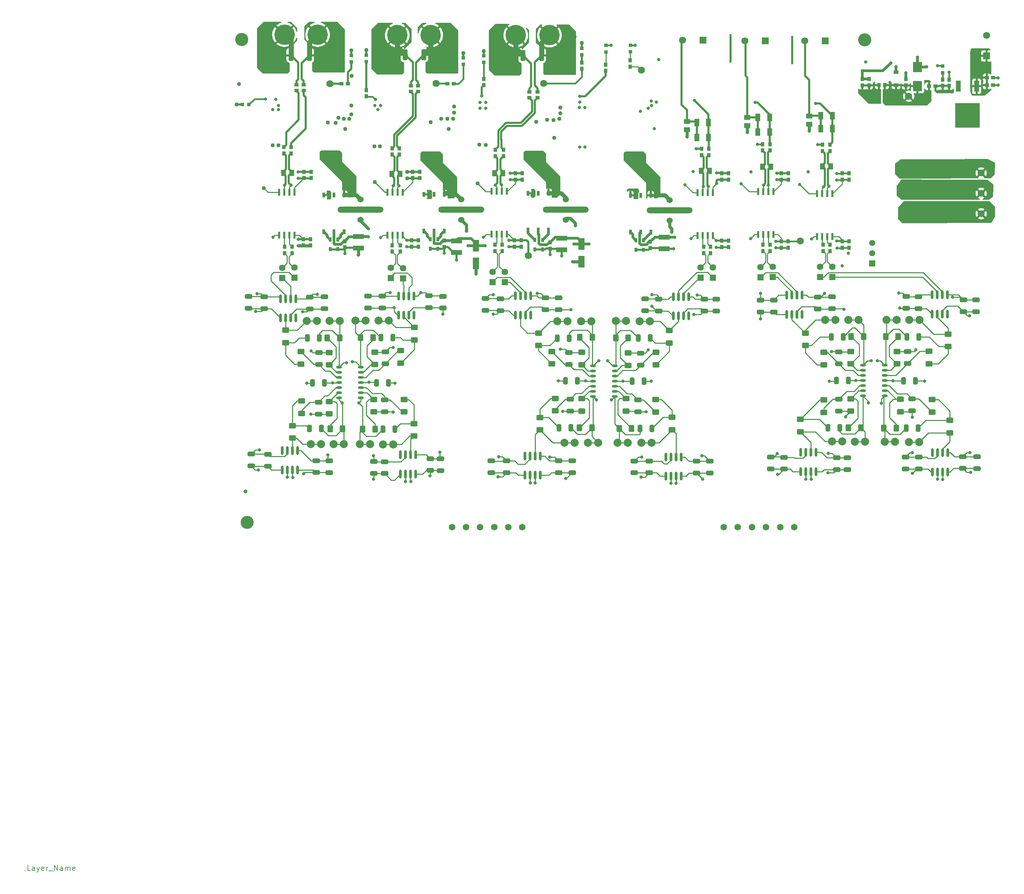
<source format=gbr>
%TF.GenerationSoftware,KiCad,Pcbnew,(5.99.0-10177-gd878cbddbc)*%
%TF.CreationDate,2021-05-11T02:45:32+02:00*%
%TF.ProjectId,TIDA-00555_E2,54494441-2d30-4303-9535-355f45322e6b,rev?*%
%TF.SameCoordinates,Original*%
%TF.FileFunction,Copper,L1,Top*%
%TF.FilePolarity,Positive*%
%FSLAX46Y46*%
G04 Gerber Fmt 4.6, Leading zero omitted, Abs format (unit mm)*
G04 Created by KiCad (PCBNEW (5.99.0-10177-gd878cbddbc)) date 2021-05-11 02:45:32*
%MOMM*%
%LPD*%
G01*
G04 APERTURE LIST*
G04 Aperture macros list*
%AMRoundRect*
0 Rectangle with rounded corners*
0 $1 Rounding radius*
0 $2 $3 $4 $5 $6 $7 $8 $9 X,Y pos of 4 corners*
0 Add a 4 corners polygon primitive as box body*
4,1,4,$2,$3,$4,$5,$6,$7,$8,$9,$2,$3,0*
0 Add four circle primitives for the rounded corners*
1,1,$1+$1,$2,$3*
1,1,$1+$1,$4,$5*
1,1,$1+$1,$6,$7*
1,1,$1+$1,$8,$9*
0 Add four rect primitives between the rounded corners*
20,1,$1+$1,$2,$3,$4,$5,0*
20,1,$1+$1,$4,$5,$6,$7,0*
20,1,$1+$1,$6,$7,$8,$9,0*
20,1,$1+$1,$8,$9,$2,$3,0*%
G04 Aperture macros list end*
%ADD10C,0.203200*%
%TA.AperFunction,NonConductor*%
%ADD11C,0.203200*%
%TD*%
%TA.AperFunction,SMDPad,CuDef*%
%ADD12R,0.600000X1.800000*%
%TD*%
%TA.AperFunction,SMDPad,CuDef*%
%ADD13RoundRect,0.249900X-0.362600X-1.075100X0.362600X-1.075100X0.362600X1.075100X-0.362600X1.075100X0*%
%TD*%
%TA.AperFunction,SMDPad,CuDef*%
%ADD14R,0.939800X0.990600*%
%TD*%
%TA.AperFunction,ComponentPad*%
%ADD15R,1.625600X1.625600*%
%TD*%
%TA.AperFunction,ComponentPad*%
%ADD16C,1.625600*%
%TD*%
%TA.AperFunction,SMDPad,CuDef*%
%ADD17O,0.599999X2.200001*%
%TD*%
%TA.AperFunction,ComponentPad*%
%ADD18C,1.651000*%
%TD*%
%TA.AperFunction,SMDPad,CuDef*%
%ADD19RoundRect,0.250000X0.625000X-0.400000X0.625000X0.400000X-0.625000X0.400000X-0.625000X-0.400000X0*%
%TD*%
%TA.AperFunction,SMDPad,CuDef*%
%ADD20RoundRect,0.250000X0.650000X-0.325000X0.650000X0.325000X-0.650000X0.325000X-0.650000X-0.325000X0*%
%TD*%
%TA.AperFunction,SMDPad,CuDef*%
%ADD21RoundRect,0.249550X0.650450X-0.325450X0.650450X0.325450X-0.650450X0.325450X-0.650450X-0.325450X0*%
%TD*%
%TA.AperFunction,SMDPad,CuDef*%
%ADD22RoundRect,0.250000X-0.650000X0.325000X-0.650000X-0.325000X0.650000X-0.325000X0.650000X0.325000X0*%
%TD*%
%TA.AperFunction,SMDPad,CuDef*%
%ADD23RoundRect,0.249550X-0.650450X0.325450X-0.650450X-0.325450X0.650450X-0.325450X0.650450X0.325450X0*%
%TD*%
%TA.AperFunction,SMDPad,CuDef*%
%ADD24RoundRect,0.250000X-0.400000X-0.625000X0.400000X-0.625000X0.400000X0.625000X-0.400000X0.625000X0*%
%TD*%
%TA.AperFunction,SMDPad,CuDef*%
%ADD25R,0.990600X0.939800*%
%TD*%
%TA.AperFunction,SMDPad,CuDef*%
%ADD26R,1.219200X0.914400*%
%TD*%
%TA.AperFunction,SMDPad,CuDef*%
%ADD27RoundRect,0.249550X0.325450X0.650450X-0.325450X0.650450X-0.325450X-0.650450X0.325450X-0.650450X0*%
%TD*%
%TA.AperFunction,SMDPad,CuDef*%
%ADD28RoundRect,0.250000X0.325000X0.650000X-0.325000X0.650000X-0.325000X-0.650000X0.325000X-0.650000X0*%
%TD*%
%TA.AperFunction,SMDPad,CuDef*%
%ADD29RoundRect,0.250000X-0.325000X-0.650000X0.325000X-0.650000X0.325000X0.650000X-0.325000X0.650000X0*%
%TD*%
%TA.AperFunction,SMDPad,CuDef*%
%ADD30RoundRect,0.250000X-0.625000X0.400000X-0.625000X-0.400000X0.625000X-0.400000X0.625000X0.400000X0*%
%TD*%
%TA.AperFunction,SMDPad,CuDef*%
%ADD31R,2.692400X1.295400*%
%TD*%
%TA.AperFunction,SMDPad,CuDef*%
%ADD32R,0.812800X0.812800*%
%TD*%
%TA.AperFunction,ComponentPad*%
%ADD33C,5.080000*%
%TD*%
%TA.AperFunction,ComponentPad*%
%ADD34C,1.778000*%
%TD*%
%TA.AperFunction,SMDPad,CuDef*%
%ADD35RoundRect,0.249600X-0.625400X0.400400X-0.625400X-0.400400X0.625400X-0.400400X0.625400X0.400400X0*%
%TD*%
%TA.AperFunction,ComponentPad*%
%ADD36O,0.508000X7.162800*%
%TD*%
%TA.AperFunction,ComponentPad*%
%ADD37C,2.000000*%
%TD*%
%TA.AperFunction,SMDPad,CuDef*%
%ADD38R,1.295400X1.828800*%
%TD*%
%TA.AperFunction,SMDPad,CuDef*%
%ADD39RoundRect,0.250000X0.400000X0.625000X-0.400000X0.625000X-0.400000X-0.625000X0.400000X-0.625000X0*%
%TD*%
%TA.AperFunction,ComponentPad*%
%ADD40O,11.430000X1.498600*%
%TD*%
%TA.AperFunction,ComponentPad*%
%ADD41C,3.251200*%
%TD*%
%TA.AperFunction,ComponentPad*%
%ADD42R,1.727200X1.727200*%
%TD*%
%TA.AperFunction,ComponentPad*%
%ADD43C,1.727200*%
%TD*%
%TA.AperFunction,SMDPad,CuDef*%
%ADD44R,0.635000X1.270000*%
%TD*%
%TA.AperFunction,SMDPad,CuDef*%
%ADD45RoundRect,0.249600X0.625400X-0.400400X0.625400X0.400400X-0.625400X0.400400X-0.625400X-0.400400X0*%
%TD*%
%TA.AperFunction,SMDPad,CuDef*%
%ADD46R,0.635000X1.092200*%
%TD*%
%TA.AperFunction,SMDPad,CuDef*%
%ADD47C,0.990600*%
%TD*%
%TA.AperFunction,SMDPad,CuDef*%
%ADD48R,1.270000X1.600200*%
%TD*%
%TA.AperFunction,ComponentPad*%
%ADD49C,1.524000*%
%TD*%
%TA.AperFunction,SMDPad,CuDef*%
%ADD50R,1.600200X1.270000*%
%TD*%
%TA.AperFunction,ComponentPad*%
%ADD51R,1.498600X1.498600*%
%TD*%
%TA.AperFunction,ComponentPad*%
%ADD52C,1.498600*%
%TD*%
%TA.AperFunction,ComponentPad*%
%ADD53C,1.752600*%
%TD*%
%TA.AperFunction,SMDPad,CuDef*%
%ADD54O,1.450000X0.599999*%
%TD*%
%TA.AperFunction,SMDPad,CuDef*%
%ADD55R,1.574800X2.997200*%
%TD*%
%TA.AperFunction,SMDPad,CuDef*%
%ADD56R,2.286000X2.540000*%
%TD*%
%TA.AperFunction,SMDPad,CuDef*%
%ADD57R,1.193800X2.794000*%
%TD*%
%TA.AperFunction,SMDPad,CuDef*%
%ADD58R,6.096000X6.096000*%
%TD*%
%TA.AperFunction,ViaPad*%
%ADD59C,0.800000*%
%TD*%
%TA.AperFunction,ViaPad*%
%ADD60C,0.812800*%
%TD*%
%TA.AperFunction,ViaPad*%
%ADD61C,1.016000*%
%TD*%
%TA.AperFunction,Conductor*%
%ADD62C,0.250000*%
%TD*%
%TA.AperFunction,Conductor*%
%ADD63C,0.508000*%
%TD*%
%TA.AperFunction,Conductor*%
%ADD64C,1.016000*%
%TD*%
%TA.AperFunction,Conductor*%
%ADD65C,1.286000*%
%TD*%
%TA.AperFunction,Conductor*%
%ADD66C,0.254000*%
%TD*%
%TA.AperFunction,Conductor*%
%ADD67C,0.635000*%
%TD*%
%TA.AperFunction,Conductor*%
%ADD68C,0.381000*%
%TD*%
%TA.AperFunction,Conductor*%
%ADD69C,0.762000*%
%TD*%
%TA.AperFunction,Conductor*%
%ADD70C,0.750000*%
%TD*%
G04 APERTURE END LIST*
D10*
D11*
X27628508Y-229054572D02*
X27695274Y-229118048D01*
X27628508Y-229181524D01*
X27561742Y-229118048D01*
X27628508Y-229054572D01*
X27628508Y-229181524D01*
X28963822Y-229181524D02*
X28296165Y-229181524D01*
X28296165Y-227848532D01*
X30032074Y-229181524D02*
X30032074Y-228483290D01*
X29965308Y-228356338D01*
X29831777Y-228292862D01*
X29564714Y-228292862D01*
X29431182Y-228356338D01*
X30032074Y-229118048D02*
X29898542Y-229181524D01*
X29564714Y-229181524D01*
X29431182Y-229118048D01*
X29364417Y-228991096D01*
X29364417Y-228864145D01*
X29431182Y-228737193D01*
X29564714Y-228673717D01*
X29898542Y-228673717D01*
X30032074Y-228610241D01*
X30566200Y-228292862D02*
X30900028Y-229181524D01*
X31233857Y-228292862D02*
X30900028Y-229181524D01*
X30766497Y-229498903D01*
X30699731Y-229562379D01*
X30566200Y-229625854D01*
X32302108Y-229118048D02*
X32168577Y-229181524D01*
X31901514Y-229181524D01*
X31767982Y-229118048D01*
X31701217Y-228991096D01*
X31701217Y-228483290D01*
X31767982Y-228356338D01*
X31901514Y-228292862D01*
X32168577Y-228292862D01*
X32302108Y-228356338D01*
X32368874Y-228483290D01*
X32368874Y-228610241D01*
X31701217Y-228737193D01*
X32969765Y-229181524D02*
X32969765Y-228292862D01*
X32969765Y-228546766D02*
X33036531Y-228419814D01*
X33103297Y-228356338D01*
X33236828Y-228292862D01*
X33370360Y-228292862D01*
X33503891Y-229308475D02*
X34572142Y-229308475D01*
X34905971Y-229181524D02*
X34905971Y-227848532D01*
X35707160Y-229181524D01*
X35707160Y-227848532D01*
X36975708Y-229181524D02*
X36975708Y-228483290D01*
X36908942Y-228356338D01*
X36775411Y-228292862D01*
X36508348Y-228292862D01*
X36374817Y-228356338D01*
X36975708Y-229118048D02*
X36842177Y-229181524D01*
X36508348Y-229181524D01*
X36374817Y-229118048D01*
X36308051Y-228991096D01*
X36308051Y-228864145D01*
X36374817Y-228737193D01*
X36508348Y-228673717D01*
X36842177Y-228673717D01*
X36975708Y-228610241D01*
X37643365Y-229181524D02*
X37643365Y-228292862D01*
X37643365Y-228419814D02*
X37710131Y-228356338D01*
X37843662Y-228292862D01*
X38043960Y-228292862D01*
X38177491Y-228356338D01*
X38244257Y-228483290D01*
X38244257Y-229181524D01*
X38244257Y-228483290D02*
X38311022Y-228356338D01*
X38444554Y-228292862D01*
X38644851Y-228292862D01*
X38778382Y-228356338D01*
X38845148Y-228483290D01*
X38845148Y-229181524D01*
X40046931Y-229118048D02*
X39913400Y-229181524D01*
X39646337Y-229181524D01*
X39512805Y-229118048D01*
X39446040Y-228991096D01*
X39446040Y-228483290D01*
X39512805Y-228356338D01*
X39646337Y-228292862D01*
X39913400Y-228292862D01*
X40046931Y-228356338D01*
X40113697Y-228483290D01*
X40113697Y-228610241D01*
X39446040Y-228737193D01*
D12*
%TO.P,U1,1*%
%TO.N,+5.0V_USH*%
X94615000Y-60462100D03*
%TO.P,U1,2*%
%TO.N,NetC2_1*%
X93345000Y-60462100D03*
%TO.P,U1,3*%
%TO.N,NetC2_2*%
X92075000Y-60462100D03*
%TO.P,U1,4*%
%TO.N,GND_USH*%
X90805000Y-60462100D03*
%TO.P,U1,5*%
%TO.N,DGND*%
X90805000Y-71122100D03*
%TO.P,U1,6*%
%TO.N,NetR3_1*%
X92075000Y-71122100D03*
%TO.P,U1,7*%
%TO.N,NetR5_1*%
X93345000Y-71122100D03*
%TO.P,U1,8*%
%TO.N,AMC_VCC*%
X94615000Y-71122100D03*
%TD*%
%TO.P,U14,1*%
%TO.N,+5.0V_PH*%
X228422200Y-60766900D03*
%TO.P,U14,2*%
%TO.N,NetC68_1*%
X227152200Y-60766900D03*
%TO.P,U14,3*%
%TO.N,NetC68_2*%
X225882200Y-60766900D03*
%TO.P,U14,4*%
%TO.N,GND_PH*%
X224612200Y-60766900D03*
%TO.P,U14,5*%
%TO.N,DGND*%
X224612200Y-71426900D03*
%TO.P,U14,6*%
%TO.N,NetR87_1*%
X225882200Y-71426900D03*
%TO.P,U14,7*%
%TO.N,NetR88_1*%
X227152200Y-71426900D03*
%TO.P,U14,8*%
%TO.N,AMC_VCC*%
X228422200Y-71426900D03*
%TD*%
%TO.P,U12,1*%
%TO.N,+5.0V_PH*%
X213791800Y-60309700D03*
%TO.P,U12,2*%
%TO.N,NetC61_1*%
X212521800Y-60309700D03*
%TO.P,U12,3*%
%TO.N,NetC61_2*%
X211251800Y-60309700D03*
%TO.P,U12,4*%
%TO.N,GND_PH*%
X209981800Y-60309700D03*
%TO.P,U12,5*%
%TO.N,DGND*%
X209981800Y-70969700D03*
%TO.P,U12,6*%
%TO.N,NetR75_1*%
X211251800Y-70969700D03*
%TO.P,U12,7*%
%TO.N,NetR78_1*%
X212521800Y-70969700D03*
%TO.P,U12,8*%
%TO.N,AMC_VCC*%
X213791800Y-70969700D03*
%TD*%
%TO.P,U11,1*%
%TO.N,+5.0V_PH*%
X198653400Y-60563700D03*
%TO.P,U11,2*%
%TO.N,NetC55_1*%
X197383400Y-60563700D03*
%TO.P,U11,3*%
%TO.N,NetC55_2*%
X196113400Y-60563700D03*
%TO.P,U11,4*%
%TO.N,GND_PH*%
X194843400Y-60563700D03*
%TO.P,U11,5*%
%TO.N,DGND*%
X194843400Y-71223700D03*
%TO.P,U11,6*%
%TO.N,NetR64_1*%
X196113400Y-71223700D03*
%TO.P,U11,7*%
%TO.N,NetR66_1*%
X197383400Y-71223700D03*
%TO.P,U11,8*%
%TO.N,AMC_VCC*%
X198653400Y-71223700D03*
%TD*%
%TO.P,U5,1*%
%TO.N,+5.0V_WSH*%
X147447000Y-60157300D03*
%TO.P,U5,2*%
%TO.N,NetC18_1*%
X146177000Y-60157300D03*
%TO.P,U5,3*%
%TO.N,NetC18_2*%
X144907000Y-60157300D03*
%TO.P,U5,4*%
%TO.N,GND_WSH*%
X143637000Y-60157300D03*
%TO.P,U5,5*%
%TO.N,DGND*%
X143637000Y-70817300D03*
%TO.P,U5,6*%
%TO.N,NetR23_1*%
X144907000Y-70817300D03*
%TO.P,U5,7*%
%TO.N,NetR25_1*%
X146177000Y-70817300D03*
%TO.P,U5,8*%
%TO.N,AMC_VCC*%
X147447000Y-70817300D03*
%TD*%
%TO.P,U3,1*%
%TO.N,+5.0V_VSH*%
X121539000Y-60411300D03*
%TO.P,U3,2*%
%TO.N,NetC9_1*%
X120269000Y-60411300D03*
%TO.P,U3,3*%
%TO.N,NetC9_2*%
X118999000Y-60411300D03*
%TO.P,U3,4*%
%TO.N,GND_VSH*%
X117729000Y-60411300D03*
%TO.P,U3,5*%
%TO.N,DGND*%
X117729000Y-71071300D03*
%TO.P,U3,6*%
%TO.N,NetR12_1*%
X118999000Y-71071300D03*
%TO.P,U3,7*%
%TO.N,NetR15_1*%
X120269000Y-71071300D03*
%TO.P,U3,8*%
%TO.N,AMC_VCC*%
X121539000Y-71071300D03*
%TD*%
D13*
%TO.P,R1,1*%
%TO.N,GND_USH*%
X93750300Y-26365200D03*
%TO.P,R1,2*%
%TO.N,NetFB2_1*%
X98375300Y-26365200D03*
%TD*%
%TO.P,R9,1*%
%TO.N,GND_VSH*%
X122147500Y-26212800D03*
%TO.P,R9,2*%
%TO.N,NetFB4_1*%
X126772500Y-26212800D03*
%TD*%
%TO.P,R22,2*%
%TO.N,NetFB6_1*%
X156084100Y-26416000D03*
%TO.P,R22,1*%
%TO.N,GND_WSH*%
X151459100Y-26416000D03*
%TD*%
D14*
%TO.P,R4,1*%
%TO.N,NetFB2_2*%
X93786800Y-49199800D03*
%TO.P,R4,2*%
%TO.N,NetC2_1*%
X93786800Y-50774600D03*
%TD*%
D15*
%TO.P,J26,1*%
%TO.N,DOUTP_W_PH*%
X228432200Y-81534000D03*
D16*
%TO.P,J26,2*%
%TO.N,DOUTP_W_PH1*%
X228432200Y-78994000D03*
%TD*%
D14*
%TO.P,C43,1*%
%TO.N,GND_PH*%
X217459400Y-55727600D03*
%TO.P,C43,2*%
%TO.N,+5.0V_PH*%
X217459400Y-57302400D03*
%TD*%
D17*
%TO.P,U31,1*%
%TO.N,DGND*%
X153369400Y-86195200D03*
%TO.P,U31,2,-*%
%TO.N,DOUTN_CH_W*%
X152099400Y-86195200D03*
%TO.P,U31,3,+*%
%TO.N,DOUTP_CH_W*%
X150829400Y-86195200D03*
%TO.P,U31,4*%
%TO.N,+15V*%
X149559400Y-86195200D03*
%TO.P,U31,5*%
%TO.N,DGND*%
X149559400Y-90995200D03*
%TO.P,U31,6*%
%TO.N,Net-(R116-Pad2)*%
X150829400Y-90995200D03*
%TO.P,U31,7*%
%TO.N,-15V*%
X152099400Y-90995200D03*
%TO.P,U31,8*%
%TO.N,unconnected-(U31-Pad8)*%
X153369400Y-90995200D03*
%TD*%
D18*
%TO.P,J8,1,Pin_1*%
%TO.N,Ip_U*%
X133794797Y-143771600D03*
%TO.P,J8,2,Pin_2*%
%TO.N,In_U*%
X137294800Y-143771600D03*
%TO.P,J8,3,Pin_3*%
%TO.N,Ip_V*%
X140794801Y-143771600D03*
%TO.P,J8,4,Pin_4*%
%TO.N,In_V*%
X144294802Y-143771600D03*
%TO.P,J8,5,Pin_5*%
%TO.N,Ip_W*%
X147794802Y-143771600D03*
%TO.P,J8,6,Pin_6*%
%TO.N,In_W*%
X151294803Y-143771600D03*
%TD*%
D19*
%TO.P,R109,1,1*%
%TO.N,Net-(C39-Pad1)*%
X184505600Y-103353200D03*
%TO.P,R109,2,2*%
%TO.N,Net-(C154-Pad1)*%
X184505600Y-100253200D03*
%TD*%
D17*
%TO.P,U29,1*%
%TO.N,DGND*%
X120980200Y-130517600D03*
%TO.P,U29,2,-*%
%TO.N,DOUTP_CH_V*%
X122250200Y-130517600D03*
%TO.P,U29,3,+*%
%TO.N,DOUTN_CH_V*%
X123520200Y-130517600D03*
%TO.P,U29,4*%
%TO.N,+15V*%
X124790200Y-130517600D03*
%TO.P,U29,5*%
%TO.N,DGND*%
X124790200Y-125717600D03*
%TO.P,U29,6*%
%TO.N,Net-(R46-Pad1)*%
X123520200Y-125717600D03*
%TO.P,U29,7*%
%TO.N,-15V*%
X122250200Y-125717600D03*
%TO.P,U29,8*%
%TO.N,unconnected-(U29-Pad8)*%
X120980200Y-125717600D03*
%TD*%
D15*
%TO.P,J27,1*%
%TO.N,DOUTN_W_PH*%
X225384200Y-81508600D03*
D16*
%TO.P,J27,2*%
%TO.N,DOUTN_W_PH1*%
X225384200Y-78968600D03*
%TD*%
D20*
%TO.P,C196,1,1*%
%TO.N,-15V*%
X199491600Y-89949200D03*
D21*
%TO.P,C196,2,2*%
%TO.N,DGND*%
X199491600Y-86999200D03*
%TD*%
D22*
%TO.P,C24,1,1*%
%TO.N,Net-(C24-Pad1)*%
X100634800Y-112672600D03*
D23*
%TO.P,C24,2,2*%
%TO.N,DGND*%
X100634800Y-115622600D03*
%TD*%
D19*
%TO.P,R30,1,1*%
%TO.N,Net-(C22-Pad1)*%
X96266000Y-103200800D03*
%TO.P,R30,2,2*%
%TO.N,Net-(C21-Pad1)*%
X96266000Y-100100800D03*
%TD*%
D20*
%TO.P,C210,1,1*%
%TO.N,-15V*%
X224739200Y-89460600D03*
D21*
%TO.P,C210,2,2*%
%TO.N,DGND*%
X224739200Y-86510600D03*
%TD*%
D19*
%TO.P,R113,1,1*%
%TO.N,Net-(C156-Pad1)*%
X184454800Y-115138800D03*
%TO.P,R113,2,2*%
%TO.N,Net-(C41-Pad2)*%
X184454800Y-112038800D03*
%TD*%
D24*
%TO.P,R50,1,1*%
%TO.N,In_V*%
X111581600Y-119380000D03*
%TO.P,R50,2,2*%
%TO.N,Net-(R49-Pad2)*%
X114681600Y-119380000D03*
%TD*%
D25*
%TO.P,FB10,1*%
%TO.N,NetC63_1*%
X254050800Y-34061400D03*
%TO.P,FB10,2*%
%TO.N,DVCC*%
X252476000Y-34061400D03*
%TD*%
D26*
%TO.P,D13,1*%
%TO.N,DVCC*%
X244246400Y-33782000D03*
%TO.P,D13,2*%
%TO.N,DGND*%
X244246400Y-30530800D03*
%TD*%
D20*
%TO.P,C222,1,1*%
%TO.N,+15V*%
X260828000Y-129135400D03*
D21*
%TO.P,C222,2,2*%
%TO.N,DGND*%
X260828000Y-126185400D03*
%TD*%
D25*
%TO.P,FB6,1*%
%TO.N,NetFB6_1*%
X155051600Y-35458400D03*
%TO.P,FB6,2*%
%TO.N,NetFB6_2*%
X155051600Y-36931600D03*
%TD*%
D27*
%TO.P,C186,1,1*%
%TO.N,DGND*%
X117959400Y-107848400D03*
D28*
%TO.P,C186,2,2*%
%TO.N,-15V*%
X115009400Y-107848400D03*
%TD*%
D20*
%TO.P,C223,1,1*%
%TO.N,+15V*%
X264363200Y-129186200D03*
D21*
%TO.P,C223,2,2*%
%TO.N,DGND*%
X264363200Y-126236200D03*
%TD*%
D29*
%TO.P,C22,1,1*%
%TO.N,Net-(C22-Pad1)*%
X97839000Y-96672400D03*
%TO.P,C22,2,2*%
%TO.N,Ip_U*%
X100789000Y-96672400D03*
%TD*%
D14*
%TO.P,C31,1*%
%TO.N,GND_USH*%
X98739800Y-55346600D03*
%TO.P,C31,2*%
%TO.N,+5.0V_USH*%
X98739800Y-56921400D03*
%TD*%
D30*
%TO.P,R112,1,1*%
%TO.N,Net-(C41-Pad2)*%
X188518800Y-116407600D03*
%TO.P,R112,2,2*%
%TO.N,Net-(R112-Pad2)*%
X188518800Y-119507600D03*
%TD*%
%TO.P,R42,1,1*%
%TO.N,Net-(C35-Pad1)*%
X121056400Y-99846800D03*
%TO.P,R42,2,2*%
%TO.N,Net-(C34-Pad2)*%
X121056400Y-102946800D03*
%TD*%
D22*
%TO.P,C215,1,1*%
%TO.N,+15V*%
X246786400Y-86360000D03*
D23*
%TO.P,C215,2,2*%
%TO.N,DGND*%
X246786400Y-89310000D03*
%TD*%
D31*
%TO.P,C25,1*%
%TO.N,DGND*%
X161096800Y-74726800D03*
%TO.P,C25,2*%
%TO.N,+5V_CNTL*%
X161096800Y-71831200D03*
%TD*%
D32*
%TO.P,D2,1*%
%TO.N,NetD2_1*%
X108772800Y-27990800D03*
%TO.P,D2,2*%
%TO.N,GND_USH*%
X108772800Y-26365200D03*
%TD*%
D19*
%TO.P,R46,1,1*%
%TO.N,Net-(R46-Pad1)*%
X124307600Y-121082400D03*
%TO.P,R46,2,2*%
%TO.N,Net-(C37-Pad1)*%
X124307600Y-117982400D03*
%TD*%
D33*
%TO.P,TP7,1*%
%TO.N,GND_WSH*%
X149666800Y-21336000D03*
%TD*%
D32*
%TO.P,D6,1*%
%TO.N,NetD6_1*%
X166049800Y-26212800D03*
%TO.P,D6,2*%
%TO.N,GND_WSH*%
X166049800Y-24587200D03*
%TD*%
D34*
%TO.P,TP16,1*%
%TO.N,-5.0V_PH*%
X180898800Y-30022800D03*
%TD*%
D30*
%TO.P,R48,1,1*%
%TO.N,Net-(C37-Pad1)*%
X121920000Y-111988000D03*
%TO.P,R48,2,2*%
%TO.N,Net-(C36-Pad1)*%
X121920000Y-115088000D03*
%TD*%
D22*
%TO.P,C213,1,1*%
%TO.N,+15V*%
X213817200Y-87272600D03*
D23*
%TO.P,C213,2,2*%
%TO.N,DGND*%
X213817200Y-90222600D03*
%TD*%
D35*
%TO.P,R110,1,1*%
%TO.N,DGND*%
X177596800Y-100405600D03*
D30*
%TO.P,R110,2,2*%
%TO.N,Net-(R110-Pad2)*%
X177596800Y-103505600D03*
%TD*%
D22*
%TO.P,C204,1,1*%
%TO.N,-15V*%
X179158900Y-127290300D03*
D23*
%TO.P,C204,2,2*%
%TO.N,DGND*%
X179158900Y-130240300D03*
%TD*%
D14*
%TO.P,C56,1*%
%TO.N,AMC_VCC*%
X151038400Y-72415400D03*
%TO.P,C56,2*%
%TO.N,DGND*%
X151038400Y-73990200D03*
%TD*%
%TO.P,C62,1*%
%TO.N,AMC_VCC*%
X217383200Y-72669400D03*
%TO.P,C62,2*%
%TO.N,DGND*%
X217383200Y-74244200D03*
%TD*%
D33*
%TO.P,TP8,1*%
%TO.N,NetFB6_1*%
X158048800Y-21336000D03*
%TD*%
D20*
%TO.P,C202,1,1*%
%TO.N,+15V*%
X197904100Y-130291100D03*
D21*
%TO.P,C202,2,2*%
%TO.N,DGND*%
X197904100Y-127341100D03*
%TD*%
D36*
%TO.P,,*%
%TO.N,*%
X218399200Y-25069800D03*
%TD*%
D37*
%TO.P,TP29,1,1*%
%TO.N,Vp_V*%
X234950000Y-92202000D03*
X232410000Y-92202000D03*
%TD*%
D15*
%TO.P,J20,1*%
%TO.N,DOUTP_CH_W*%
X146923600Y-82778600D03*
D16*
%TO.P,J20,2*%
%TO.N,DOUTP_CH_W1*%
X146923600Y-80238600D03*
%TD*%
D14*
%TO.P,R76,1*%
%TO.N,NetD14_2*%
X255803400Y-32385000D03*
%TO.P,R76,2*%
%TO.N,NetC63_1*%
X255803400Y-33959800D03*
%TD*%
D34*
%TO.P,TP17,1*%
%TO.N,AMC_VCC*%
X220472000Y-72542400D03*
%TD*%
D14*
%TO.P,C38,1*%
%TO.N,GND_WSH*%
X151292400Y-55727600D03*
%TO.P,C38,2*%
%TO.N,+5.0V_WSH*%
X151292400Y-57302400D03*
%TD*%
D38*
%TO.P,R72,1*%
%TO.N,NEUTRAL*%
X209890200Y-41808400D03*
%TO.P,R72,2*%
%TO.N,NetR72_2*%
X212785800Y-41808400D03*
%TD*%
D31*
%TO.P,C14,1*%
%TO.N,DGND*%
X134934800Y-75438000D03*
%TO.P,C14,2*%
%TO.N,+5V_CNTL*%
X134934800Y-72542400D03*
%TD*%
D15*
%TO.P,J21,1*%
%TO.N,DOUTN_CH_W*%
X143875600Y-82778600D03*
D16*
%TO.P,J21,2*%
%TO.N,DOUTN_CH_W1*%
X143875600Y-80238600D03*
%TD*%
D37*
%TO.P,TP21,1,1*%
%TO.N,Ip_W*%
X168452800Y-92506800D03*
X165912800Y-92506800D03*
%TD*%
D14*
%TO.P,C5,1*%
%TO.N,DGND*%
X107121800Y-74193400D03*
%TO.P,C5,2*%
%TO.N,+5V_CNTL*%
X107121800Y-72618600D03*
%TD*%
%TO.P,R26,1*%
%TO.N,NetFB6_2*%
X146593400Y-49860200D03*
%TO.P,R26,2*%
%TO.N,NetC18_1*%
X146593400Y-51435000D03*
%TD*%
%TO.P,R57,1*%
%TO.N,NetD11_1*%
X178140200Y-27584400D03*
%TO.P,R57,2*%
%TO.N,-5.0V_PH*%
X178140200Y-29159200D03*
%TD*%
D37*
%TO.P,TP15,1,1*%
%TO.N,In_U*%
X104343200Y-123088400D03*
X106883200Y-123088400D03*
%TD*%
D39*
%TO.P,R111,1,1*%
%TO.N,Net-(R110-Pad2)*%
X177622800Y-96672400D03*
%TO.P,R111,2,2*%
%TO.N,Vp_U*%
X174522800Y-96672400D03*
%TD*%
D14*
%TO.P,C8,1*%
%TO.N,+5.0V_WSH*%
X149539800Y-57302400D03*
%TO.P,C8,2*%
%TO.N,GND_WSH*%
X149539800Y-55727600D03*
%TD*%
D40*
%TO.P,,*%
%TO.N,*%
X111058800Y-64770000D03*
%TD*%
D38*
%TO.P,R84,1*%
%TO.N,NEUTRAL*%
X225511200Y-44627800D03*
%TO.P,R84,2*%
%TO.N,NetR84_2*%
X228406800Y-44627800D03*
%TD*%
D24*
%TO.P,R131,1,1*%
%TO.N,Vp_W*%
X241680400Y-96367600D03*
%TO.P,R131,2,2*%
%TO.N,Net-(R130-Pad1)*%
X244780400Y-96367600D03*
%TD*%
D41*
%TO.P,MH2,1*%
%TO.N,N/C*%
X82829400Y-142595600D03*
%TD*%
D37*
%TO.P,TP33,1,1*%
%TO.N,Vn_V*%
X236524800Y-122478800D03*
X233984800Y-122478800D03*
%TD*%
D28*
%TO.P,C207,1,1*%
%TO.N,+15V*%
X165000200Y-107340400D03*
D27*
%TO.P,C207,2,2*%
%TO.N,DGND*%
X162050200Y-107340400D03*
%TD*%
D30*
%TO.P,R129,1,1*%
%TO.N,Net-(C161-Pad1)*%
X252476000Y-99999200D03*
%TO.P,R129,2,2*%
%TO.N,Net-(C160-Pad2)*%
X252476000Y-103099200D03*
%TD*%
D14*
%TO.P,C3,1*%
%TO.N,+5.0V_VSH*%
X124012800Y-56921400D03*
%TO.P,C3,2*%
%TO.N,GND_VSH*%
X124012800Y-55346600D03*
%TD*%
D30*
%TO.P,R36,1,1*%
%TO.N,Net-(R36-Pad1)*%
X103225600Y-112496000D03*
D35*
%TO.P,R36,2,2*%
%TO.N,DGND*%
X103225600Y-115596000D03*
%TD*%
D19*
%TO.P,R38,1,1*%
%TO.N,Net-(C34-Pad2)*%
X124409200Y-97155600D03*
%TO.P,R38,2,2*%
%TO.N,Net-(R38-Pad2)*%
X124409200Y-94055600D03*
%TD*%
D41*
%TO.P,MH3,1*%
%TO.N,N/C*%
X236433200Y-22529800D03*
%TD*%
D42*
%TO.P,J15,1*%
%TO.N,NetFB11_1*%
X211693600Y-22758400D03*
D43*
%TO.P,J15,2*%
%TO.N,NEUTRAL*%
X206613600Y-22758400D03*
%TD*%
D30*
%TO.P,R132,1,1*%
%TO.N,Net-(C163-Pad2)*%
X220421200Y-116915600D03*
%TO.P,R132,2,2*%
%TO.N,Net-(R132-Pad2)*%
X220421200Y-120015600D03*
%TD*%
D22*
%TO.P,C212,1,1*%
%TO.N,+15V*%
X210566000Y-87272600D03*
D23*
%TO.P,C212,2,2*%
%TO.N,DGND*%
X210566000Y-90222600D03*
%TD*%
D37*
%TO.P,TP22,1,1*%
%TO.N,In_W*%
X167640000Y-122732800D03*
X170180000Y-122732800D03*
%TD*%
D14*
%TO.P,C64,1*%
%TO.N,DGND*%
X215706800Y-74244200D03*
%TO.P,C64,2*%
%TO.N,AMC_VCC*%
X215706800Y-72669400D03*
%TD*%
D20*
%TO.P,C216,1,1*%
%TO.N,-15V*%
X260961400Y-90121000D03*
D21*
%TO.P,C216,2,2*%
%TO.N,DGND*%
X260961400Y-87171000D03*
%TD*%
D28*
%TO.P,C227,1,1*%
%TO.N,+15V*%
X232359200Y-107289600D03*
D27*
%TO.P,C227,2,2*%
%TO.N,DGND*%
X229409200Y-107289600D03*
%TD*%
D14*
%TO.P,C52,1*%
%TO.N,AVCC*%
X235864400Y-33832800D03*
%TO.P,C52,2*%
%TO.N,AGND*%
X235864400Y-32258000D03*
%TD*%
D37*
%TO.P,TP23,1,1*%
%TO.N,Net-(R120-Pad1)*%
X164287200Y-122732800D03*
X161747200Y-122732800D03*
%TD*%
D44*
%TO.P,T2,1*%
%TO.N,NetT2_1*%
X126806800Y-70104000D03*
%TO.P,T2,2*%
%TO.N,+5V_CNTL*%
X129346800Y-70104000D03*
%TO.P,T2,3*%
%TO.N,NetT2_3*%
X131886800Y-70104000D03*
%TO.P,T2,4*%
%TO.N,GND_VSH*%
X131886800Y-60985400D03*
%TO.P,T2,5*%
%TO.N,N/C*%
X129346800Y-60985400D03*
%TO.P,T2,6*%
%TO.N,NetD37_1*%
X126806800Y-60985400D03*
%TD*%
D15*
%TO.P,J11,1*%
%TO.N,DOUTN_CH_U*%
X91602400Y-81737200D03*
D16*
%TO.P,J11,2*%
%TO.N,DOUTN_CH_U1*%
X91602400Y-79197200D03*
%TD*%
D45*
%TO.P,R122,1,1*%
%TO.N,DGND*%
X166116000Y-114884800D03*
D19*
%TO.P,R122,2,2*%
%TO.N,Net-(R122-Pad2)*%
X166116000Y-111784800D03*
%TD*%
D22*
%TO.P,C164,1,1*%
%TO.N,Net-(C164-Pad1)*%
X248208800Y-111809000D03*
D23*
%TO.P,C164,2,2*%
%TO.N,DGND*%
X248208800Y-114759000D03*
%TD*%
D22*
%TO.P,C48,1,1*%
%TO.N,Net-(C48-Pad1)*%
X163169600Y-111910600D03*
D23*
%TO.P,C48,2,2*%
%TO.N,DGND*%
X163169600Y-114860600D03*
%TD*%
D31*
%TO.P,C50,1*%
%TO.N,DGND*%
X186547600Y-74472800D03*
%TO.P,C50,2*%
%TO.N,+5V_CNTL*%
X186547600Y-71577200D03*
%TD*%
D20*
%TO.P,C35,1,1*%
%TO.N,Net-(C35-Pad1)*%
X117246400Y-103075000D03*
D21*
%TO.P,C35,2,2*%
%TO.N,DGND*%
X117246400Y-100125000D03*
%TD*%
D28*
%TO.P,C29,1,1*%
%TO.N,In_U*%
X101297000Y-119227600D03*
%TO.P,C29,2,2*%
%TO.N,Net-(C29-Pad2)*%
X98347000Y-119227600D03*
%TD*%
D14*
%TO.P,C19,1*%
%TO.N,+5.0V_PH*%
X230819800Y-57302400D03*
%TO.P,C19,2*%
%TO.N,GND_PH*%
X230819800Y-55727600D03*
%TD*%
D20*
%TO.P,C191,1,1*%
%TO.N,-15V*%
X157001600Y-89663800D03*
D21*
%TO.P,C191,2,2*%
%TO.N,DGND*%
X157001600Y-86713800D03*
%TD*%
D41*
%TO.P,MH1,1*%
%TO.N,N/C*%
X81493200Y-22402800D03*
%TD*%
D25*
%TO.P,C66,1*%
%TO.N,+5V_CNTL*%
X266827000Y-33807400D03*
%TO.P,C66,2*%
%TO.N,DGND*%
X268401800Y-33807400D03*
%TD*%
D44*
%TO.P,T1,1*%
%TO.N,NetT1_1*%
X101914800Y-70231000D03*
%TO.P,T1,2*%
%TO.N,+5V_CNTL*%
X104454800Y-70231000D03*
%TO.P,T1,3*%
%TO.N,NetT1_3*%
X106994800Y-70231000D03*
%TO.P,T1,4*%
%TO.N,GND_USH*%
X106994800Y-61112400D03*
%TO.P,T1,5*%
%TO.N,N/C*%
X104454800Y-61112400D03*
%TO.P,T1,6*%
%TO.N,NetD43_1*%
X101914800Y-61112400D03*
%TD*%
D25*
%TO.P,FB5,1*%
%TO.N,GND_WSH*%
X153019600Y-35458400D03*
%TO.P,FB5,2*%
%TO.N,NetFB5_2*%
X153019600Y-36931600D03*
%TD*%
D14*
%TO.P,FB7,1*%
%TO.N,DVCC*%
X241477800Y-33782000D03*
%TO.P,FB7,2*%
%TO.N,AVCC*%
X240004600Y-33782000D03*
%TD*%
D17*
%TO.P,U36,1*%
%TO.N,DGND*%
X220903800Y-86042800D03*
%TO.P,U36,2,-*%
%TO.N,DOUTN_V_PH*%
X219633800Y-86042800D03*
%TO.P,U36,3,+*%
%TO.N,DOUTP_V_PH*%
X218363800Y-86042800D03*
%TO.P,U36,4*%
%TO.N,+15V*%
X217093800Y-86042800D03*
%TO.P,U36,5*%
%TO.N,DGND*%
X217093800Y-90842800D03*
%TO.P,U36,6*%
%TO.N,Net-(R124-Pad1)*%
X218363800Y-90842800D03*
%TO.P,U36,7*%
%TO.N,-15V*%
X219633800Y-90842800D03*
%TO.P,U36,8*%
%TO.N,unconnected-(U36-Pad8)*%
X220903800Y-90842800D03*
%TD*%
D29*
%TO.P,C41,1,1*%
%TO.N,Vn_U*%
X180592200Y-119176800D03*
%TO.P,C41,2,2*%
%TO.N,Net-(C41-Pad2)*%
X183542200Y-119176800D03*
%TD*%
D20*
%TO.P,C158,1,1*%
%TO.N,Net-(C158-Pad1)*%
X229971600Y-103125800D03*
D21*
%TO.P,C158,2,2*%
%TO.N,DGND*%
X229971600Y-100175800D03*
%TD*%
D37*
%TO.P,TP35,1,1*%
%TO.N,Net-(R136-Pad1)*%
X247446800Y-122580400D03*
X249986800Y-122580400D03*
%TD*%
D46*
%TO.P,U4,1*%
%TO.N,NetT2_3*%
X130286600Y-72085200D03*
%TO.P,U4,2*%
%TO.N,+5V_CNTL*%
X129346800Y-72085200D03*
%TO.P,U4,3*%
%TO.N,NetT2_1*%
X128407000Y-72085200D03*
%TO.P,U4,4*%
%TO.N,DGND*%
X128407000Y-74472800D03*
%TO.P,U4,5*%
X130286600Y-74472800D03*
%TD*%
D39*
%TO.P,R115,1,1*%
%TO.N,Net-(R114-Pad1)*%
X178486400Y-119176800D03*
%TO.P,R115,2,2*%
%TO.N,Vn_U*%
X175386400Y-119176800D03*
%TD*%
D46*
%TO.P,U10,1*%
%TO.N,NetT5_3*%
X181391400Y-72339200D03*
%TO.P,U10,2*%
%TO.N,+5V_CNTL*%
X180451600Y-72339200D03*
%TO.P,U10,3*%
%TO.N,NetT5_1*%
X179511800Y-72339200D03*
%TO.P,U10,4*%
%TO.N,DGND*%
X179511800Y-74726800D03*
%TO.P,U10,5*%
X181391400Y-74726800D03*
%TD*%
D20*
%TO.P,C183,1,1*%
%TO.N,+15V*%
X130911600Y-129694200D03*
D21*
%TO.P,C183,2,2*%
%TO.N,DGND*%
X130911600Y-126744200D03*
%TD*%
D22*
%TO.P,C219,1,1*%
%TO.N,-15V*%
X213055200Y-126303500D03*
D23*
%TO.P,C219,2,2*%
%TO.N,DGND*%
X213055200Y-129253500D03*
%TD*%
D47*
%TO.P,FID1,1*%
%TO.N,N/C*%
X80832800Y-33528000D03*
%TD*%
D14*
%TO.P,R12,1*%
%TO.N,NetR12_1*%
X118932800Y-73634600D03*
%TO.P,R12,2*%
%TO.N,DOUTN_CH_V1*%
X118932800Y-75209400D03*
%TD*%
D47*
%TO.P,FID2,1*%
%TO.N,N/C*%
X82423000Y-134874000D03*
%TD*%
D18*
%TO.P,J29,1,Pin_1*%
%TO.N,Vp_U*%
X201409597Y-143764000D03*
%TO.P,J29,2,Pin_2*%
%TO.N,Vn_U*%
X204909600Y-143764000D03*
%TO.P,J29,3,Pin_3*%
%TO.N,Vp_V*%
X208409601Y-143764000D03*
%TO.P,J29,4,Pin_4*%
%TO.N,Vn_V*%
X211909602Y-143764000D03*
%TO.P,J29,5,Pin_5*%
%TO.N,Vp_W*%
X215409602Y-143764000D03*
%TO.P,J29,6,Pin_6*%
%TO.N,Vn_W*%
X218909603Y-143764000D03*
%TD*%
D22*
%TO.P,C194,1,1*%
%TO.N,+15V*%
X181864000Y-86946600D03*
D23*
%TO.P,C194,2,2*%
%TO.N,DGND*%
X181864000Y-89896600D03*
%TD*%
D33*
%TO.P,TP5,1*%
%TO.N,NetFB4_1*%
X128534000Y-21336000D03*
%TD*%
D14*
%TO.P,R3,1*%
%TO.N,NetR3_1*%
X92135800Y-74015600D03*
%TO.P,R3,2*%
%TO.N,DOUTN_CH_U1*%
X92135800Y-75590400D03*
%TD*%
D46*
%TO.P,U2,1*%
%TO.N,NetT1_3*%
X105394600Y-72212200D03*
%TO.P,U2,2*%
%TO.N,+5V_CNTL*%
X104454800Y-72212200D03*
%TO.P,U2,3*%
%TO.N,NetT1_1*%
X103515000Y-72212200D03*
%TO.P,U2,4*%
%TO.N,DGND*%
X103515000Y-74599800D03*
%TO.P,U2,5*%
X105394600Y-74599800D03*
%TD*%
D17*
%TO.P,U33,1*%
%TO.N,DGND*%
X192709800Y-86398400D03*
%TO.P,U33,2,-*%
%TO.N,DOUTN_U_PH*%
X191439800Y-86398400D03*
%TO.P,U33,3,+*%
%TO.N,DOUTP_U_PH*%
X190169800Y-86398400D03*
%TO.P,U33,4*%
%TO.N,+15V*%
X188899800Y-86398400D03*
%TO.P,U33,5*%
%TO.N,DGND*%
X188899800Y-91198400D03*
%TO.P,U33,6*%
%TO.N,Net-(R108-Pad1)*%
X190169800Y-91198400D03*
%TO.P,U33,7*%
%TO.N,-15V*%
X191439800Y-91198400D03*
%TO.P,U33,8*%
%TO.N,unconnected-(U33-Pad8)*%
X192709800Y-91198400D03*
%TD*%
D15*
%TO.P,J18,1*%
%TO.N,DOUTP_CH_V*%
X121599800Y-81838800D03*
D16*
%TO.P,J18,2*%
%TO.N,DOUTP_CH_V1*%
X121599800Y-79298800D03*
%TD*%
D37*
%TO.P,TP53,1,1*%
%TO.N,In_V*%
X113385600Y-123088400D03*
X110845600Y-123088400D03*
%TD*%
D28*
%TO.P,C37,1,1*%
%TO.N,Net-(C37-Pad1)*%
X119585000Y-119380000D03*
%TO.P,C37,2,2*%
%TO.N,In_V*%
X116635000Y-119380000D03*
%TD*%
D40*
%TO.P,,*%
%TO.N,*%
X136077800Y-64770000D03*
%TD*%
D14*
%TO.P,C70,1*%
%TO.N,DGND*%
X230845200Y-74218800D03*
%TO.P,C70,2*%
%TO.N,AMC_VCC*%
X230845200Y-72644000D03*
%TD*%
D17*
%TO.P,U28,1*%
%TO.N,DGND*%
X124354200Y-86246000D03*
%TO.P,U28,2,-*%
%TO.N,DOUTN_CH_V*%
X123084200Y-86246000D03*
%TO.P,U28,3,+*%
%TO.N,DOUTP_CH_V*%
X121814200Y-86246000D03*
%TO.P,U28,4*%
%TO.N,+15V*%
X120544200Y-86246000D03*
%TO.P,U28,5*%
%TO.N,DGND*%
X120544200Y-91046000D03*
%TO.P,U28,6*%
%TO.N,Net-(R38-Pad2)*%
X121814200Y-91046000D03*
%TO.P,U28,7*%
%TO.N,-15V*%
X123084200Y-91046000D03*
%TO.P,U28,8*%
%TO.N,unconnected-(U28-Pad8)*%
X124354200Y-91046000D03*
%TD*%
D20*
%TO.P,C197,1,1*%
%TO.N,-15V*%
X196545200Y-89949200D03*
D21*
%TO.P,C197,2,2*%
%TO.N,DGND*%
X196545200Y-86999200D03*
%TD*%
D15*
%TO.P,J22,1*%
%TO.N,DOUTP_U_PH*%
X198688800Y-81661000D03*
D16*
%TO.P,J22,2*%
%TO.N,DOUTP_U_PH1*%
X198688800Y-79121000D03*
%TD*%
D48*
%TO.P,C2,1*%
%TO.N,NetC2_1*%
X93913800Y-55575200D03*
%TO.P,C2,2*%
%TO.N,NetC2_2*%
X91881800Y-55575200D03*
%TD*%
D37*
%TO.P,TP31,1,1*%
%TO.N,Net-(R128-Pad2)*%
X247548400Y-92151200D03*
X250088400Y-92151200D03*
%TD*%
D15*
%TO.P,J23,1*%
%TO.N,DOUTN_U_PH*%
X195615400Y-81686400D03*
D16*
%TO.P,J23,2*%
%TO.N,DOUTN_U_PH1*%
X195615400Y-79146400D03*
%TD*%
D14*
%TO.P,R86,1*%
%TO.N,GND_PH*%
X225917600Y-48615600D03*
%TO.P,R86,2*%
%TO.N,NetC68_2*%
X225917600Y-50190400D03*
%TD*%
D32*
%TO.P,D11,1*%
%TO.N,NetD11_1*%
X178191000Y-25501600D03*
%TO.P,D11,2*%
%TO.N,GND_PH*%
X178191000Y-23876000D03*
%TD*%
D19*
%TO.P,R118,1,1*%
%TO.N,Net-(R118-Pad1)*%
X166116000Y-103353200D03*
D45*
%TO.P,R118,2,2*%
%TO.N,DGND*%
X166116000Y-100253200D03*
%TD*%
D48*
%TO.P,C61,1*%
%TO.N,NetC61_1*%
X213039800Y-54076600D03*
%TO.P,C61,2*%
%TO.N,NetC61_2*%
X211007800Y-54076600D03*
%TD*%
D17*
%TO.P,U37,1*%
%TO.N,DGND*%
X257024400Y-85941200D03*
%TO.P,U37,2,-*%
%TO.N,DOUTN_W_PH*%
X255754400Y-85941200D03*
%TO.P,U37,3,+*%
%TO.N,DOUTP_W_PH*%
X254484400Y-85941200D03*
%TO.P,U37,4*%
%TO.N,+15V*%
X253214400Y-85941200D03*
%TO.P,U37,5*%
%TO.N,DGND*%
X253214400Y-90741200D03*
%TO.P,U37,6*%
%TO.N,Net-(R128-Pad2)*%
X254484400Y-90741200D03*
%TO.P,U37,7*%
%TO.N,-15V*%
X255754400Y-90741200D03*
%TO.P,U37,8*%
%TO.N,unconnected-(U37-Pad8)*%
X257024400Y-90741200D03*
%TD*%
D15*
%TO.P,J25,1*%
%TO.N,DOUTN_V_PH*%
X210550600Y-81584800D03*
D16*
%TO.P,J25,2*%
%TO.N,DOUTN_V_PH1*%
X210550600Y-79044800D03*
%TD*%
D14*
%TO.P,C54,1*%
%TO.N,AMC_VCC*%
X125460600Y-72415400D03*
%TO.P,C54,2*%
%TO.N,DGND*%
X125460600Y-73990200D03*
%TD*%
D19*
%TO.P,R125,1,1*%
%TO.N,Net-(C159-Pad1)*%
X226263200Y-103353200D03*
%TO.P,R125,2,2*%
%TO.N,Net-(C158-Pad1)*%
X226263200Y-100253200D03*
%TD*%
D48*
%TO.P,C9,1*%
%TO.N,NetC9_1*%
X120863200Y-55880000D03*
%TO.P,C9,2*%
%TO.N,NetC9_2*%
X118831200Y-55880000D03*
%TD*%
D14*
%TO.P,R7,1*%
%TO.N,NetD3_2*%
X112455800Y-35026600D03*
%TO.P,R7,2*%
%TO.N,+5.0V_VSH*%
X112455800Y-36601400D03*
%TD*%
D31*
%TO.P,C6,1*%
%TO.N,DGND*%
X110550800Y-74345800D03*
%TO.P,C6,2*%
%TO.N,+5V_CNTL*%
X110550800Y-71450200D03*
%TD*%
D22*
%TO.P,C225,1,1*%
%TO.N,-15V*%
X249936000Y-126287000D03*
D23*
%TO.P,C225,2,2*%
%TO.N,DGND*%
X249936000Y-129237000D03*
%TD*%
D27*
%TO.P,C206,1,1*%
%TO.N,DGND*%
X181611800Y-107442000D03*
D28*
%TO.P,C206,2,2*%
%TO.N,-15V*%
X178661800Y-107442000D03*
%TD*%
D35*
%TO.P,R126,1,1*%
%TO.N,DGND*%
X232968800Y-100050000D03*
D30*
%TO.P,R126,2,2*%
%TO.N,Net-(R126-Pad2)*%
X232968800Y-103150000D03*
%TD*%
D20*
%TO.P,C200,1,1*%
%TO.N,+15V*%
X160354400Y-130177400D03*
D21*
%TO.P,C200,2,2*%
%TO.N,DGND*%
X160354400Y-127227400D03*
%TD*%
D24*
%TO.P,R139,1,1*%
%TO.N,Vn_W*%
X241223200Y-119126000D03*
%TO.P,R139,2,2*%
%TO.N,Net-(R138-Pad2)*%
X244323200Y-119126000D03*
%TD*%
D37*
%TO.P,TP52,1,1*%
%TO.N,Net-(R46-Pad1)*%
X119176800Y-123139200D03*
X116636800Y-123139200D03*
%TD*%
D22*
%TO.P,C172,1,1*%
%TO.N,+15V*%
X83180800Y-86358200D03*
D23*
%TO.P,C172,2,2*%
%TO.N,DGND*%
X83180800Y-89308200D03*
%TD*%
D34*
%TO.P,TP6,1*%
%TO.N,-5.0V_VSH*%
X129829400Y-33324800D03*
%TD*%
D49*
%TO.P,C51,1*%
%TO.N,DGND*%
X187944600Y-67437000D03*
%TO.P,C51,2*%
%TO.N,GND_PH*%
X187944600Y-62357000D03*
%TD*%
D14*
%TO.P,C11,1*%
%TO.N,+5.0V_PH*%
X200847800Y-57302400D03*
%TO.P,C11,2*%
%TO.N,GND_PH*%
X200847800Y-55727600D03*
%TD*%
%TO.P,R5,1*%
%TO.N,NetR5_1*%
X94040800Y-74015600D03*
%TO.P,R5,2*%
%TO.N,DOUTP_CH_U1*%
X94040800Y-75590400D03*
%TD*%
D17*
%TO.P,U38,1*%
%TO.N,DGND*%
X220497400Y-129958800D03*
%TO.P,U38,2,-*%
%TO.N,DOUTP_V_PH*%
X221767400Y-129958800D03*
%TO.P,U38,3,+*%
%TO.N,DOUTN_V_PH*%
X223037400Y-129958800D03*
%TO.P,U38,4*%
%TO.N,+15V*%
X224307400Y-129958800D03*
%TO.P,U38,5*%
%TO.N,DGND*%
X224307400Y-125158800D03*
%TO.P,U38,6*%
%TO.N,Net-(R132-Pad2)*%
X223037400Y-125158800D03*
%TO.P,U38,7*%
%TO.N,-15V*%
X221767400Y-125158800D03*
%TO.P,U38,8*%
%TO.N,unconnected-(U38-Pad8)*%
X220497400Y-125158800D03*
%TD*%
D19*
%TO.P,R116,1,1*%
%TO.N,Net-(C155-Pad2)*%
X155346400Y-98578000D03*
%TO.P,R116,2,2*%
%TO.N,Net-(R116-Pad2)*%
X155346400Y-95478000D03*
%TD*%
D14*
%TO.P,C45,1*%
%TO.N,AMC_VCC*%
X98587400Y-72110600D03*
%TO.P,C45,2*%
%TO.N,DGND*%
X98587400Y-73685400D03*
%TD*%
D20*
%TO.P,C220,1,1*%
%TO.N,+15V*%
X229463600Y-129440200D03*
D21*
%TO.P,C220,2,2*%
%TO.N,DGND*%
X229463600Y-126490200D03*
%TD*%
D22*
%TO.P,C156,1,1*%
%TO.N,Net-(C156-Pad1)*%
X180086000Y-112063000D03*
D23*
%TO.P,C156,2,2*%
%TO.N,DGND*%
X180086000Y-115013000D03*
%TD*%
D17*
%TO.P,U26,1*%
%TO.N,DGND*%
X94970600Y-86906400D03*
%TO.P,U26,2,-*%
%TO.N,DOUTN_CH_U*%
X93700600Y-86906400D03*
%TO.P,U26,3,+*%
%TO.N,DOUTP_CH_U*%
X92430600Y-86906400D03*
%TO.P,U26,4*%
%TO.N,+15V*%
X91160600Y-86906400D03*
%TO.P,U26,5*%
%TO.N,DGND*%
X91160600Y-91706400D03*
%TO.P,U26,6*%
%TO.N,Net-(R29-Pad1)*%
X92430600Y-91706400D03*
%TO.P,U26,7*%
%TO.N,-15V*%
X93700600Y-91706400D03*
%TO.P,U26,8*%
%TO.N,unconnected-(U26-Pad8)*%
X94970600Y-91706400D03*
%TD*%
D20*
%TO.P,C170,1,1*%
%TO.N,-15V*%
X98399600Y-89460600D03*
D21*
%TO.P,C170,2,2*%
%TO.N,DGND*%
X98399600Y-86510600D03*
%TD*%
D30*
%TO.P,R114,1,1*%
%TO.N,Net-(R114-Pad1)*%
X177088800Y-111784800D03*
D35*
%TO.P,R114,2,2*%
%TO.N,DGND*%
X177088800Y-114884800D03*
%TD*%
D36*
%TO.P,,*%
%TO.N,*%
X203108400Y-24638000D03*
%TD*%
D14*
%TO.P,R77,1*%
%TO.N,NetR72_2*%
X212912800Y-48463200D03*
%TO.P,R77,2*%
%TO.N,NetC61_1*%
X212912800Y-50038000D03*
%TD*%
D25*
%TO.P,C65,1*%
%TO.N,+5V_CNTL*%
X266827000Y-31902400D03*
%TO.P,C65,2*%
%TO.N,DGND*%
X268401800Y-31902400D03*
%TD*%
D14*
%TO.P,R55,1*%
%TO.N,NetD9_2*%
X172018800Y-28676600D03*
%TO.P,R55,2*%
%TO.N,+5.0V_PH*%
X172018800Y-30251400D03*
%TD*%
D20*
%TO.P,C40,1,1*%
%TO.N,Net-(C40-Pad1)*%
X162864800Y-103278200D03*
D21*
%TO.P,C40,2,2*%
%TO.N,DGND*%
X162864800Y-100328200D03*
%TD*%
D14*
%TO.P,C13,1*%
%TO.N,DGND*%
X131886800Y-74066400D03*
%TO.P,C13,2*%
%TO.N,+5V_CNTL*%
X131886800Y-72491600D03*
%TD*%
D22*
%TO.P,C214,1,1*%
%TO.N,+15V*%
X249783600Y-86409000D03*
D23*
%TO.P,C214,2,2*%
%TO.N,DGND*%
X249783600Y-89359000D03*
%TD*%
D22*
%TO.P,C224,1,1*%
%TO.N,-15V*%
X246634000Y-126287000D03*
D23*
%TO.P,C224,2,2*%
%TO.N,DGND*%
X246634000Y-129237000D03*
%TD*%
D50*
%TO.P,R59,1*%
%TO.N,NEUTRAL*%
X192211800Y-42849800D03*
%TO.P,R59,2*%
%TO.N,GND_PH*%
X192211800Y-44881800D03*
%TD*%
D32*
%TO.P,D1,1*%
%TO.N,GND_USH*%
X81671000Y-38608000D03*
%TO.P,D1,2*%
%TO.N,NetD1_2*%
X83296600Y-38608000D03*
%TD*%
D17*
%TO.P,U32,1*%
%TO.N,DGND*%
X151968200Y-130822400D03*
%TO.P,U32,2,-*%
%TO.N,DOUTP_CH_W*%
X153238200Y-130822400D03*
%TO.P,U32,3,+*%
%TO.N,DOUTN_CH_W*%
X154508200Y-130822400D03*
%TO.P,U32,4*%
%TO.N,+15V*%
X155778200Y-130822400D03*
%TO.P,U32,5*%
%TO.N,DGND*%
X155778200Y-126022400D03*
%TO.P,U32,6*%
%TO.N,Net-(R120-Pad1)*%
X154508200Y-126022400D03*
%TO.P,U32,7*%
%TO.N,-15V*%
X153238200Y-126022400D03*
%TO.P,U32,8*%
%TO.N,unconnected-(U32-Pad8)*%
X151968200Y-126022400D03*
%TD*%
D14*
%TO.P,C1,1*%
%TO.N,+5.0V_USH*%
X96961800Y-56921400D03*
%TO.P,C1,2*%
%TO.N,GND_USH*%
X96961800Y-55346600D03*
%TD*%
%TO.P,R65,1*%
%TO.N,NetR60_2*%
X197672800Y-49606200D03*
%TO.P,R65,2*%
%TO.N,NetC55_1*%
X197672800Y-51181000D03*
%TD*%
D17*
%TO.P,U39,1*%
%TO.N,DGND*%
X253284200Y-130009600D03*
%TO.P,U39,2,-*%
%TO.N,DOUTP_W_PH*%
X254554200Y-130009600D03*
%TO.P,U39,3,+*%
%TO.N,DOUTN_W_PH*%
X255824200Y-130009600D03*
%TO.P,U39,4*%
%TO.N,+15V*%
X257094200Y-130009600D03*
%TO.P,U39,5*%
%TO.N,DGND*%
X257094200Y-125209600D03*
%TO.P,U39,6*%
%TO.N,Net-(R136-Pad1)*%
X255824200Y-125209600D03*
%TO.P,U39,7*%
%TO.N,-15V*%
X254554200Y-125209600D03*
%TO.P,U39,8*%
%TO.N,unconnected-(U39-Pad8)*%
X253284200Y-125209600D03*
%TD*%
D49*
%TO.P,C7,1*%
%TO.N,DGND*%
X111058800Y-67310000D03*
%TO.P,C7,2*%
%TO.N,GND_USH*%
X111058800Y-62230000D03*
%TD*%
D20*
%TO.P,C211,1,1*%
%TO.N,-15V*%
X228295200Y-89409800D03*
D21*
%TO.P,C211,2,2*%
%TO.N,DGND*%
X228295200Y-86459800D03*
%TD*%
D25*
%TO.P,FB4,1*%
%TO.N,NetFB4_1*%
X125333600Y-33934400D03*
%TO.P,FB4,2*%
%TO.N,NetFB4_2*%
X125333600Y-35407600D03*
%TD*%
D20*
%TO.P,C171,1,1*%
%TO.N,-15V*%
X102108000Y-89359000D03*
D21*
%TO.P,C171,2,2*%
%TO.N,DGND*%
X102108000Y-86409000D03*
%TD*%
D25*
%TO.P,FB2,1*%
%TO.N,NetFB2_1*%
X96885600Y-33680400D03*
%TO.P,FB2,2*%
%TO.N,NetFB2_2*%
X96885600Y-35153600D03*
%TD*%
D14*
%TO.P,R23,1*%
%TO.N,NetR23_1*%
X144459800Y-73507600D03*
%TO.P,R23,2*%
%TO.N,DOUTN_CH_W1*%
X144459800Y-75082400D03*
%TD*%
D37*
%TO.P,TP26,1,1*%
%TO.N,Vn_U*%
X174955200Y-122732800D03*
X177495200Y-122732800D03*
%TD*%
D28*
%TO.P,C155,1,1*%
%TO.N,Ip_W*%
X162917400Y-96723200D03*
%TO.P,C155,2,2*%
%TO.N,Net-(C155-Pad2)*%
X159967400Y-96723200D03*
%TD*%
D32*
%TO.P,D4,1*%
%TO.N,NetD4_1*%
X136585800Y-28625800D03*
%TO.P,D4,2*%
%TO.N,GND_VSH*%
X136585800Y-27000200D03*
%TD*%
D14*
%TO.P,R15,1*%
%TO.N,NetR15_1*%
X120964800Y-73634600D03*
%TO.P,R15,2*%
%TO.N,DOUTP_CH_V1*%
X120964800Y-75209400D03*
%TD*%
D22*
%TO.P,C184,1,1*%
%TO.N,-15V*%
X114350800Y-127404600D03*
D23*
%TO.P,C184,2,2*%
%TO.N,DGND*%
X114350800Y-130354600D03*
%TD*%
D15*
%TO.P,J10,1*%
%TO.N,DOUTP_CH_U*%
X94650400Y-81686400D03*
D16*
%TO.P,J10,2*%
%TO.N,DOUTP_CH_U1*%
X94650400Y-79146400D03*
%TD*%
D20*
%TO.P,C180,1,1*%
%TO.N,+15V*%
X100025200Y-130151400D03*
D21*
%TO.P,C180,2,2*%
%TO.N,DGND*%
X100025200Y-127201400D03*
%TD*%
D24*
%TO.P,R123,1,1*%
%TO.N,Net-(R122-Pad2)*%
X165531200Y-119024400D03*
%TO.P,R123,2,2*%
%TO.N,In_W*%
X168631200Y-119024400D03*
%TD*%
D14*
%TO.P,R74,1*%
%TO.N,GND_PH*%
X211007800Y-48463200D03*
%TO.P,R74,2*%
%TO.N,NetC61_2*%
X211007800Y-50038000D03*
%TD*%
D15*
%TO.P,J19,1*%
%TO.N,DOUTN_CH_V*%
X118577200Y-81813400D03*
D16*
%TO.P,J19,2*%
%TO.N,DOUTN_CH_V1*%
X118577200Y-79273400D03*
%TD*%
D22*
%TO.P,C199,1,1*%
%TO.N,-15V*%
X143590400Y-127278200D03*
D23*
%TO.P,C199,2,2*%
%TO.N,DGND*%
X143590400Y-130228200D03*
%TD*%
D48*
%TO.P,C55,1*%
%TO.N,NetC55_1*%
X197799800Y-55092600D03*
%TO.P,C55,2*%
%TO.N,NetC55_2*%
X195767800Y-55092600D03*
%TD*%
D22*
%TO.P,C205,1,1*%
%TO.N,-15V*%
X182867300Y-127290300D03*
D23*
%TO.P,C205,2,2*%
%TO.N,DGND*%
X182867300Y-130240300D03*
%TD*%
D37*
%TO.P,TP11,1,1*%
%TO.N,Net-(R29-Pad1)*%
X100177600Y-92456000D03*
X97637600Y-92456000D03*
%TD*%
D38*
%TO.P,R85,1*%
%TO.N,NEUTRAL*%
X225511200Y-41402000D03*
%TO.P,R85,2*%
%TO.N,NetR84_2*%
X228406800Y-41402000D03*
%TD*%
D20*
%TO.P,C177,1,1*%
%TO.N,-15V*%
X131542400Y-89257400D03*
D21*
%TO.P,C177,2,2*%
%TO.N,DGND*%
X131542400Y-86307400D03*
%TD*%
D50*
%TO.P,R83,1*%
%TO.N,NEUTRAL*%
X222615600Y-41478200D03*
%TO.P,R83,2*%
%TO.N,GND_PH*%
X222615600Y-43510200D03*
%TD*%
D30*
%TO.P,R134,1,1*%
%TO.N,Net-(R134-Pad1)*%
X232968800Y-111809600D03*
D35*
%TO.P,R134,2,2*%
%TO.N,DGND*%
X232968800Y-114909600D03*
%TD*%
D32*
%TO.P,D3,1*%
%TO.N,GND_VSH*%
X112455800Y-26289000D03*
%TO.P,D3,2*%
%TO.N,NetD3_2*%
X112455800Y-27914600D03*
%TD*%
%TO.P,D9,1*%
%TO.N,GND_PH*%
X172095000Y-23901400D03*
%TO.P,D9,2*%
%TO.N,NetD9_2*%
X172095000Y-25527000D03*
%TD*%
D14*
%TO.P,C53,1*%
%TO.N,AVCC*%
X237515400Y-33832800D03*
%TO.P,C53,2*%
%TO.N,AGND*%
X237515400Y-32258000D03*
%TD*%
%TO.P,C58,1*%
%TO.N,DVCC*%
X246659400Y-33832800D03*
%TO.P,C58,2*%
%TO.N,DGND*%
X246659400Y-32258000D03*
%TD*%
D37*
%TO.P,TP28,1,1*%
%TO.N,Net-(R124-Pad1)*%
X226618800Y-92151200D03*
X229158800Y-92151200D03*
%TD*%
D34*
%TO.P,TP9,1*%
%TO.N,AMC_VCC*%
X152816400Y-76225400D03*
%TD*%
D28*
%TO.P,C163,1,1*%
%TO.N,Vn_V*%
X230227400Y-119024400D03*
%TO.P,C163,2,2*%
%TO.N,Net-(C163-Pad2)*%
X227277400Y-119024400D03*
%TD*%
D14*
%TO.P,C67,1*%
%TO.N,AMC_VCC*%
X232521600Y-72644000D03*
%TO.P,C67,2*%
%TO.N,DGND*%
X232521600Y-74218800D03*
%TD*%
D15*
%TO.P,J24,1*%
%TO.N,DOUTP_V_PH*%
X213598600Y-81559400D03*
D16*
%TO.P,J24,2*%
%TO.N,DOUTP_V_PH1*%
X213598600Y-79019400D03*
%TD*%
D37*
%TO.P,TP20,1,1*%
%TO.N,Net-(R116-Pad2)*%
X160020000Y-92506800D03*
X162560000Y-92506800D03*
%TD*%
D14*
%TO.P,R63,1*%
%TO.N,GND_PH*%
X195894800Y-49606200D03*
%TO.P,R63,2*%
%TO.N,NetC55_2*%
X195894800Y-51181000D03*
%TD*%
D30*
%TO.P,R124,1,1*%
%TO.N,Net-(R124-Pad1)*%
X221691200Y-95478000D03*
%TO.P,R124,2,2*%
%TO.N,Net-(C159-Pad1)*%
X221691200Y-98578000D03*
%TD*%
D51*
%TO.P,J28,1*%
%TO.N,AVCC*%
X238312800Y-78105000D03*
D52*
%TO.P,J28,2*%
%TO.N,AMC_VCC*%
X238312800Y-75565000D03*
%TO.P,J28,3*%
%TO.N,+5V_CNTL*%
X238312800Y-73025000D03*
%TD*%
D14*
%TO.P,R64,1*%
%TO.N,NetR64_1*%
X196402800Y-73990200D03*
%TO.P,R64,2*%
%TO.N,DOUTN_U_PH1*%
X196402800Y-75565000D03*
%TD*%
D19*
%TO.P,R120,1,1*%
%TO.N,Net-(R120-Pad1)*%
X155702000Y-119558400D03*
%TO.P,R120,2,2*%
%TO.N,Net-(C157-Pad1)*%
X155702000Y-116458400D03*
%TD*%
D27*
%TO.P,C226,1,1*%
%TO.N,DGND*%
X249023400Y-107340400D03*
D28*
%TO.P,C226,2,2*%
%TO.N,-15V*%
X246073400Y-107340400D03*
%TD*%
D14*
%TO.P,R75,1*%
%TO.N,NetR75_1*%
X211134800Y-73482200D03*
%TO.P,R75,2*%
%TO.N,DOUTN_V_PH1*%
X211134800Y-75057000D03*
%TD*%
D34*
%TO.P,TP10,1*%
%TO.N,-5.0V_WSH*%
X156575600Y-33350200D03*
%TD*%
D30*
%TO.P,R137,1,1*%
%TO.N,Net-(C165-Pad1)*%
X253238000Y-112038800D03*
%TO.P,R137,2,2*%
%TO.N,Net-(C164-Pad1)*%
X253238000Y-115138800D03*
%TD*%
D37*
%TO.P,TP24,1,1*%
%TO.N,Net-(R108-Pad1)*%
X180441600Y-92557600D03*
X182981600Y-92557600D03*
%TD*%
%TO.P,TP51,1,1*%
%TO.N,Ip_V*%
X109778800Y-92354400D03*
X112318800Y-92354400D03*
%TD*%
D25*
%TO.P,FB3,1*%
%TO.N,GND_VSH*%
X123555600Y-33934400D03*
%TO.P,FB3,2*%
%TO.N,NetFB3_2*%
X123555600Y-35407600D03*
%TD*%
D22*
%TO.P,C174,1,1*%
%TO.N,+15V*%
X116476000Y-86256600D03*
D23*
%TO.P,C174,2,2*%
%TO.N,DGND*%
X116476000Y-89206600D03*
%TD*%
D39*
%TO.P,R135,1,1*%
%TO.N,Vn_V*%
X235484000Y-119024400D03*
%TO.P,R135,2,2*%
%TO.N,Net-(R134-Pad1)*%
X232384000Y-119024400D03*
%TD*%
D22*
%TO.P,C185,1,1*%
%TO.N,-15V*%
X117043200Y-127455400D03*
D23*
%TO.P,C185,2,2*%
%TO.N,DGND*%
X117043200Y-130405400D03*
%TD*%
D20*
%TO.P,C182,1,1*%
%TO.N,+15V*%
X128371600Y-129643400D03*
D21*
%TO.P,C182,2,2*%
%TO.N,DGND*%
X128371600Y-126693400D03*
%TD*%
D53*
%TO.P,J30,1*%
%TO.N,+15V*%
X265430000Y-55626000D03*
%TO.P,J30,2*%
%TO.N,DGND*%
X265430000Y-60706000D03*
%TO.P,J30,3*%
%TO.N,-15V*%
X265430000Y-65786000D03*
%TD*%
D33*
%TO.P,TP4,1*%
%TO.N,GND_VSH*%
X120202800Y-21336000D03*
%TD*%
D39*
%TO.P,R32,1,1*%
%TO.N,Ip_U*%
X105893200Y-96672400D03*
%TO.P,R32,2,2*%
%TO.N,Net-(R31-Pad2)*%
X102793200Y-96672400D03*
%TD*%
D30*
%TO.P,R117,1,1*%
%TO.N,Net-(C40-Pad1)*%
X158597600Y-100050000D03*
%TO.P,R117,2,2*%
%TO.N,Net-(C155-Pad2)*%
X158597600Y-103150000D03*
%TD*%
D38*
%TO.P,R61,1*%
%TO.N,NEUTRAL*%
X194701000Y-46786800D03*
%TO.P,R61,2*%
%TO.N,NetR60_2*%
X197596600Y-46786800D03*
%TD*%
D14*
%TO.P,C12,1*%
%TO.N,DGND*%
X123733400Y-73990200D03*
%TO.P,C12,2*%
%TO.N,AMC_VCC*%
X123733400Y-72415400D03*
%TD*%
D20*
%TO.P,C21,1,1*%
%TO.N,Net-(C21-Pad1)*%
X100685600Y-103278200D03*
D21*
%TO.P,C21,2,2*%
%TO.N,DGND*%
X100685600Y-100328200D03*
%TD*%
D37*
%TO.P,TP30,1,1*%
%TO.N,Vp_W*%
X244398800Y-92151200D03*
X241858800Y-92151200D03*
%TD*%
D19*
%TO.P,R43,1,1*%
%TO.N,Net-(R43-Pad1)*%
X114604800Y-103302400D03*
D45*
%TO.P,R43,2,2*%
%TO.N,DGND*%
X114604800Y-100202400D03*
%TD*%
D17*
%TO.P,U34,1*%
%TO.N,DGND*%
X186969400Y-131076400D03*
%TO.P,U34,2,-*%
%TO.N,DOUTP_U_PH*%
X188239400Y-131076400D03*
%TO.P,U34,3,+*%
%TO.N,DOUTN_U_PH*%
X189509400Y-131076400D03*
%TO.P,U34,4*%
%TO.N,+15V*%
X190779400Y-131076400D03*
%TO.P,U34,5*%
%TO.N,DGND*%
X190779400Y-126276400D03*
%TO.P,U34,6*%
%TO.N,Net-(R112-Pad2)*%
X189509400Y-126276400D03*
%TO.P,U34,7*%
%TO.N,-15V*%
X188239400Y-126276400D03*
%TO.P,U34,8*%
%TO.N,unconnected-(U34-Pad8)*%
X186969400Y-126276400D03*
%TD*%
D54*
%TO.P,U25,1,OUTA*%
%TO.N,Ip_U*%
X105732999Y-103936800D03*
%TO.P,U25,2,-INA*%
%TO.N,Net-(R31-Pad2)*%
X105732999Y-105206800D03*
%TO.P,U25,3,+INA*%
%TO.N,Net-(C21-Pad1)*%
X105732999Y-106476800D03*
%TO.P,U25,4,V+*%
%TO.N,+15V*%
X105732999Y-107746800D03*
%TO.P,U25,5,+INB*%
%TO.N,Net-(C24-Pad1)*%
X105732999Y-109016800D03*
%TO.P,U25,6,-INB*%
%TO.N,Net-(R36-Pad1)*%
X105732999Y-110286800D03*
%TO.P,U25,7,OUTB*%
%TO.N,In_U*%
X105732999Y-111556800D03*
%TO.P,U25,8,OUTC*%
%TO.N,In_V*%
X111182998Y-111556800D03*
%TO.P,U25,9,-INC*%
%TO.N,Net-(R49-Pad2)*%
X111182998Y-110286800D03*
%TO.P,U25,10,+INC*%
%TO.N,Net-(C36-Pad1)*%
X111182998Y-109016800D03*
%TO.P,U25,11,V-*%
%TO.N,-15V*%
X111182998Y-107746800D03*
%TO.P,U25,12,+IND*%
%TO.N,Net-(C35-Pad1)*%
X111182998Y-106476800D03*
%TO.P,U25,13,-IND*%
%TO.N,Net-(R43-Pad1)*%
X111182998Y-105206800D03*
%TO.P,U25,14,OUTD*%
%TO.N,Ip_V*%
X111182998Y-103936800D03*
%TD*%
D14*
%TO.P,R66,1*%
%TO.N,NetR66_1*%
X198053800Y-73990200D03*
%TO.P,R66,2*%
%TO.N,DOUTP_U_PH1*%
X198053800Y-75565000D03*
%TD*%
D19*
%TO.P,R35,1,1*%
%TO.N,Net-(C24-Pad1)*%
X96418400Y-115443600D03*
%TO.P,R35,2,2*%
%TO.N,Net-(C29-Pad2)*%
X96418400Y-112343600D03*
%TD*%
D20*
%TO.P,C201,1,1*%
%TO.N,+15V*%
X163677600Y-130181000D03*
D21*
%TO.P,C201,2,2*%
%TO.N,DGND*%
X163677600Y-127231000D03*
%TD*%
D22*
%TO.P,C192,1,1*%
%TO.N,+15V*%
X145876400Y-86917000D03*
D23*
%TO.P,C192,2,2*%
%TO.N,DGND*%
X145876400Y-89867000D03*
%TD*%
D22*
%TO.P,C173,1,1*%
%TO.N,+15V*%
X87092400Y-86459800D03*
D23*
%TO.P,C173,2,2*%
%TO.N,DGND*%
X87092400Y-89409800D03*
%TD*%
D55*
%TO.P,C28,1*%
%TO.N,+5V_CNTL*%
X166024400Y-73329800D03*
%TO.P,C28,2*%
%TO.N,DGND*%
X166024400Y-77698600D03*
%TD*%
D14*
%TO.P,R25,1*%
%TO.N,NetR25_1*%
X146237800Y-73507600D03*
%TO.P,R25,2*%
%TO.N,DOUTP_CH_W1*%
X146237800Y-75082400D03*
%TD*%
D33*
%TO.P,TP1,1*%
%TO.N,GND_USH*%
X92135800Y-21209000D03*
%TD*%
D38*
%TO.P,R60,1*%
%TO.N,NEUTRAL*%
X194701000Y-43103800D03*
%TO.P,R60,2*%
%TO.N,NetR60_2*%
X197596600Y-43103800D03*
%TD*%
D40*
%TO.P,,*%
%TO.N,*%
X187944600Y-64897000D03*
%TD*%
D34*
%TO.P,TP3,1*%
%TO.N,-5.0V_USH*%
X103438800Y-33401000D03*
%TD*%
D17*
%TO.P,U27,1*%
%TO.N,DGND*%
X91617800Y-129501600D03*
%TO.P,U27,2,-*%
%TO.N,DOUTP_CH_U*%
X92887800Y-129501600D03*
%TO.P,U27,3,+*%
%TO.N,DOUTN_CH_U*%
X94157800Y-129501600D03*
%TO.P,U27,4*%
%TO.N,+15V*%
X95427800Y-129501600D03*
%TO.P,U27,5*%
%TO.N,DGND*%
X95427800Y-124701600D03*
%TO.P,U27,6*%
%TO.N,Net-(R34-Pad2)*%
X94157800Y-124701600D03*
%TO.P,U27,7*%
%TO.N,-15V*%
X92887800Y-124701600D03*
%TO.P,U27,8*%
%TO.N,unconnected-(U27-Pad8)*%
X91617800Y-124701600D03*
%TD*%
D14*
%TO.P,C49,1*%
%TO.N,DGND*%
X183118600Y-74320400D03*
%TO.P,C49,2*%
%TO.N,+5V_CNTL*%
X183118600Y-72745600D03*
%TD*%
%TO.P,R24,1*%
%TO.N,NetFB5_2*%
X144561400Y-49860200D03*
%TO.P,R24,2*%
%TO.N,NetC18_2*%
X144561400Y-51435000D03*
%TD*%
D48*
%TO.P,C18,1*%
%TO.N,NetC18_1*%
X146466400Y-55727600D03*
%TO.P,C18,2*%
%TO.N,NetC18_2*%
X144434400Y-55727600D03*
%TD*%
D45*
%TO.P,R49,1,1*%
%TO.N,DGND*%
X114350800Y-115088000D03*
D19*
%TO.P,R49,2,2*%
%TO.N,Net-(R49-Pad2)*%
X114350800Y-111988000D03*
%TD*%
%TO.P,R130,1,1*%
%TO.N,Net-(R130-Pad1)*%
X244449600Y-103150000D03*
D45*
%TO.P,R130,2,2*%
%TO.N,DGND*%
X244449600Y-100050000D03*
%TD*%
D33*
%TO.P,TP2,1*%
%TO.N,NetFB2_1*%
X100390800Y-21209000D03*
%TD*%
D54*
%TO.P,U30,1,OUTA*%
%TO.N,Ip_W*%
X168877399Y-103581200D03*
%TO.P,U30,2,-INA*%
%TO.N,Net-(R118-Pad1)*%
X168877399Y-104851200D03*
%TO.P,U30,3,+INA*%
%TO.N,Net-(C40-Pad1)*%
X168877399Y-106121200D03*
%TO.P,U30,4,V+*%
%TO.N,+15V*%
X168877399Y-107391200D03*
%TO.P,U30,5,+INB*%
%TO.N,Net-(C48-Pad1)*%
X168877399Y-108661200D03*
%TO.P,U30,6,-INB*%
%TO.N,Net-(R122-Pad2)*%
X168877399Y-109931200D03*
%TO.P,U30,7,OUTB*%
%TO.N,In_W*%
X168877399Y-111201200D03*
%TO.P,U30,8,OUTC*%
%TO.N,Vn_U*%
X174327398Y-111201200D03*
%TO.P,U30,9,-INC*%
%TO.N,Net-(R114-Pad1)*%
X174327398Y-109931200D03*
%TO.P,U30,10,+INC*%
%TO.N,Net-(C156-Pad1)*%
X174327398Y-108661200D03*
%TO.P,U30,11,V-*%
%TO.N,-15V*%
X174327398Y-107391200D03*
%TO.P,U30,12,+IND*%
%TO.N,Net-(C154-Pad1)*%
X174327398Y-106121200D03*
%TO.P,U30,13,-IND*%
%TO.N,Net-(R110-Pad2)*%
X174327398Y-104851200D03*
%TO.P,U30,14,OUTD*%
%TO.N,Vp_U*%
X174327398Y-103581200D03*
%TD*%
D56*
%TO.P,C59,1*%
%TO.N,DVCC*%
X249580400Y-34010600D03*
%TO.P,C59,2*%
%TO.N,DGND*%
X249580400Y-29286200D03*
%TD*%
D48*
%TO.P,C68,1*%
%TO.N,NetC68_1*%
X227949600Y-53975000D03*
%TO.P,C68,2*%
%TO.N,NetC68_2*%
X225917600Y-53975000D03*
%TD*%
D25*
%TO.P,FB1,1*%
%TO.N,GND_USH*%
X95107600Y-33680400D03*
%TO.P,FB1,2*%
%TO.N,NetFB1_2*%
X95107600Y-35153600D03*
%TD*%
D14*
%TO.P,C42,1*%
%TO.N,GND_PH*%
X202575000Y-55727600D03*
%TO.P,C42,2*%
%TO.N,+5.0V_PH*%
X202575000Y-57302400D03*
%TD*%
D29*
%TO.P,C160,1,1*%
%TO.N,Vp_W*%
X246937000Y-96418400D03*
%TO.P,C160,2,2*%
%TO.N,Net-(C160-Pad2)*%
X249887000Y-96418400D03*
%TD*%
D20*
%TO.P,C161,1,1*%
%TO.N,Net-(C161-Pad1)*%
X247142000Y-103024200D03*
D21*
%TO.P,C161,2,2*%
%TO.N,DGND*%
X247142000Y-100074200D03*
%TD*%
D14*
%TO.P,R33,1*%
%TO.N,NetD6_1*%
X166049800Y-28168600D03*
%TO.P,R33,2*%
%TO.N,-5.0V_WSH*%
X166049800Y-29743400D03*
%TD*%
D23*
%TO.P,C36,1,1*%
%TO.N,Net-(C36-Pad1)*%
X117043200Y-112063000D03*
%TO.P,C36,2,2*%
%TO.N,DGND*%
X117043200Y-115013000D03*
%TD*%
D42*
%TO.P,J17,1*%
%TO.N,+5V_CNTL*%
X266750800Y-26517600D03*
D43*
%TO.P,J17,2*%
%TO.N,DGND*%
X266750800Y-21437600D03*
%TD*%
D19*
%TO.P,R136,1,1*%
%TO.N,Net-(R136-Pad1)*%
X257606800Y-120269600D03*
%TO.P,R136,2,2*%
%TO.N,Net-(C165-Pad1)*%
X257606800Y-117169600D03*
%TD*%
D20*
%TO.P,C190,1,1*%
%TO.N,-15V*%
X160303600Y-89663800D03*
D21*
%TO.P,C190,2,2*%
%TO.N,DGND*%
X160303600Y-86713800D03*
%TD*%
D20*
%TO.P,C217,1,1*%
%TO.N,-15V*%
X264160000Y-90171800D03*
D21*
%TO.P,C217,2,2*%
%TO.N,DGND*%
X264160000Y-87221800D03*
%TD*%
D42*
%TO.P,J16,1*%
%TO.N,NetFB12_1*%
X226603400Y-22758400D03*
D43*
%TO.P,J16,2*%
%TO.N,NEUTRAL*%
X221523400Y-22758400D03*
%TD*%
D20*
%TO.P,C221,1,1*%
%TO.N,+15V*%
X232156000Y-129440200D03*
D21*
%TO.P,C221,2,2*%
%TO.N,DGND*%
X232156000Y-126490200D03*
%TD*%
D14*
%TO.P,C17,1*%
%TO.N,+5.0V_PH*%
X215706800Y-57302400D03*
%TO.P,C17,2*%
%TO.N,GND_PH*%
X215706800Y-55727600D03*
%TD*%
D29*
%TO.P,C34,1,1*%
%TO.N,Ip_V*%
X116127000Y-96621600D03*
%TO.P,C34,2,2*%
%TO.N,Net-(C34-Pad2)*%
X119077000Y-96621600D03*
%TD*%
D22*
%TO.P,C162,1,1*%
%TO.N,Net-(C162-Pad1)*%
X230022400Y-111910600D03*
D23*
%TO.P,C162,2,2*%
%TO.N,DGND*%
X230022400Y-114860600D03*
%TD*%
D32*
%TO.P,D14,1*%
%TO.N,DGND*%
X255803400Y-29057600D03*
%TO.P,D14,2*%
%TO.N,NetD14_2*%
X255803400Y-30683200D03*
%TD*%
D22*
%TO.P,C175,1,1*%
%TO.N,+15V*%
X112920000Y-86256600D03*
D23*
%TO.P,C175,2,2*%
%TO.N,DGND*%
X112920000Y-89206600D03*
%TD*%
D14*
%TO.P,C23,1*%
%TO.N,DGND*%
X158201200Y-74498200D03*
%TO.P,C23,2*%
%TO.N,+5V_CNTL*%
X158201200Y-72923400D03*
%TD*%
D42*
%TO.P,J14,1*%
%TO.N,NetFB9_1*%
X196225000Y-22555200D03*
D43*
%TO.P,J14,2*%
%TO.N,NEUTRAL*%
X191145000Y-22555200D03*
%TD*%
D30*
%TO.P,R29,1,1*%
%TO.N,Net-(R29-Pad1)*%
X92456000Y-94766800D03*
%TO.P,R29,2,2*%
%TO.N,Net-(C22-Pad1)*%
X92456000Y-97866800D03*
%TD*%
D39*
%TO.P,R37,1,1*%
%TO.N,In_U*%
X106604400Y-119278400D03*
%TO.P,R37,2,2*%
%TO.N,Net-(R36-Pad1)*%
X103504400Y-119278400D03*
%TD*%
D30*
%TO.P,R121,1,1*%
%TO.N,Net-(C157-Pad1)*%
X159461200Y-111734000D03*
%TO.P,R121,2,2*%
%TO.N,Net-(C48-Pad1)*%
X159461200Y-114834000D03*
%TD*%
D24*
%TO.P,R45,1,1*%
%TO.N,Ip_V*%
X111073600Y-96621600D03*
%TO.P,R45,2,2*%
%TO.N,Net-(R43-Pad1)*%
X114173600Y-96621600D03*
%TD*%
D30*
%TO.P,R34,1,1*%
%TO.N,Net-(C29-Pad2)*%
X94132400Y-118490400D03*
%TO.P,R34,2,2*%
%TO.N,Net-(R34-Pad2)*%
X94132400Y-121590400D03*
%TD*%
D37*
%TO.P,TP32,1,1*%
%TO.N,Net-(R132-Pad2)*%
X230886000Y-122428000D03*
X228346000Y-122428000D03*
%TD*%
D14*
%TO.P,R14,1*%
%TO.N,NetFB4_2*%
X120736200Y-49504600D03*
%TO.P,R14,2*%
%TO.N,NetC9_1*%
X120736200Y-51079400D03*
%TD*%
D40*
%TO.P,,*%
%TO.N,*%
X162112800Y-64770000D03*
%TD*%
D14*
%TO.P,C33,1*%
%TO.N,GND_VSH*%
X125790800Y-55346600D03*
%TO.P,C33,2*%
%TO.N,+5.0V_VSH*%
X125790800Y-56921400D03*
%TD*%
D28*
%TO.P,C39,1,1*%
%TO.N,Net-(C39-Pad1)*%
X183085000Y-96672400D03*
%TO.P,C39,2,2*%
%TO.N,Vp_U*%
X180135000Y-96672400D03*
%TD*%
D29*
%TO.P,C157,1,1*%
%TO.N,Net-(C157-Pad1)*%
X160424600Y-119024400D03*
%TO.P,C157,2,2*%
%TO.N,In_W*%
X163374600Y-119024400D03*
%TD*%
D28*
%TO.P,C165,1,1*%
%TO.N,Net-(C165-Pad1)*%
X249734600Y-119075200D03*
%TO.P,C165,2,2*%
%TO.N,Vn_W*%
X246784600Y-119075200D03*
%TD*%
D14*
%TO.P,C57,1*%
%TO.N,DGND*%
X200847800Y-74041000D03*
%TO.P,C57,2*%
%TO.N,AMC_VCC*%
X200847800Y-72466200D03*
%TD*%
D50*
%TO.P,R71,1*%
%TO.N,NEUTRAL*%
X207274000Y-41833800D03*
%TO.P,R71,2*%
%TO.N,GND_PH*%
X207274000Y-43865800D03*
%TD*%
D39*
%TO.P,R127,1,1*%
%TO.N,Vp_V*%
X236195200Y-96316800D03*
%TO.P,R127,2,2*%
%TO.N,Net-(R126-Pad2)*%
X233095200Y-96316800D03*
%TD*%
D37*
%TO.P,TP27,1,1*%
%TO.N,Net-(R112-Pad2)*%
X183438800Y-122732800D03*
X180898800Y-122732800D03*
%TD*%
D55*
%TO.P,C16,1*%
%TO.N,+5V_CNTL*%
X139760800Y-73761600D03*
%TO.P,C16,2*%
%TO.N,DGND*%
X139760800Y-78130400D03*
%TD*%
D20*
%TO.P,C203,1,1*%
%TO.N,+15V*%
X194631700Y-130291100D03*
D21*
%TO.P,C203,2,2*%
%TO.N,DGND*%
X194631700Y-127341100D03*
%TD*%
D14*
%TO.P,C20,1*%
%TO.N,DGND*%
X149311200Y-73990200D03*
%TO.P,C20,2*%
%TO.N,AMC_VCC*%
X149311200Y-72415400D03*
%TD*%
%TO.P,C44,1*%
%TO.N,GND_PH*%
X232572400Y-55727600D03*
%TO.P,C44,2*%
%TO.N,+5.0V_PH*%
X232572400Y-57302400D03*
%TD*%
D45*
%TO.P,R138,1,1*%
%TO.N,DGND*%
X245364000Y-115037200D03*
D19*
%TO.P,R138,2,2*%
%TO.N,Net-(R138-Pad2)*%
X245364000Y-111937200D03*
%TD*%
D25*
%TO.P,R19,1*%
%TO.N,NetD4_1*%
X134249000Y-33401000D03*
%TO.P,R19,2*%
%TO.N,-5.0V_VSH*%
X132674200Y-33401000D03*
%TD*%
D32*
%TO.P,D5,1*%
%TO.N,GND_WSH*%
X141665800Y-26492200D03*
%TO.P,D5,2*%
%TO.N,NetD5_2*%
X141665800Y-28117800D03*
%TD*%
D20*
%TO.P,C154,1,1*%
%TO.N,Net-(C154-Pad1)*%
X180746400Y-103430600D03*
D21*
%TO.P,C154,2,2*%
%TO.N,DGND*%
X180746400Y-100480600D03*
%TD*%
D54*
%TO.P,U35,1,OUTA*%
%TO.N,Vp_V*%
X236002401Y-103479600D03*
%TO.P,U35,2,-INA*%
%TO.N,Net-(R126-Pad2)*%
X236002401Y-104749600D03*
%TO.P,U35,3,+INA*%
%TO.N,Net-(C158-Pad1)*%
X236002401Y-106019600D03*
%TO.P,U35,4,V+*%
%TO.N,+15V*%
X236002401Y-107289600D03*
%TO.P,U35,5,+INB*%
%TO.N,Net-(C162-Pad1)*%
X236002401Y-108559600D03*
%TO.P,U35,6,-INB*%
%TO.N,Net-(R134-Pad1)*%
X236002401Y-109829600D03*
%TO.P,U35,7,OUTB*%
%TO.N,Vn_V*%
X236002401Y-111099600D03*
%TO.P,U35,8,OUTC*%
%TO.N,Vn_W*%
X241452400Y-111099600D03*
%TO.P,U35,9,-INC*%
%TO.N,Net-(R138-Pad2)*%
X241452400Y-109829600D03*
%TO.P,U35,10,+INC*%
%TO.N,Net-(C164-Pad1)*%
X241452400Y-108559600D03*
%TO.P,U35,11,V-*%
%TO.N,-15V*%
X241452400Y-107289600D03*
%TO.P,U35,12,+IND*%
%TO.N,Net-(C161-Pad1)*%
X241452400Y-106019600D03*
%TO.P,U35,13,-IND*%
%TO.N,Net-(R130-Pad1)*%
X241452400Y-104749600D03*
%TO.P,U35,14,OUTD*%
%TO.N,Vp_W*%
X241452400Y-103479600D03*
%TD*%
D30*
%TO.P,R108,1,1*%
%TO.N,Net-(R108-Pad1)*%
X187858400Y-94817600D03*
%TO.P,R108,2,2*%
%TO.N,Net-(C39-Pad1)*%
X187858400Y-97917600D03*
%TD*%
D38*
%TO.P,R73,1*%
%TO.N,NEUTRAL*%
X209890200Y-45491400D03*
%TO.P,R73,2*%
%TO.N,NetR72_2*%
X212785800Y-45491400D03*
%TD*%
D14*
%TO.P,R88,1*%
%TO.N,NetR88_1*%
X227771800Y-73482200D03*
%TO.P,R88,2*%
%TO.N,DOUTP_W_PH1*%
X227771800Y-75057000D03*
%TD*%
%TO.P,R2,1*%
%TO.N,NetFB1_2*%
X92008800Y-49199800D03*
%TO.P,R2,2*%
%TO.N,NetC2_2*%
X92008800Y-50774600D03*
%TD*%
%TO.P,R78,1*%
%TO.N,NetR78_1*%
X212912800Y-73482200D03*
%TO.P,R78,2*%
%TO.N,DOUTP_V_PH1*%
X212912800Y-75057000D03*
%TD*%
D57*
%TO.P,U13,1*%
%TO.N,+5V_CNTL*%
X264287000Y-34061400D03*
D58*
%TO.P,U13,2*%
%TO.N,DGND*%
X262001000Y-41325800D03*
D57*
%TO.P,U13,3*%
%TO.N,NetC63_1*%
X259715000Y-34061400D03*
%TD*%
D22*
%TO.P,C179,1,1*%
%TO.N,-15V*%
X83870800Y-125575800D03*
D23*
%TO.P,C179,2,2*%
%TO.N,DGND*%
X83870800Y-128525800D03*
%TD*%
D14*
%TO.P,C4,1*%
%TO.N,DGND*%
X96834800Y-73685400D03*
%TO.P,C4,2*%
%TO.N,AMC_VCC*%
X96834800Y-72110600D03*
%TD*%
D20*
%TO.P,C181,1,1*%
%TO.N,+15V*%
X103276400Y-130202200D03*
D21*
%TO.P,C181,2,2*%
%TO.N,DGND*%
X103276400Y-127252200D03*
%TD*%
D35*
%TO.P,R31,1,1*%
%TO.N,DGND*%
X103225600Y-100304000D03*
D30*
%TO.P,R31,2,2*%
%TO.N,Net-(R31-Pad2)*%
X103225600Y-103404000D03*
%TD*%
D46*
%TO.P,U6,1*%
%TO.N,NetT3_3*%
X156321600Y-72288400D03*
%TO.P,U6,2*%
%TO.N,+5V_CNTL*%
X155381800Y-72288400D03*
%TO.P,U6,3*%
%TO.N,NetT3_1*%
X154442000Y-72288400D03*
%TO.P,U6,4*%
%TO.N,DGND*%
X154442000Y-74676000D03*
%TO.P,U6,5*%
X156321600Y-74676000D03*
%TD*%
D37*
%TO.P,TP12,1,1*%
%TO.N,Ip_U*%
X103378000Y-92456000D03*
X105918000Y-92456000D03*
%TD*%
D22*
%TO.P,C198,1,1*%
%TO.N,-15V*%
X147400400Y-127278200D03*
D23*
%TO.P,C198,2,2*%
%TO.N,DGND*%
X147400400Y-130228200D03*
%TD*%
D14*
%TO.P,R11,1*%
%TO.N,NetFB3_2*%
X118958200Y-49504600D03*
%TO.P,R11,2*%
%TO.N,NetC9_2*%
X118958200Y-51079400D03*
%TD*%
%TO.P,R21,1*%
%TO.N,NetD5_2*%
X141665800Y-32232600D03*
%TO.P,R21,2*%
%TO.N,+5.0V_WSH*%
X141665800Y-33807400D03*
%TD*%
D37*
%TO.P,TP34,1,1*%
%TO.N,Vn_W*%
X241452400Y-122478800D03*
X243992400Y-122478800D03*
%TD*%
%TO.P,TP50,1,1*%
%TO.N,Net-(R38-Pad2)*%
X115570000Y-92354400D03*
X118110000Y-92354400D03*
%TD*%
D49*
%TO.P,C15,1*%
%TO.N,DGND*%
X136077800Y-67310000D03*
%TO.P,C15,2*%
%TO.N,GND_VSH*%
X136077800Y-62230000D03*
%TD*%
D25*
%TO.P,R6,1*%
%TO.N,NetD2_1*%
X107909200Y-33401000D03*
%TO.P,R6,2*%
%TO.N,-5.0V_USH*%
X106334400Y-33401000D03*
%TD*%
D19*
%TO.P,R133,1,1*%
%TO.N,Net-(C162-Pad1)*%
X226263200Y-115189600D03*
%TO.P,R133,2,2*%
%TO.N,Net-(C163-Pad2)*%
X226263200Y-112089600D03*
%TD*%
D29*
%TO.P,C159,1,1*%
%TO.N,Net-(C159-Pad1)*%
X228141000Y-96418400D03*
%TO.P,C159,2,2*%
%TO.N,Vp_V*%
X231091000Y-96418400D03*
%TD*%
D22*
%TO.P,C178,1,1*%
%TO.N,-15V*%
X87985600Y-125626600D03*
D23*
%TO.P,C178,2,2*%
%TO.N,DGND*%
X87985600Y-128576600D03*
%TD*%
D14*
%TO.P,R89,1*%
%TO.N,NetR84_2*%
X227822600Y-48615600D03*
%TO.P,R89,2*%
%TO.N,NetC68_1*%
X227822600Y-50190400D03*
%TD*%
D37*
%TO.P,TP13,1,1*%
%TO.N,Net-(R34-Pad2)*%
X101193600Y-123088400D03*
X98653600Y-123088400D03*
%TD*%
D14*
%TO.P,C63,1*%
%TO.N,NetC63_1*%
X257454400Y-33959800D03*
%TO.P,C63,2*%
%TO.N,DGND*%
X257454400Y-32385000D03*
%TD*%
D22*
%TO.P,C195,1,1*%
%TO.N,+15V*%
X185216800Y-86997400D03*
D23*
%TO.P,C195,2,2*%
%TO.N,DGND*%
X185216800Y-89947400D03*
%TD*%
D14*
%TO.P,R87,1*%
%TO.N,NetR87_1*%
X226120800Y-73482200D03*
%TO.P,R87,2*%
%TO.N,DOUTN_W_PH1*%
X226120800Y-75057000D03*
%TD*%
D22*
%TO.P,C193,1,1*%
%TO.N,+15V*%
X142168000Y-86864400D03*
D23*
%TO.P,C193,2,2*%
%TO.N,DGND*%
X142168000Y-89814400D03*
%TD*%
D44*
%TO.P,T3,1*%
%TO.N,NetT3_1*%
X152740200Y-69799200D03*
%TO.P,T3,2*%
%TO.N,+5V_CNTL*%
X155280200Y-69799200D03*
%TO.P,T3,3*%
%TO.N,NetT3_3*%
X157820200Y-69799200D03*
%TO.P,T3,4*%
%TO.N,GND_WSH*%
X157820200Y-60680600D03*
%TO.P,T3,5*%
%TO.N,N/C*%
X155280200Y-60680600D03*
%TO.P,T3,6*%
%TO.N,NetD32_1*%
X152740200Y-60680600D03*
%TD*%
D20*
%TO.P,C176,1,1*%
%TO.N,-15V*%
X128088000Y-89155800D03*
D21*
%TO.P,C176,2,2*%
%TO.N,DGND*%
X128088000Y-86205800D03*
%TD*%
D19*
%TO.P,R128,1,1*%
%TO.N,Net-(C160-Pad2)*%
X257200400Y-98832000D03*
%TO.P,R128,2,2*%
%TO.N,Net-(R128-Pad2)*%
X257200400Y-95732000D03*
%TD*%
D44*
%TO.P,T5,1*%
%TO.N,NetT5_1*%
X178165600Y-70358000D03*
%TO.P,T5,2*%
%TO.N,+5V_CNTL*%
X180705600Y-70358000D03*
%TO.P,T5,3*%
%TO.N,NetT5_3*%
X183245600Y-70358000D03*
%TO.P,T5,4*%
%TO.N,GND_PH*%
X183245600Y-61239400D03*
%TO.P,T5,5*%
%TO.N,N/C*%
X180705600Y-61239400D03*
%TO.P,T5,6*%
%TO.N,NetD21_1*%
X178165600Y-61239400D03*
%TD*%
D14*
%TO.P,C60,1*%
%TO.N,AMC_VCC*%
X202575000Y-72466200D03*
%TO.P,C60,2*%
%TO.N,DGND*%
X202575000Y-74041000D03*
%TD*%
D28*
%TO.P,C187,1,1*%
%TO.N,+15V*%
X102109800Y-107848400D03*
D27*
%TO.P,C187,2,2*%
%TO.N,DGND*%
X99159800Y-107848400D03*
%TD*%
D37*
%TO.P,TP25,1,1*%
%TO.N,Vp_U*%
X174548800Y-92456000D03*
X177088800Y-92456000D03*
%TD*%
D24*
%TO.P,R119,1,1*%
%TO.N,Net-(R118-Pad1)*%
X165582000Y-96520000D03*
%TO.P,R119,2,2*%
%TO.N,Ip_W*%
X168682000Y-96520000D03*
%TD*%
D49*
%TO.P,C26,1*%
%TO.N,DGND*%
X162112800Y-67310000D03*
%TO.P,C26,2*%
%TO.N,GND_WSH*%
X162112800Y-62230000D03*
%TD*%
D22*
%TO.P,C218,1,1*%
%TO.N,-15V*%
X216408000Y-126354300D03*
D23*
%TO.P,C218,2,2*%
%TO.N,DGND*%
X216408000Y-129304300D03*
%TD*%
D34*
%TO.P,TP18,1*%
%TO.N,DVCC*%
X247396000Y-36525200D03*
%TD*%
D59*
%TO.N,DGND*%
X89255600Y-71577200D03*
D60*
%TO.N,NetC55_1*%
X197545800Y-59029600D03*
%TO.N,+5V_CNTL*%
X113040000Y-71526400D03*
X189189200Y-71577200D03*
X137830400Y-73736200D03*
X142021400Y-73761600D03*
X167827800Y-73329800D03*
X164119400Y-73329800D03*
%TO.N,+5.0V_PH*%
X166811800Y-39370000D03*
X165491000Y-39370000D03*
X208188400Y-55397400D03*
X214563800Y-57302400D03*
X222387000Y-55372000D03*
X165541800Y-37973000D03*
X193812000Y-55245000D03*
X229524400Y-57378600D03*
X165541800Y-36601400D03*
X199603200Y-58216800D03*
%TO.N,+5.0V_USH*%
X90611800Y-38862000D03*
X89214800Y-39878000D03*
X89976800Y-37338000D03*
X95590200Y-56946800D03*
X90611800Y-39878000D03*
D61*
%TO.N,+5.0V_VSH*%
X122692000Y-56946800D03*
D60*
X116011800Y-38862000D03*
X114614800Y-38862000D03*
X114741800Y-37338000D03*
X115376800Y-39878000D03*
%TO.N,+5.0V_WSH*%
X142173800Y-39497000D03*
X148295200Y-57302400D03*
X141234000Y-36449000D03*
X140776800Y-38100000D03*
X140776800Y-39497000D03*
X142173800Y-38100000D03*
%TO.N,AGND*%
X235864400Y-30251400D03*
D59*
X242925600Y-28244800D03*
D60*
%TO.N,AMC_VCC*%
X147965000Y-72415400D03*
X199552400Y-72466200D03*
X95590200Y-72110600D03*
X229524400Y-72567800D03*
X122539600Y-72415400D03*
X214360600Y-72669400D03*
D59*
%TO.N,DGND*%
X248259600Y-130403600D03*
X228244400Y-100025200D03*
X154969600Y-85598000D03*
D60*
X110500000Y-76047600D03*
D59*
X97637600Y-107950000D03*
X183337200Y-107442000D03*
D60*
X208086800Y-71983600D03*
X188452600Y-70358000D03*
D59*
X262636000Y-125171200D03*
X210566000Y-91897200D03*
X126005200Y-85394800D03*
X227633000Y-107391200D03*
X194767200Y-86004400D03*
X182626000Y-99669600D03*
X119401200Y-89103200D03*
D60*
X223225200Y-72009000D03*
X141615000Y-71653400D03*
X263880600Y-43307000D03*
X164475000Y-68707000D03*
X147965000Y-74015600D03*
X249580400Y-26822400D03*
D59*
X259029200Y-58572400D03*
D60*
X251866400Y-29235400D03*
D59*
X158170000Y-126314800D03*
X253898400Y-61366400D03*
X248310400Y-116433600D03*
D60*
X122565000Y-74015600D03*
X134960200Y-77266800D03*
X262204200Y-39827200D03*
D59*
X249174000Y-99669600D03*
D60*
X139760800Y-80772000D03*
X137347800Y-70104000D03*
X257454400Y-30530800D03*
X260451600Y-43256200D03*
D59*
X100279200Y-85801200D03*
X144047600Y-90779600D03*
X227380800Y-125374400D03*
X245160800Y-89255600D03*
X114300000Y-131826000D03*
X182118000Y-115011200D03*
X214782400Y-130606800D03*
D60*
X214360600Y-74269600D03*
D59*
X102920800Y-125780800D03*
X248310400Y-61315600D03*
D60*
X116088000Y-71729600D03*
D59*
X258267200Y-86512400D03*
X251358400Y-107442000D03*
D60*
X263880600Y-41529000D03*
D59*
X183540400Y-88798400D03*
D60*
X262204200Y-41579800D03*
D59*
X180848000Y-131267200D03*
D60*
X95590200Y-73710800D03*
D59*
X161340800Y-114960400D03*
X145266800Y-131191600D03*
D60*
X158201200Y-75946000D03*
X112963800Y-69469000D03*
D59*
X253898400Y-58623200D03*
D60*
X199527000Y-74142600D03*
X246659400Y-30759400D03*
D59*
X84988400Y-90068400D03*
D60*
X230819800Y-78740000D03*
X244246400Y-29235400D03*
D59*
X236728000Y-27990800D03*
X231698800Y-116281200D03*
X119225800Y-115114600D03*
D60*
X260527800Y-39827200D03*
D59*
X226466400Y-85547200D03*
D60*
X254533400Y-28981400D03*
D59*
X98653600Y-115671600D03*
D60*
X260426200Y-41579800D03*
X131886800Y-75565000D03*
D59*
X248361200Y-58572400D03*
X119583200Y-107899200D03*
X119176800Y-99060000D03*
D60*
X163789200Y-77724000D03*
D59*
X259080000Y-61264800D03*
X130759200Y-125120400D03*
D60*
X263829800Y-39827200D03*
X269646400Y-32004000D03*
X161096800Y-76276200D03*
X193227800Y-71932800D03*
D59*
X160274000Y-107340400D03*
D60*
X107121800Y-75692000D03*
D59*
X195935600Y-125984000D03*
D60*
X229549800Y-74345800D03*
D59*
X98755200Y-99923600D03*
D60*
X262229600Y-43332400D03*
X269646400Y-33807400D03*
X232343800Y-75565000D03*
X188960600Y-74498200D03*
D59*
X85648800Y-129489200D03*
X160782000Y-99466400D03*
%TO.N,DOUTN_CH_U*%
X94183200Y-131368800D03*
%TO.N,DOUTN_CH_V*%
X123545600Y-132435600D03*
%TO.N,DOUTN_CH_W*%
X154512400Y-132715600D03*
%TO.N,DOUTN_U_PH*%
X189534800Y-132842000D03*
%TO.N,DOUTN_V_PH*%
X223113600Y-131775200D03*
%TO.N,DOUTN_W_PH*%
X255828800Y-131876800D03*
%TO.N,DOUTP_CH_U*%
X92862400Y-131318000D03*
%TO.N,DOUTP_CH_V*%
X122224800Y-132384800D03*
%TO.N,DOUTP_CH_W*%
X153293200Y-132715600D03*
%TO.N,DOUTP_U_PH*%
X188264800Y-132842000D03*
%TO.N,DOUTP_V_PH*%
X221792800Y-131775200D03*
%TO.N,DOUTP_W_PH*%
X254558800Y-131826000D03*
D60*
%TO.N,GND_PH*%
X229524400Y-55803800D03*
X166811800Y-49174400D03*
X209737800Y-48514000D03*
X222615600Y-45237400D03*
X177860800Y-52171600D03*
X165541800Y-49174400D03*
X220278800Y-58521600D03*
X205750000Y-58343800D03*
X184083800Y-44602400D03*
X180654800Y-40284400D03*
X199603200Y-55626000D03*
X179130800Y-52171600D03*
X184591800Y-37998400D03*
X182559800Y-39522400D03*
X183321800Y-37744400D03*
X214563800Y-55727600D03*
X183448800Y-38887400D03*
X178572000Y-53162200D03*
X191754600Y-58547000D03*
X194497800Y-49606200D03*
X192211800Y-46609000D03*
X207274000Y-45542200D03*
X185226800Y-27457400D03*
X179359400Y-23876000D03*
X224723800Y-48590200D03*
X173365000Y-23901400D03*
D61*
%TO.N,GND_USH*%
X89214800Y-48768000D03*
X86598600Y-22936200D03*
X104835800Y-43180000D03*
X105521600Y-41859200D03*
X102930800Y-43053000D03*
X103819800Y-51943000D03*
X86522400Y-29667200D03*
X90611800Y-48768000D03*
X80197800Y-38608000D03*
X86624000Y-25069800D03*
X106867800Y-42164000D03*
X86598600Y-27711400D03*
X88224200Y-19431000D03*
X89214800Y-27178000D03*
X108772800Y-38862000D03*
D60*
X95590200Y-55346600D03*
D61*
X108874400Y-31496000D03*
X88452800Y-23012400D03*
X89214800Y-29718000D03*
X86751000Y-20726400D03*
X103438800Y-53594000D03*
X87030400Y-59385200D03*
X108772800Y-41021000D03*
X101686200Y-51663600D03*
X108772800Y-25146000D03*
X107248800Y-44704000D03*
X89240200Y-25044400D03*
X108264800Y-42164000D03*
%TO.N,GND_VSH*%
X134045800Y-42164000D03*
X114614800Y-57912000D03*
X115630800Y-20116800D03*
X127162400Y-51638200D03*
X132648800Y-42164000D03*
X114691000Y-24790400D03*
X112532000Y-25019000D03*
X115757800Y-29921200D03*
X134299800Y-40640000D03*
X114691000Y-22098000D03*
X116570600Y-27889200D03*
X116545200Y-24765000D03*
X117916800Y-29845000D03*
X115707000Y-26441400D03*
X114487800Y-49022000D03*
X136585800Y-25781000D03*
X128534000Y-43027600D03*
X132953600Y-44678600D03*
X116519800Y-22148800D03*
X134299800Y-39116000D03*
X115884800Y-49022000D03*
X128991200Y-51587400D03*
X114665600Y-27863800D03*
X131124800Y-42164000D03*
X128584800Y-53721000D03*
X122692000Y-55346600D03*
D59*
%TO.N,Ip_V*%
X109016800Y-102616000D03*
D60*
%TO.N,NetC9_2*%
X119186800Y-58801000D03*
%TO.N,NetC9_1*%
X120583800Y-58801000D03*
%TO.N,NetC55_2*%
X196275800Y-59029600D03*
%TO.N,NetC61_2*%
X211287200Y-58699400D03*
%TO.N,NetC61_1*%
X212455600Y-58699400D03*
%TO.N,NetC68_2*%
X226222400Y-59055000D03*
%TO.N,NetC68_1*%
X227543200Y-58928000D03*
%TO.N,NetC18_2*%
X144586800Y-58623200D03*
D59*
%TO.N,In_U*%
X106476800Y-112826800D03*
%TO.N,Ip_U*%
X107594400Y-102819200D03*
D60*
%TO.N,NetC18_1*%
X146136200Y-58572400D03*
D59*
%TO.N,Vn_W*%
X240607002Y-112928400D03*
%TO.N,Vn_V*%
X237406602Y-112877600D03*
%TO.N,Vp_W*%
X239540202Y-102362000D03*
D60*
%TO.N,NetC2_1*%
X93786800Y-58674000D03*
%TO.N,NetC2_2*%
X92135800Y-58674000D03*
%TO.N,NetD1_2*%
X87411400Y-37211000D03*
%TO.N,NetD21_1*%
X179638800Y-61645800D03*
D59*
X179679600Y-60299600D03*
D60*
%TO.N,NetD43_1*%
X103032400Y-60579000D03*
X103057800Y-61595000D03*
%TO.N,NetD37_1*%
X128203800Y-61468000D03*
X128254600Y-60401200D03*
%TO.N,NetD32_1*%
X153730800Y-61214000D03*
X153984800Y-60071000D03*
D61*
%TO.N,NetFB2_1*%
X106486800Y-21386800D03*
X106385200Y-24561800D03*
X106436000Y-28117800D03*
X103591200Y-29819600D03*
X104454800Y-26416000D03*
X104378600Y-24612600D03*
X104505600Y-28168600D03*
X104505600Y-21564600D03*
X104607200Y-19481800D03*
X106436000Y-26416000D03*
%TO.N,NetFB4_1*%
X132496400Y-21894800D03*
X134350600Y-21818600D03*
X132598000Y-19177000D03*
X134680800Y-26492200D03*
X132623400Y-26441400D03*
X134528400Y-24511000D03*
X132598000Y-24460200D03*
X134528400Y-28803600D03*
X132013800Y-28956000D03*
X133410800Y-27686000D03*
%TO.N,NetFB6_1*%
X162493800Y-19304000D03*
X162087400Y-23622000D03*
X161350800Y-26162000D03*
X163525200Y-28651200D03*
X164221000Y-23596600D03*
X162900200Y-27559000D03*
X162036600Y-21767800D03*
X164271800Y-21742400D03*
X164094000Y-25958800D03*
X161188400Y-28346400D03*
D60*
%TO.N,NetR60_2*%
X194142200Y-37592000D03*
%TO.N,NetR72_2*%
X209204400Y-38125400D03*
%TO.N,NetR84_2*%
X224241200Y-38354000D03*
D59*
%TO.N,Vp_V*%
X238016202Y-102362000D03*
%TO.N,Vn_U*%
X173482000Y-112115600D03*
%TO.N,Vp_U*%
X172516800Y-102311200D03*
%TO.N,In_W*%
X169722800Y-112064800D03*
%TO.N,Ip_W*%
X170332400Y-102311200D03*
D61*
%TO.N,GND_WSH*%
X154746800Y-42926000D03*
X153375200Y-51536600D03*
X142173800Y-48641000D03*
X159090200Y-42519600D03*
X157490000Y-42367200D03*
X155254800Y-51511200D03*
X159268000Y-46888400D03*
X143621600Y-26390600D03*
X143596200Y-21945600D03*
X160715800Y-39395400D03*
X143494600Y-24231600D03*
X145983800Y-24104600D03*
X143697800Y-29997400D03*
X146034600Y-22047200D03*
X140192600Y-58267600D03*
X141665800Y-25273000D03*
X144942400Y-28295600D03*
X154365800Y-53340000D03*
X160766600Y-40817800D03*
X145069400Y-19558000D03*
X146517200Y-30022800D03*
D60*
X148320600Y-55702200D03*
D61*
X140599000Y-48590200D03*
X146161600Y-26416000D03*
X160512600Y-42138600D03*
X166049800Y-23241000D03*
D60*
%TO.N,AVCC*%
X237388400Y-35331400D03*
X236118400Y-35331400D03*
X238658400Y-35331400D03*
D59*
%TO.N,-15V*%
X231292400Y-89560400D03*
X113131600Y-107696000D03*
X248818400Y-66852800D03*
X248259600Y-125222000D03*
X258724400Y-64058800D03*
X214680800Y-125425200D03*
X248716800Y-64109600D03*
X114300000Y-125984000D03*
X131572000Y-90779600D03*
X96621600Y-90170000D03*
X253796800Y-66802000D03*
X258724400Y-66802000D03*
X145470000Y-126264000D03*
X176326800Y-107442000D03*
X163402400Y-89662000D03*
X180949600Y-126288800D03*
X85902800Y-124561600D03*
X243502602Y-107340400D03*
X253847600Y-64058800D03*
X193954400Y-90830400D03*
X262534400Y-91135200D03*
%TO.N,+15V*%
X234238800Y-107289600D03*
X183489600Y-85902800D03*
X104140000Y-107848400D03*
X144047600Y-85953600D03*
X196138800Y-131775200D03*
X253542800Y-53187600D03*
X248208800Y-55778400D03*
X210566000Y-85547200D03*
X248208800Y-53289200D03*
X166979600Y-107340400D03*
X128320800Y-130962400D03*
X258724400Y-53238400D03*
X253542800Y-55575200D03*
X162102800Y-131673600D03*
X227279200Y-130200400D03*
X118436000Y-85394800D03*
X96926400Y-130454400D03*
X262737600Y-130149600D03*
X85322899Y-85678499D03*
X258724400Y-55626000D03*
X244906800Y-85496400D03*
%TO.N,In_V*%
X110642400Y-112877600D03*
%TD*%
D62*
%TO.N,AMC_VCC*%
X95846300Y-71122100D02*
X96834800Y-72110600D01*
X94615000Y-71122100D02*
X95846300Y-71122100D01*
%TO.N,NetR5_1*%
X93345000Y-73319800D02*
X94040800Y-74015600D01*
X93345000Y-71122100D02*
X93345000Y-73319800D01*
%TO.N,NetR3_1*%
X92075000Y-73954800D02*
X92135800Y-74015600D01*
X92075000Y-71122100D02*
X92075000Y-73954800D01*
%TO.N,DGND*%
X89710700Y-71122100D02*
X89255600Y-71577200D01*
X90805000Y-71122100D02*
X89710700Y-71122100D01*
%TO.N,+5.0V_USH*%
X94615000Y-59268200D02*
X96961800Y-56921400D01*
X94615000Y-60462100D02*
X94615000Y-59268200D01*
%TO.N,NetC2_1*%
X93345000Y-59115800D02*
X93786800Y-58674000D01*
X93345000Y-60462100D02*
X93345000Y-59115800D01*
%TO.N,NetC2_2*%
X92075000Y-60462100D02*
X92075000Y-58734800D01*
X92075000Y-58734800D02*
X92135800Y-58674000D01*
%TO.N,GND_USH*%
X88107300Y-60462100D02*
X87030400Y-59385200D01*
X90805000Y-60462100D02*
X88107300Y-60462100D01*
%TO.N,AMC_VCC*%
X230845200Y-72298400D02*
X230845200Y-72644000D01*
X229973700Y-71426900D02*
X230845200Y-72298400D01*
X228422200Y-71426900D02*
X229973700Y-71426900D01*
%TO.N,NetR88_1*%
X227152200Y-72862600D02*
X227771800Y-73482200D01*
X227152200Y-71426900D02*
X227152200Y-72862600D01*
%TO.N,NetR87_1*%
X225882200Y-73243600D02*
X226120800Y-73482200D01*
X225882200Y-71426900D02*
X225882200Y-73243600D01*
%TO.N,DGND*%
X223807300Y-71426900D02*
X223225200Y-72009000D01*
X224612200Y-71426900D02*
X223807300Y-71426900D01*
%TO.N,+5.0V_PH*%
X230819800Y-58369300D02*
X230819800Y-57302400D01*
X228422200Y-60766900D02*
X230819800Y-58369300D01*
%TO.N,NetC68_1*%
X227152200Y-59319000D02*
X227543200Y-58928000D01*
X227152200Y-60766900D02*
X227152200Y-59319000D01*
%TO.N,NetC68_2*%
X225882200Y-59395200D02*
X226222400Y-59055000D01*
X225882200Y-60766900D02*
X225882200Y-59395200D01*
%TO.N,GND_PH*%
X222524100Y-60766900D02*
X220278800Y-58521600D01*
X224612200Y-60766900D02*
X222524100Y-60766900D01*
%TO.N,AMC_VCC*%
X215706800Y-71841200D02*
X215706800Y-72669400D01*
X214835300Y-70969700D02*
X215706800Y-71841200D01*
X213791800Y-70969700D02*
X214835300Y-70969700D01*
%TO.N,NetR78_1*%
X212521800Y-70969700D02*
X212521800Y-73091200D01*
X212521800Y-73091200D02*
X212912800Y-73482200D01*
%TO.N,NetR75_1*%
X211251800Y-70969700D02*
X211251800Y-73365200D01*
X211251800Y-73365200D02*
X211134800Y-73482200D01*
%TO.N,DGND*%
X209981800Y-70969700D02*
X209100700Y-70969700D01*
X209100700Y-70969700D02*
X208086800Y-71983600D01*
%TO.N,+5.0V_PH*%
X215706800Y-58394700D02*
X215706800Y-57302400D01*
X213791800Y-60309700D02*
X215706800Y-58394700D01*
%TO.N,NetC61_1*%
X212521800Y-58765600D02*
X212455600Y-58699400D01*
X212521800Y-60309700D02*
X212521800Y-58765600D01*
%TO.N,NetC61_2*%
X211251800Y-58734800D02*
X211287200Y-58699400D01*
X211251800Y-60309700D02*
X211251800Y-58734800D01*
%TO.N,GND_PH*%
X207715900Y-60309700D02*
X205750000Y-58343800D01*
X209981800Y-60309700D02*
X207715900Y-60309700D01*
D63*
%TO.N,NetC61_2*%
X211287200Y-58648600D02*
X211744400Y-58191400D01*
X211287200Y-58699400D02*
X211287200Y-58648600D01*
X211744400Y-54813200D02*
X211007800Y-54076600D01*
X211744400Y-58191400D02*
X211744400Y-57820400D01*
X211744400Y-58191400D02*
X211744400Y-54813200D01*
D62*
%TO.N,AMC_VCC*%
X198653400Y-71567200D02*
X199552400Y-72466200D01*
X198653400Y-71223700D02*
X198653400Y-71567200D01*
%TO.N,NetR66_1*%
X197383400Y-73319800D02*
X198053800Y-73990200D01*
X197383400Y-71223700D02*
X197383400Y-73319800D01*
%TO.N,NetR64_1*%
X196113400Y-73700800D02*
X196402800Y-73990200D01*
X196113400Y-71223700D02*
X196113400Y-73700800D01*
%TO.N,DGND*%
X193936900Y-71223700D02*
X193227800Y-71932800D01*
X194843400Y-71223700D02*
X193936900Y-71223700D01*
%TO.N,+5.0V_PH*%
X198653400Y-59166600D02*
X199603200Y-58216800D01*
X198653400Y-60563700D02*
X198653400Y-59166600D01*
%TO.N,NetC55_1*%
X197383400Y-60563700D02*
X197383400Y-59192000D01*
X197383400Y-59192000D02*
X197545800Y-59029600D01*
%TO.N,NetC55_2*%
X196113400Y-59192000D02*
X196275800Y-59029600D01*
X196113400Y-60563700D02*
X196113400Y-59192000D01*
%TO.N,GND_PH*%
X193771300Y-60563700D02*
X191754600Y-58547000D01*
X194843400Y-60563700D02*
X193771300Y-60563700D01*
%TO.N,AMC_VCC*%
X147865500Y-70969700D02*
X149311200Y-72415400D01*
X147447000Y-70969700D02*
X147865500Y-70969700D01*
%TO.N,NetR25_1*%
X146177000Y-73446800D02*
X146237800Y-73507600D01*
X146177000Y-70969700D02*
X146177000Y-73446800D01*
%TO.N,NetR23_1*%
X144907000Y-73060400D02*
X144459800Y-73507600D01*
X144907000Y-70969700D02*
X144907000Y-73060400D01*
%TO.N,DGND*%
X142298700Y-70969700D02*
X141615000Y-71653400D01*
X143637000Y-70969700D02*
X142298700Y-70969700D01*
%TO.N,+5.0V_WSH*%
X149539800Y-58216900D02*
X149539800Y-57302400D01*
X147447000Y-60309700D02*
X149539800Y-58216900D01*
%TO.N,NetC18_1*%
X146177000Y-58613200D02*
X146136200Y-58572400D01*
X146177000Y-60309700D02*
X146177000Y-58613200D01*
%TO.N,NetC18_2*%
X144907000Y-60309700D02*
X144907000Y-58943400D01*
X144907000Y-58943400D02*
X144586800Y-58623200D01*
%TO.N,GND_WSH*%
X143637000Y-60309700D02*
X142234700Y-60309700D01*
X142234700Y-60309700D02*
X140192600Y-58267600D01*
D63*
%TO.N,NetC18_2*%
X145044000Y-58166000D02*
X144586800Y-58623200D01*
X145094800Y-58166000D02*
X145044000Y-58166000D01*
D62*
%TO.N,AMC_VCC*%
X121539000Y-71414800D02*
X122539600Y-72415400D01*
X121539000Y-71071300D02*
X121539000Y-71414800D01*
%TO.N,NetR15_1*%
X120269000Y-72938800D02*
X120964800Y-73634600D01*
X120269000Y-71071300D02*
X120269000Y-72938800D01*
%TO.N,NetR12_1*%
X118999000Y-73568400D02*
X118932800Y-73634600D01*
X118999000Y-71071300D02*
X118999000Y-73568400D01*
%TO.N,DGND*%
X117729000Y-71071300D02*
X116746300Y-71071300D01*
X116746300Y-71071300D02*
X116088000Y-71729600D01*
%TO.N,+5.0V_VSH*%
X124012800Y-57937500D02*
X124012800Y-56921400D01*
X121539000Y-60411300D02*
X124012800Y-57937500D01*
%TO.N,NetC9_1*%
X120269000Y-59115800D02*
X120583800Y-58801000D01*
X120269000Y-60411300D02*
X120269000Y-59115800D01*
%TO.N,NetC9_2*%
X118999000Y-58988800D02*
X119186800Y-58801000D01*
X118999000Y-60411300D02*
X118999000Y-58988800D01*
%TO.N,GND_VSH*%
X117114100Y-60411300D02*
X114614800Y-57912000D01*
X117729000Y-60411300D02*
X117114100Y-60411300D01*
%TO.N,NetC2_1*%
X93786800Y-58988800D02*
X93786800Y-58674000D01*
%TO.N,GND_USH*%
X87030400Y-59395200D02*
X87030400Y-59385200D01*
D64*
X109941200Y-61112400D02*
X106994800Y-61112400D01*
X111058800Y-62230000D02*
X109941200Y-61112400D01*
D65*
X93750300Y-26365200D02*
X93750300Y-22823500D01*
X93750300Y-22823500D02*
X92135800Y-21209000D01*
%TO.N,NetFB2_1*%
X98375300Y-26365200D02*
X98375300Y-23224500D01*
X98375300Y-23224500D02*
X100390800Y-21209000D01*
D63*
X96377600Y-32258000D02*
X96377600Y-28362900D01*
X96885600Y-33680400D02*
X96885600Y-32766000D01*
X96377600Y-28362900D02*
X98375300Y-26365200D01*
X96885600Y-32766000D02*
X96377600Y-32258000D01*
%TO.N,GND_USH*%
X95107600Y-32766000D02*
X95564800Y-32334200D01*
X95564800Y-28179700D02*
X93750300Y-26365200D01*
X95107600Y-33680400D02*
X95107600Y-32766000D01*
X95564800Y-32334200D02*
X95564800Y-28179700D01*
D65*
%TO.N,GND_WSH*%
X149666800Y-21336000D02*
X149666800Y-24623700D01*
X149666800Y-24623700D02*
X151459100Y-26416000D01*
%TO.N,NetFB4_1*%
X128534000Y-21336000D02*
X128534000Y-24451300D01*
X128534000Y-24451300D02*
X126772500Y-26212800D01*
%TO.N,GND_VSH*%
X120202800Y-21336000D02*
X120202800Y-24268100D01*
X120202800Y-24268100D02*
X122147500Y-26212800D01*
D62*
%TO.N,NetFB4_1*%
X128534000Y-21336000D02*
X126772500Y-23097500D01*
D63*
X124825600Y-28159700D02*
X124825600Y-28778200D01*
X126772500Y-26212800D02*
X124825600Y-28159700D01*
%TO.N,GND_VSH*%
X124063600Y-28128900D02*
X124063600Y-29032200D01*
X122147500Y-26212800D02*
X124063600Y-28128900D01*
D65*
%TO.N,NetFB6_1*%
X158048800Y-21336000D02*
X156084100Y-23300700D01*
X156084100Y-23300700D02*
X156084100Y-26416000D01*
D63*
X154365800Y-33832800D02*
X154365800Y-28134300D01*
X155051600Y-34518600D02*
X154365800Y-33832800D01*
X155051600Y-35458400D02*
X155051600Y-34518600D01*
X154365800Y-28134300D02*
X156084100Y-26416000D01*
%TO.N,GND_WSH*%
X153476800Y-34137600D02*
X153476800Y-28433700D01*
X153019600Y-35458400D02*
X153019600Y-34594800D01*
X153019600Y-34594800D02*
X153476800Y-34137600D01*
X153476800Y-28433700D02*
X151459100Y-26416000D01*
D66*
%TO.N,DOUTP_W_PH1*%
X227136800Y-75717400D02*
X227771800Y-75082400D01*
X227136800Y-77698600D02*
X227136800Y-75717400D01*
X227136800Y-77698600D02*
X228432200Y-78994000D01*
%TO.N,DOUTP_V_PH1*%
X212227000Y-77901800D02*
X212227000Y-75768200D01*
X212227000Y-77901800D02*
X213344600Y-79019400D01*
X213344600Y-79019400D02*
X213598600Y-79019400D01*
X212227000Y-75768200D02*
X212912800Y-75082400D01*
%TO.N,DOUTP_U_PH1*%
X197418800Y-77851000D02*
X197418800Y-76225400D01*
X197418800Y-76225400D02*
X198053800Y-75590400D01*
X197418800Y-77851000D02*
X198688800Y-79121000D01*
%TO.N,DOUTP_CH_W1*%
X145552000Y-78867000D02*
X146923600Y-80238600D01*
X145552000Y-75793600D02*
X146237800Y-75107800D01*
X145552000Y-78867000D02*
X145552000Y-75793600D01*
%TO.N,DOUTP_CH_V1*%
X120202800Y-78155800D02*
X120202800Y-75996800D01*
X120202800Y-78155800D02*
X121345800Y-79298800D01*
X121345800Y-79298800D02*
X121599800Y-79298800D01*
X120202800Y-75996800D02*
X120964800Y-75234800D01*
%TO.N,DOUTP_CH_U1*%
X94574200Y-79146400D02*
X94650400Y-79146400D01*
X93253400Y-78054200D02*
X94345600Y-79146400D01*
X93253400Y-78054200D02*
X93253400Y-76403200D01*
X93253400Y-76403200D02*
X94040800Y-75615800D01*
X94650400Y-79146400D02*
X94904400Y-79146400D01*
X94345600Y-79146400D02*
X94650400Y-79146400D01*
%TO.N,DOUTN_W_PH1*%
X225384200Y-78968600D02*
X226679600Y-77673200D01*
X226679600Y-77673200D02*
X226679600Y-75641200D01*
X226120800Y-75082400D02*
X226679600Y-75641200D01*
%TO.N,DOUTN_V_PH1*%
X211769800Y-77825600D02*
X211769800Y-75717400D01*
X211134800Y-75082400D02*
X211769800Y-75717400D01*
X210550600Y-79044800D02*
X211769800Y-77825600D01*
%TO.N,DOUTN_U_PH1*%
X196910800Y-77851000D02*
X196910800Y-76098400D01*
X195615400Y-79146400D02*
X196910800Y-77851000D01*
X196402800Y-75590400D02*
X196910800Y-76098400D01*
%TO.N,DOUTN_CH_W1*%
X143875600Y-80238600D02*
X145094800Y-79019400D01*
X144459800Y-75107800D02*
X145094800Y-75742800D01*
X145094800Y-79019400D02*
X145094800Y-75742800D01*
%TO.N,DOUTN_CH_V1*%
X119745600Y-78105000D02*
X119745600Y-76047600D01*
X118932800Y-75234800D02*
X119745600Y-76047600D01*
X118577200Y-79273400D02*
X119745600Y-78105000D01*
%TO.N,DOUTN_CH_U1*%
X92135800Y-75615800D02*
X92770800Y-76250800D01*
X91602400Y-79197200D02*
X92770800Y-78028800D01*
X92770800Y-78028800D02*
X92770800Y-76250800D01*
D67*
%TO.N,+5V_CNTL*%
X166024400Y-73329800D02*
X167802400Y-73329800D01*
X131886800Y-72491600D02*
X134884000Y-72491600D01*
X107121800Y-72618600D02*
X108163200Y-71551800D01*
X139760800Y-73761600D02*
X139760800Y-73152000D01*
X134884000Y-72491600D02*
X135417400Y-71958200D01*
X137830400Y-73761600D02*
X139760800Y-73761600D01*
X104454800Y-73152000D02*
X104658000Y-73380600D01*
X108163200Y-71551800D02*
X110423800Y-71551800D01*
X110550800Y-71450200D02*
X112938400Y-71450200D01*
X129346800Y-73025000D02*
X129346800Y-72085200D01*
X180451600Y-73025000D02*
X180502400Y-73075800D01*
X159445800Y-71653400D02*
X160919000Y-71653400D01*
X155381800Y-73101200D02*
X155381800Y-72288400D01*
X137830400Y-73736200D02*
X137830400Y-73761600D01*
X184261600Y-71577200D02*
X186547600Y-71577200D01*
X155762800Y-73482200D02*
X157413800Y-73482200D01*
X106893200Y-72644000D02*
X106994800Y-72644000D01*
X138567000Y-71958200D02*
X139760800Y-73152000D01*
X182178800Y-73456800D02*
X182890000Y-72745600D01*
X180502400Y-73126600D02*
X180502400Y-73075800D01*
X104454800Y-72212200D02*
X104454800Y-70231000D01*
X130845400Y-73202800D02*
X131556600Y-72491600D01*
X180451600Y-72339200D02*
X180451600Y-70612000D01*
X155381800Y-73101200D02*
X155762800Y-73482200D01*
X155254800Y-70815200D02*
X155381800Y-70942200D01*
X157947200Y-72948800D02*
X158175800Y-72948800D01*
X106156600Y-73380600D02*
X106893200Y-72644000D01*
X182890000Y-72745600D02*
X183118600Y-72745600D01*
X104658000Y-73380600D02*
X106156600Y-73380600D01*
X129499200Y-73202800D02*
X130845400Y-73202800D01*
X104454800Y-73152000D02*
X104454800Y-72212200D01*
X167802400Y-73329800D02*
X167827800Y-73329800D01*
X183118600Y-72745600D02*
X184261600Y-71577200D01*
X129346800Y-72085200D02*
X129346800Y-70104000D01*
X180451600Y-70612000D02*
X180705600Y-70358000D01*
X155254800Y-70815200D02*
X155254800Y-69799200D01*
X165110000Y-71831200D02*
X166024400Y-72745600D01*
X166024400Y-73329800D02*
X166024400Y-72745600D01*
X180502400Y-73126600D02*
X180832600Y-73456800D01*
X186547600Y-71577200D02*
X189189200Y-71577200D01*
X164119400Y-73329800D02*
X166024400Y-73329800D01*
X141996000Y-73761600D02*
X142021400Y-73761600D01*
X134884000Y-72491600D02*
X134934800Y-72517000D01*
X180451600Y-73025000D02*
X180451600Y-72339200D01*
X158201200Y-72923400D02*
X159445800Y-71653400D01*
X180832600Y-73456800D02*
X182178800Y-73456800D01*
X110423800Y-71551800D02*
X110550800Y-71450200D01*
X157413800Y-73482200D02*
X157947200Y-72948800D01*
X155381800Y-72288400D02*
X155381800Y-70942200D01*
X158175800Y-72948800D02*
X158201200Y-72923400D01*
X135417400Y-71958200D02*
X138567000Y-71958200D01*
X131556600Y-72491600D02*
X131886800Y-72491600D01*
X164119400Y-73329800D02*
X164119400Y-73329800D01*
X112938400Y-71450200D02*
X113040000Y-71526400D01*
X129346800Y-73025000D02*
X129499200Y-73202800D01*
X139760800Y-73761600D02*
X141996000Y-73761600D01*
X161096800Y-71831200D02*
X165110000Y-71831200D01*
X160919000Y-71653400D02*
X161096800Y-71831200D01*
D63*
%TO.N,+5.0V_PH*%
X165541800Y-36601400D02*
X166913400Y-36601400D01*
X199603200Y-57505600D02*
X199781000Y-57327800D01*
X199603200Y-58216800D02*
X199603200Y-57505600D01*
D68*
X229524400Y-57378600D02*
X230743600Y-57378600D01*
D63*
X199781000Y-57327800D02*
X200847800Y-57327800D01*
X166913400Y-36601400D02*
X172018800Y-31496000D01*
D68*
X230743600Y-57378600D02*
X230819800Y-57327800D01*
D63*
X214563800Y-57302400D02*
X214563800Y-57327800D01*
D62*
X165541800Y-39319200D02*
X165491000Y-39370000D01*
D63*
X214563800Y-57327800D02*
X215706800Y-57327800D01*
X215706800Y-57327800D02*
X217459400Y-57327800D01*
X165414800Y-36474400D02*
X165541800Y-36601400D01*
D68*
X230819800Y-57327800D02*
X232572400Y-57327800D01*
D63*
X172018800Y-31496000D02*
X172018800Y-30276800D01*
X200847800Y-57327800D02*
X202575000Y-57327800D01*
D62*
X165491000Y-38023800D02*
X165541800Y-37973000D01*
D63*
%TO.N,+5.0V_USH*%
X95590200Y-56946800D02*
X96961800Y-56946800D01*
X96961800Y-56946800D02*
X96961800Y-56896000D01*
X96961800Y-56896000D02*
X97088800Y-56769000D01*
X96961800Y-56946800D02*
X98739800Y-56946800D01*
%TO.N,+5.0V_VSH*%
X124012800Y-56946800D02*
X125790800Y-56946800D01*
D68*
X114005200Y-36626800D02*
X114741800Y-37338000D01*
D63*
X122692000Y-56946800D02*
X124012800Y-56946800D01*
D68*
X112455800Y-36626800D02*
X114005200Y-36626800D01*
D63*
%TO.N,+5.0V_WSH*%
X141234000Y-36449000D02*
X141234000Y-34264600D01*
X141234000Y-34264600D02*
X141665800Y-33832800D01*
X148295200Y-57327800D02*
X149539800Y-57327800D01*
X149539800Y-57327800D02*
X151292400Y-57327800D01*
X148295200Y-57302400D02*
X148295200Y-57327800D01*
D62*
%TO.N,-5.0V_PH*%
X178140200Y-29159200D02*
X180035200Y-29159200D01*
X180035200Y-29159200D02*
X180898800Y-30022800D01*
D63*
%TO.N,-5.0V_USH*%
X103438800Y-33401000D02*
X103565800Y-33274000D01*
X103438800Y-33401000D02*
X106309000Y-33401000D01*
D68*
%TO.N,-5.0V_VSH*%
X132572600Y-33324800D02*
X132648800Y-33401000D01*
X129829400Y-33324800D02*
X130032600Y-33121600D01*
X129829400Y-33324800D02*
X132572600Y-33324800D01*
D67*
%TO.N,AGND*%
X235864400Y-32258000D02*
X237515400Y-32258000D01*
X240919000Y-30251400D02*
X242925600Y-28244800D01*
X235864400Y-30251400D02*
X240919000Y-30251400D01*
X235864400Y-32258000D02*
X235864400Y-30251400D01*
D63*
%TO.N,AMC_VCC*%
X199552400Y-72466200D02*
X200822400Y-72466200D01*
D68*
X220446600Y-72542400D02*
X220472000Y-72542400D01*
X230819800Y-72618600D02*
X230845200Y-72644000D01*
D63*
X123708000Y-72415400D02*
X123733400Y-72415400D01*
X152816400Y-76225400D02*
X152816400Y-72821800D01*
X200822400Y-72466200D02*
X200847800Y-72466200D01*
X96834800Y-72110600D02*
X98587400Y-72110600D01*
X200847800Y-72466200D02*
X202575000Y-72466200D01*
X123733400Y-72415400D02*
X125460600Y-72415400D01*
D68*
X215706800Y-72669400D02*
X217383200Y-72669400D01*
D63*
X149311200Y-72415400D02*
X151038400Y-72415400D01*
X149235000Y-72364600D02*
X149311200Y-72415400D01*
X122539600Y-72415400D02*
X123708000Y-72415400D01*
D68*
X230769000Y-72567800D02*
X230819800Y-72618600D01*
X217383200Y-72669400D02*
X220345000Y-72669400D01*
D63*
X229524400Y-72567800D02*
X230769000Y-72567800D01*
X96809400Y-72110600D02*
X96834800Y-72110600D01*
D68*
X214360600Y-72669400D02*
X215706800Y-72669400D01*
D63*
X95590200Y-72110600D02*
X96809400Y-72110600D01*
X123733400Y-72415400D02*
X123758800Y-72390000D01*
X147965000Y-72415400D02*
X149311200Y-72415400D01*
D68*
X230845200Y-72644000D02*
X232521600Y-72644000D01*
D63*
X152384600Y-72415400D02*
X152816400Y-72821800D01*
X151038400Y-72415400D02*
X152384600Y-72415400D01*
D68*
X220345000Y-72669400D02*
X220472000Y-72542400D01*
D63*
%TO.N,DGND*%
X181391400Y-74752200D02*
X182661400Y-74752200D01*
D62*
X229971600Y-100175800D02*
X232843000Y-100175800D01*
X116579400Y-89103200D02*
X116476000Y-89206600D01*
D68*
X230845200Y-74244200D02*
X232521600Y-74244200D01*
D63*
X107121800Y-74218800D02*
X109992000Y-74218800D01*
D62*
X186969400Y-131076400D02*
X185584800Y-131076400D01*
X103225600Y-127201400D02*
X103276400Y-127252200D01*
X185216800Y-89947400D02*
X184689400Y-89947400D01*
X162050200Y-107340400D02*
X160274000Y-107340400D01*
X166091800Y-114860600D02*
X166116000Y-114884800D01*
D63*
X160868200Y-74523600D02*
X161096800Y-74752200D01*
D62*
X230022400Y-114860600D02*
X232919800Y-114860600D01*
D63*
X261950200Y-41275000D02*
X262026400Y-41275000D01*
D62*
X177596800Y-100405600D02*
X180671400Y-100405600D01*
X225692000Y-125158800D02*
X227023400Y-126490200D01*
X119532400Y-107848400D02*
X119583200Y-107899200D01*
X103201400Y-100328200D02*
X103225600Y-100304000D01*
X84834200Y-129489200D02*
X85648800Y-129489200D01*
X119481600Y-132029200D02*
X118667000Y-132029200D01*
D69*
X163179600Y-66878200D02*
X164475000Y-68173600D01*
D62*
X217899500Y-129304300D02*
X216408000Y-129304300D01*
X258773400Y-126185400D02*
X260828000Y-126185400D01*
D63*
X128381600Y-74498200D02*
X130159600Y-74498200D01*
D62*
X249783600Y-89359000D02*
X251832200Y-89359000D01*
X194310000Y-86999200D02*
X196545200Y-86999200D01*
X163169600Y-114860600D02*
X161440600Y-114860600D01*
D69*
X164475000Y-68707000D02*
X164475000Y-68173600D01*
D62*
X252173000Y-129237000D02*
X249936000Y-129237000D01*
X116968200Y-115088000D02*
X117043200Y-115013000D01*
D68*
X230718200Y-74345800D02*
X230845200Y-74244200D01*
D63*
X158201200Y-75946000D02*
X158201200Y-74523600D01*
D62*
X210566000Y-90222600D02*
X213817200Y-90222600D01*
X155399000Y-86713800D02*
X157001600Y-86713800D01*
X154880400Y-86195200D02*
X155399000Y-86713800D01*
X260828000Y-126185400D02*
X264312400Y-126185400D01*
X180086000Y-115013000D02*
X182116200Y-115013000D01*
D69*
X136077800Y-67310000D02*
X137347800Y-68580000D01*
D62*
X231698800Y-116281200D02*
X231698800Y-116179600D01*
D69*
X187944600Y-67437000D02*
X187944600Y-67437000D01*
D62*
X228347800Y-125374400D02*
X229463600Y-126490200D01*
D68*
X123708000Y-74015600D02*
X123733400Y-74015600D01*
D62*
X182116200Y-115013000D02*
X182118000Y-115011200D01*
X246634000Y-129237000D02*
X249936000Y-129237000D01*
X244449600Y-100050000D02*
X247117800Y-100050000D01*
X160782000Y-99466400D02*
X162003000Y-99466400D01*
X185584800Y-131076400D02*
X184748700Y-130240300D01*
X99159800Y-85750400D02*
X100228400Y-85750400D01*
X146437000Y-131191600D02*
X147400400Y-130228200D01*
D63*
X179486400Y-74752200D02*
X181264400Y-74752200D01*
X147965000Y-74015600D02*
X149311200Y-74015600D01*
D62*
X151968200Y-130822400D02*
X150231600Y-130822400D01*
X229307600Y-107391200D02*
X229409200Y-107289600D01*
D69*
X111058800Y-67564000D02*
X112963800Y-69469000D01*
D62*
X155885800Y-85598000D02*
X157001600Y-86713800D01*
D63*
X132852000Y-74091800D02*
X134172800Y-75438000D01*
D62*
X114350800Y-115088000D02*
X116968200Y-115088000D01*
D69*
X188452600Y-70358000D02*
X188452600Y-69469000D01*
D70*
X102006400Y-86510600D02*
X102108000Y-86409000D01*
D62*
X262636000Y-125171200D02*
X261842200Y-125171200D01*
X130759200Y-125120400D02*
X130759200Y-126591800D01*
X196545200Y-86999200D02*
X199491600Y-86999200D01*
D63*
X131886800Y-75565000D02*
X131886800Y-74091800D01*
D68*
X141615000Y-71653400D02*
X141615000Y-71653400D01*
D62*
X114350800Y-131775200D02*
X114300000Y-131826000D01*
X181815000Y-100480600D02*
X182626000Y-99669600D01*
X160832800Y-99415600D02*
X160782000Y-99466400D01*
X251256800Y-107340400D02*
X251358400Y-107442000D01*
X192720700Y-127341100D02*
X194631700Y-127341100D01*
X231698800Y-116179600D02*
X232968800Y-114909600D01*
D68*
X257454400Y-32385000D02*
X257454400Y-30530800D01*
D62*
X190779400Y-126276400D02*
X191656000Y-126276400D01*
X228244400Y-100025200D02*
X229821000Y-100025200D01*
X257094200Y-125209600D02*
X257797600Y-125209600D01*
X127395800Y-125717600D02*
X128371600Y-126693400D01*
X98399600Y-86510600D02*
X99159800Y-85750400D01*
X128371600Y-126693400D02*
X130860800Y-126693400D01*
X213055200Y-129253500D02*
X216357200Y-129253500D01*
X185166000Y-89896600D02*
X185216800Y-89947400D01*
D63*
X156956600Y-74701400D02*
X157210600Y-74447400D01*
X154416600Y-74701400D02*
X156321600Y-74701400D01*
D67*
X246659400Y-32258000D02*
X246659400Y-30759400D01*
D63*
X186547600Y-74498200D02*
X188960600Y-74498200D01*
D68*
X214360600Y-74269600D02*
X215706800Y-74269600D01*
D63*
X134934800Y-77241400D02*
X134960200Y-77266800D01*
D62*
X179957800Y-114884800D02*
X180086000Y-115013000D01*
X227023400Y-126490200D02*
X229463600Y-126490200D01*
X156861600Y-126022400D02*
X158068400Y-127229200D01*
X86433800Y-90068400D02*
X87092400Y-89409800D01*
X222451400Y-86510600D02*
X224739200Y-86510600D01*
X232843000Y-100175800D02*
X232968800Y-100050000D01*
X100228400Y-85750400D02*
X100279200Y-85801200D01*
X181864000Y-89896600D02*
X185166000Y-89896600D01*
D63*
X134934800Y-77241400D02*
X134934800Y-75438000D01*
D62*
X98753400Y-127201400D02*
X100025200Y-127201400D01*
D63*
X158125000Y-74447400D02*
X158201200Y-74523600D01*
D69*
X139760800Y-80772000D02*
X139760800Y-78155800D01*
D62*
X117959400Y-107848400D02*
X119532400Y-107848400D01*
X119176800Y-99060000D02*
X118311400Y-99060000D01*
D69*
X137347800Y-70104000D02*
X137347800Y-68580000D01*
D62*
X264109200Y-87171000D02*
X264160000Y-87221800D01*
X160354400Y-127227400D02*
X163674000Y-127227400D01*
D69*
X110500000Y-76047600D02*
X110550800Y-76022200D01*
X95590200Y-73710800D02*
X96834800Y-73710800D01*
D62*
X253898400Y-58623200D02*
X253949200Y-58572400D01*
X147910200Y-89867000D02*
X145876400Y-89867000D01*
X163169600Y-114860600D02*
X166091800Y-114860600D01*
X245364000Y-115037200D02*
X247930600Y-115037200D01*
X153369400Y-86195200D02*
X154880400Y-86195200D01*
X161440600Y-114860600D02*
X161340800Y-114960400D01*
X120980200Y-130517600D02*
X120980200Y-130530600D01*
X87092400Y-89409800D02*
X88864000Y-89409800D01*
D63*
X161096800Y-76276200D02*
X161096800Y-74752200D01*
D62*
X253284200Y-130009600D02*
X252945600Y-130009600D01*
X195550400Y-86004400D02*
X196545200Y-86999200D01*
X162003000Y-99466400D02*
X162864800Y-100328200D01*
X220497400Y-129958800D02*
X218554000Y-129958800D01*
D69*
X135823800Y-67056000D02*
X136077800Y-67310000D01*
D62*
X117102800Y-130465000D02*
X117043200Y-130405400D01*
X131440800Y-86205800D02*
X131542400Y-86307400D01*
X98399600Y-86510600D02*
X102006400Y-86510600D01*
X119225800Y-115114600D02*
X119227600Y-115112800D01*
X229463600Y-126490200D02*
X232156000Y-126490200D01*
X247117800Y-100050000D02*
X247142000Y-100074200D01*
D63*
X260527800Y-39827200D02*
X261950200Y-41275000D01*
D62*
X226466400Y-85547200D02*
X225503000Y-86510600D01*
X142168000Y-89814400D02*
X145823800Y-89814400D01*
X100685600Y-100328200D02*
X103201400Y-100328200D01*
D63*
X106791600Y-74625200D02*
X107121800Y-74295000D01*
D62*
X214782400Y-130606800D02*
X215105500Y-130606800D01*
D68*
X116088000Y-71729600D02*
X116138800Y-71678800D01*
D67*
X249580400Y-29286200D02*
X251815600Y-29286200D01*
D62*
X144963800Y-90779600D02*
X145876400Y-89867000D01*
X249023400Y-107340400D02*
X251256800Y-107340400D01*
X98003800Y-86906400D02*
X98399600Y-86510600D01*
X120544200Y-91046000D02*
X120306800Y-91046000D01*
D69*
X111058800Y-67564000D02*
X111058800Y-67310000D01*
D62*
X225503000Y-86510600D02*
X224739200Y-86510600D01*
X249426200Y-129237000D02*
X248259600Y-130403600D01*
X245215200Y-89310000D02*
X246786400Y-89310000D01*
X149038400Y-90995200D02*
X147910200Y-89867000D01*
X86990800Y-89308200D02*
X87092400Y-89409800D01*
X214437400Y-90842800D02*
X213817200Y-90222600D01*
X94970600Y-86906400D02*
X98003800Y-86906400D01*
X88910600Y-129501600D02*
X87985600Y-128576600D01*
X97637600Y-107950000D02*
X99058200Y-107950000D01*
X119401200Y-89103200D02*
X116579400Y-89103200D01*
X87985600Y-128576600D02*
X83921600Y-128576600D01*
X247142000Y-100074200D02*
X248769400Y-100074200D01*
X144047600Y-90779600D02*
X144963800Y-90779600D01*
X118667000Y-132029200D02*
X117043200Y-130405400D01*
X117169000Y-100202400D02*
X117246400Y-100125000D01*
X227380800Y-125374400D02*
X228347800Y-125374400D01*
X195935600Y-125984000D02*
X196547000Y-125984000D01*
X84988400Y-90068400D02*
X86433800Y-90068400D01*
X261842200Y-125171200D02*
X260828000Y-126185400D01*
X149559400Y-90995200D02*
X149038400Y-90995200D01*
X232919800Y-114860600D02*
X232968800Y-114909600D01*
X224307400Y-125158800D02*
X225692000Y-125158800D01*
X254000000Y-61264800D02*
X253898400Y-61366400D01*
D68*
X229549800Y-74345800D02*
X230718200Y-74345800D01*
D62*
X248310400Y-61315600D02*
X248361200Y-61366400D01*
D67*
X251815600Y-29286200D02*
X251866400Y-29235400D01*
D62*
X95427800Y-124701600D02*
X96253600Y-124701600D01*
D63*
X131429600Y-74498200D02*
X131886800Y-74041000D01*
D68*
X269544800Y-31902400D02*
X269646400Y-32004000D01*
D63*
X134172800Y-75438000D02*
X134934800Y-75438000D01*
D62*
X216357200Y-129253500D02*
X216408000Y-129304300D01*
X218554000Y-129958800D02*
X217899500Y-129304300D01*
D68*
X123733400Y-74015600D02*
X125460600Y-74015600D01*
D62*
X100634800Y-115622600D02*
X103199000Y-115622600D01*
X252945600Y-130009600D02*
X252173000Y-129237000D01*
X181840400Y-131267200D02*
X182867300Y-130240300D01*
D63*
X130159600Y-74498200D02*
X130235800Y-74549000D01*
D62*
X249734600Y-89310000D02*
X249783600Y-89359000D01*
X112920000Y-89206600D02*
X116476000Y-89206600D01*
X247930600Y-115037200D02*
X248208800Y-114759000D01*
X130860800Y-126693400D02*
X130911600Y-126744200D01*
X150231600Y-130822400D02*
X149637400Y-130228200D01*
X224739200Y-86510600D02*
X228244400Y-86510600D01*
X159441800Y-126314800D02*
X160354400Y-127227400D01*
X187504600Y-89947400D02*
X185216800Y-89947400D01*
X103199000Y-115622600D02*
X103225600Y-115596000D01*
X145823800Y-89814400D02*
X145876400Y-89867000D01*
D63*
X130286600Y-74498200D02*
X131429600Y-74498200D01*
D68*
X223199800Y-71983600D02*
X223225200Y-72009000D01*
D62*
X251832200Y-89359000D02*
X253214400Y-90741200D01*
X244323200Y-99923600D02*
X244449600Y-100050000D01*
D63*
X109992000Y-74218800D02*
X110042800Y-74168000D01*
D62*
X196547000Y-125984000D02*
X197904100Y-127341100D01*
X99159800Y-100328200D02*
X98755200Y-99923600D01*
D63*
X158201200Y-74523600D02*
X160868200Y-74523600D01*
D62*
X246786400Y-89310000D02*
X249734600Y-89310000D01*
X162864800Y-100328200D02*
X166041000Y-100328200D01*
D68*
X215706800Y-74269600D02*
X217383200Y-74269600D01*
D62*
X192709800Y-86398400D02*
X193709200Y-86398400D01*
X257024400Y-85941200D02*
X259731600Y-85941200D01*
X98653600Y-115671600D02*
X100585800Y-115671600D01*
X117043200Y-115013000D02*
X119124200Y-115013000D01*
X88864000Y-89409800D02*
X91160600Y-91706400D01*
D69*
X163789200Y-77724000D02*
X166024400Y-77724000D01*
D63*
X157210600Y-74447400D02*
X158125000Y-74447400D01*
X131886800Y-74091800D02*
X132852000Y-74091800D01*
D62*
X114350800Y-130354600D02*
X116992400Y-130354600D01*
D67*
X244246400Y-30530800D02*
X244246400Y-29235400D01*
D62*
X253898400Y-58623200D02*
X253847600Y-58572400D01*
X259731600Y-85941200D02*
X260961400Y-87171000D01*
X259080000Y-58623200D02*
X259029200Y-58572400D01*
X163674000Y-127227400D02*
X163677600Y-127231000D01*
X97688400Y-126136400D02*
X98753400Y-127201400D01*
X196494400Y-86948400D02*
X196545200Y-86999200D01*
D69*
X110550800Y-76022200D02*
X110550800Y-74371200D01*
D62*
X130759200Y-126591800D02*
X130911600Y-126744200D01*
X118311400Y-99060000D02*
X117246400Y-100125000D01*
X128088000Y-86205800D02*
X131440800Y-86205800D01*
X83870800Y-128525800D02*
X84834200Y-129489200D01*
D68*
X268401800Y-33807400D02*
X269646400Y-33807400D01*
D62*
X114604800Y-100202400D02*
X117169000Y-100202400D01*
X248769400Y-100074200D02*
X249174000Y-99669600D01*
X194767200Y-86004400D02*
X195550400Y-86004400D01*
X250302200Y-89877600D02*
X249783600Y-89359000D01*
X154969600Y-85598000D02*
X155885800Y-85598000D01*
X96253600Y-124701600D02*
X97688400Y-126136400D01*
X100025200Y-127201400D02*
X103225600Y-127201400D01*
X180848000Y-131267200D02*
X181840400Y-131267200D01*
X114350800Y-130354600D02*
X114350800Y-131775200D01*
X210566000Y-90222600D02*
X210566000Y-91897200D01*
X128047800Y-86246000D02*
X128088000Y-86205800D01*
X87092400Y-89409800D02*
X83282400Y-89409800D01*
X99058200Y-107950000D02*
X99159800Y-107848400D01*
D67*
X249580400Y-29286200D02*
X249580400Y-26822400D01*
D62*
X228244400Y-86510600D02*
X228295200Y-86459800D01*
X188899800Y-91198400D02*
X188755600Y-91198400D01*
X191656000Y-126276400D02*
X192720700Y-127341100D01*
X248208800Y-114759000D02*
X248208800Y-116332000D01*
X166041000Y-100328200D02*
X166116000Y-100253200D01*
X220903800Y-86042800D02*
X221983600Y-86042800D01*
D68*
X199527000Y-74142600D02*
X200746200Y-74142600D01*
D62*
X193709200Y-86398400D02*
X194310000Y-86999200D01*
X257797600Y-125209600D02*
X258773400Y-126185400D01*
D63*
X154416600Y-74701400D02*
X154442000Y-74701400D01*
D62*
X184689400Y-89947400D02*
X183540400Y-88798400D01*
X102920800Y-125780800D02*
X102920800Y-126896600D01*
X180746400Y-100480600D02*
X181815000Y-100480600D01*
D68*
X122565000Y-74015600D02*
X123708000Y-74015600D01*
D62*
X95046800Y-86830200D02*
X94970600Y-86906400D01*
D69*
X96834800Y-73710800D02*
X98587400Y-73710800D01*
D62*
X181611800Y-107442000D02*
X183337200Y-107442000D01*
X120980200Y-130530600D02*
X119481600Y-132029200D01*
X124790200Y-125717600D02*
X127395800Y-125717600D01*
X217093800Y-90842800D02*
X214437400Y-90842800D01*
X145266800Y-131191600D02*
X146437000Y-131191600D01*
X155778200Y-126022400D02*
X156861600Y-126022400D01*
D63*
X105394600Y-74625200D02*
X106791600Y-74625200D01*
D62*
X83921600Y-128576600D02*
X83870800Y-128525800D01*
X158068400Y-127229200D02*
X158070200Y-127227400D01*
X149637400Y-130228200D02*
X147400400Y-130228200D01*
X221983600Y-86042800D02*
X222451400Y-86510600D01*
X194631700Y-127341100D02*
X197904100Y-127341100D01*
X102920800Y-126896600D02*
X103276400Y-127252200D01*
D63*
X186115800Y-74345800D02*
X186166600Y-74295000D01*
X149311200Y-74015600D02*
X151038400Y-74015600D01*
D62*
X127277000Y-85394800D02*
X128088000Y-86205800D01*
X100585800Y-115671600D02*
X100634800Y-115622600D01*
X245160800Y-89255600D02*
X245215200Y-89310000D01*
X180671400Y-100405600D02*
X180746400Y-100480600D01*
X264312400Y-126185400D02*
X264363200Y-126236200D01*
D63*
X182661400Y-74752200D02*
X183118600Y-74295000D01*
D62*
X227633000Y-107391200D02*
X229307600Y-107391200D01*
X229821000Y-100025200D02*
X229971600Y-100175800D01*
D63*
X107121800Y-75692000D02*
X107121800Y-74295000D01*
D62*
X124354200Y-86246000D02*
X125154000Y-86246000D01*
X177088800Y-114884800D02*
X179957800Y-114884800D01*
D63*
X103489600Y-74625200D02*
X105394600Y-74625200D01*
D62*
X157001600Y-86713800D02*
X160303600Y-86713800D01*
X126005200Y-85394800D02*
X127277000Y-85394800D01*
D63*
X156321600Y-74701400D02*
X156956600Y-74701400D01*
D68*
X200847800Y-74066400D02*
X202575000Y-74066400D01*
D62*
X116992400Y-130354600D02*
X117043200Y-130405400D01*
X188755600Y-91198400D02*
X187504600Y-89947400D01*
D63*
X107121800Y-74295000D02*
X107121800Y-74218800D01*
X183118600Y-74345800D02*
X186115800Y-74345800D01*
D69*
X187944600Y-68961000D02*
X187944600Y-67437000D01*
D62*
X184748700Y-130240300D02*
X182867300Y-130240300D01*
D69*
X163789200Y-77724000D02*
X163789200Y-77724000D01*
D63*
X181264400Y-74752200D02*
X181340600Y-74676000D01*
D62*
X158070200Y-127227400D02*
X160354400Y-127227400D01*
X248208800Y-116332000D02*
X248310400Y-116433600D01*
X143590400Y-130228200D02*
X147400400Y-130228200D01*
X119401200Y-90140400D02*
X119401200Y-89103200D01*
X260961400Y-87171000D02*
X264109200Y-87171000D01*
X179158900Y-130240300D02*
X182867300Y-130240300D01*
X100685600Y-100328200D02*
X99159800Y-100328200D01*
X215105500Y-130606800D02*
X216408000Y-129304300D01*
D69*
X187944600Y-68961000D02*
X188452600Y-69469000D01*
D62*
X91617800Y-129501600D02*
X88910600Y-129501600D01*
D68*
X200746200Y-74142600D02*
X200847800Y-74066400D01*
X254533400Y-28981400D02*
X255727200Y-28981400D01*
D62*
X249936000Y-129237000D02*
X249426200Y-129237000D01*
D68*
X268401800Y-31902400D02*
X269544800Y-31902400D01*
D62*
X125154000Y-86246000D02*
X126005200Y-85394800D01*
D68*
X255727200Y-28981400D02*
X255803400Y-29057600D01*
D69*
X162087400Y-66878200D02*
X163179600Y-66878200D01*
D62*
X260302800Y-86512400D02*
X260961400Y-87171000D01*
X119124200Y-115013000D02*
X119225800Y-115114600D01*
X120306800Y-91046000D02*
X119401200Y-90140400D01*
X258267200Y-86512400D02*
X260302800Y-86512400D01*
X83282400Y-89409800D02*
X83180800Y-89308200D01*
X158170000Y-126314800D02*
X159441800Y-126314800D01*
%TO.N,DOUTN_CH_U*%
X94157800Y-129501600D02*
X94157800Y-131343400D01*
X94157800Y-131343400D02*
X94183200Y-131368800D01*
X91602400Y-81737200D02*
X93700600Y-83835400D01*
X93700600Y-83835400D02*
X93700600Y-86906400D01*
%TO.N,DOUTN_CH_V*%
X118577200Y-81422400D02*
X119532400Y-80467200D01*
X119532400Y-80467200D02*
X122682000Y-80467200D01*
X123084200Y-86246000D02*
X123084200Y-85445999D01*
X123799600Y-83464400D02*
X123084200Y-84179800D01*
X123520200Y-132410200D02*
X123545600Y-132435600D01*
X123084200Y-84179800D02*
X123084200Y-86246000D01*
X118577200Y-81813400D02*
X118577200Y-81422400D01*
X123520200Y-130517600D02*
X123520200Y-132410200D01*
X123799600Y-81584800D02*
X123799600Y-83464400D01*
X122682000Y-80467200D02*
X123799600Y-81584800D01*
%TO.N,DOUTN_CH_W*%
X152099400Y-86995201D02*
X152099400Y-86195200D01*
X154512400Y-132715600D02*
X154512400Y-130826600D01*
X152099400Y-86195200D02*
X152099400Y-85395199D01*
X152099400Y-85395199D02*
X148345490Y-81641289D01*
X154508200Y-131572402D02*
X154508200Y-130822400D01*
X148345490Y-81641289D02*
X145012911Y-81641289D01*
X145012911Y-81641289D02*
X143875600Y-82778600D01*
X154512400Y-130826600D02*
X154508200Y-130822400D01*
%TO.N,DOUTN_U_PH*%
X191439800Y-85598399D02*
X195351799Y-81686400D01*
X189509400Y-130663196D02*
X189509400Y-131076400D01*
X191439800Y-86398400D02*
X191439800Y-85598399D01*
X189509400Y-131076400D02*
X189509400Y-132816600D01*
X189509400Y-132816600D02*
X189534800Y-132842000D01*
X191439800Y-85985196D02*
X191439800Y-86398400D01*
X195351799Y-81686400D02*
X195615400Y-81686400D01*
%TO.N,DOUTN_V_PH*%
X210550600Y-81584800D02*
X210616800Y-81584800D01*
X211779511Y-80422089D02*
X214838889Y-80422089D01*
X214838889Y-80422089D02*
X219633800Y-85217000D01*
X210616800Y-81584800D02*
X211779511Y-80422089D01*
X219633800Y-85242799D02*
X219633800Y-86042800D01*
X223037400Y-130708802D02*
X223037400Y-129958800D01*
X219633800Y-85217000D02*
X219633800Y-86042800D01*
X223037400Y-129958800D02*
X223037400Y-131699000D01*
X223037400Y-131699000D02*
X223113600Y-131775200D01*
%TO.N,DOUTN_W_PH*%
X225384200Y-81508600D02*
X226247880Y-81508600D01*
X227359791Y-80396689D02*
X251009890Y-80396689D01*
X251009890Y-80396689D02*
X255754400Y-85141199D01*
X226247880Y-81508600D02*
X227359791Y-80396689D01*
X255824200Y-131872200D02*
X255828800Y-131876800D01*
X255824200Y-130009600D02*
X255824200Y-131872200D01*
X255824200Y-130759602D02*
X255824200Y-130009600D01*
%TO.N,DOUTP_CH_U*%
X92430600Y-87706401D02*
X92430600Y-86906400D01*
X94650400Y-81686400D02*
X94325119Y-82011681D01*
X92887800Y-129501600D02*
X92887800Y-131292600D01*
X92887800Y-129501600D02*
X92887800Y-130251602D01*
X92887800Y-131292600D02*
X92862400Y-131318000D01*
X88747600Y-82423399D02*
X88747600Y-81026000D01*
X88747600Y-81026000D02*
X89439089Y-80334511D01*
X92430600Y-86906400D02*
X92430600Y-86106399D01*
X92430600Y-86106399D02*
X88747600Y-82423399D01*
X89439089Y-80334511D02*
X93298511Y-80334511D01*
X93298511Y-80334511D02*
X94650400Y-81686400D01*
%TO.N,DOUTP_CH_V*%
X122250200Y-130517600D02*
X122250200Y-132359400D01*
X121814200Y-86659204D02*
X121814200Y-86246000D01*
X122250200Y-132359400D02*
X122224800Y-132384800D01*
X121599800Y-83398200D02*
X121814200Y-83612600D01*
X121814200Y-83612600D02*
X121814200Y-86246000D01*
X121599800Y-81838800D02*
X121599800Y-83398200D01*
X121599800Y-81838800D02*
X121706319Y-81945319D01*
%TO.N,DOUTP_CH_W*%
X153238200Y-130822400D02*
X153238200Y-132660600D01*
X150829400Y-86195200D02*
X150829400Y-85395199D01*
X148212801Y-82778600D02*
X146923600Y-82778600D01*
X153238200Y-132660600D02*
X153293200Y-132715600D01*
X153238200Y-131572402D02*
X153238200Y-130822400D01*
X150829400Y-85395199D02*
X148212801Y-82778600D01*
%TO.N,DOUTP_U_PH*%
X190169800Y-87198401D02*
X190169800Y-86398400D01*
X194726480Y-80365600D02*
X197393400Y-80365600D01*
X188239400Y-131076400D02*
X188239400Y-132816600D01*
X197393400Y-80365600D02*
X198688800Y-81661000D01*
X190169800Y-86398400D02*
X190169800Y-84922280D01*
X188239400Y-131826402D02*
X188239400Y-131076400D01*
X190169800Y-84922280D02*
X194726480Y-80365600D01*
X190169800Y-85598399D02*
X190169800Y-86398400D01*
X188239400Y-132816600D02*
X188264800Y-132842000D01*
%TO.N,DOUTP_V_PH*%
X221767400Y-129958800D02*
X221767400Y-131749800D01*
X221767400Y-131749800D02*
X221792800Y-131775200D01*
X214661400Y-81559400D02*
X218363800Y-85261800D01*
X218363800Y-86842801D02*
X218363800Y-86042800D01*
X213598600Y-81559400D02*
X214661400Y-81559400D01*
X218363800Y-85261800D02*
X218363800Y-86042800D01*
%TO.N,DOUTP_W_PH*%
X250877201Y-81534000D02*
X254484400Y-85141199D01*
X254554200Y-131821400D02*
X254558800Y-131826000D01*
X254484400Y-85141199D02*
X254484400Y-85941200D01*
X254508000Y-85964800D02*
X254484400Y-85941200D01*
X254554200Y-129259598D02*
X254554200Y-130009600D01*
X228432200Y-81534000D02*
X250877201Y-81534000D01*
X254554200Y-130009600D02*
X254554200Y-131821400D01*
%TO.N,Net-(R46-Pad1)*%
X123265600Y-121082400D02*
X124307600Y-121082400D01*
X123520200Y-125717600D02*
X123520200Y-121869800D01*
X121208800Y-123139200D02*
X123265600Y-121082400D01*
X119176800Y-123139200D02*
X121208800Y-123139200D01*
X116636800Y-123139200D02*
X119176800Y-123139200D01*
X123520200Y-121869800D02*
X124307600Y-121082400D01*
D64*
%TO.N,GND_PH*%
X186801600Y-61214000D02*
X187944600Y-62357000D01*
D68*
X172095000Y-23901400D02*
X173339600Y-23901400D01*
D69*
X207274000Y-45542200D02*
X207274000Y-43865800D01*
D63*
X224723800Y-48590200D02*
X225917600Y-48590200D01*
X199603200Y-55626000D02*
X200746200Y-55626000D01*
D69*
X222615600Y-45237400D02*
X222615600Y-43510200D01*
D68*
X210931600Y-48514000D02*
X211007800Y-48463200D01*
X179334000Y-23876000D02*
X179359400Y-23876000D01*
D69*
X183245600Y-61214000D02*
X184388600Y-61214000D01*
D68*
X209737800Y-48514000D02*
X210931600Y-48514000D01*
X230819800Y-55727600D02*
X232572400Y-55727600D01*
X229524400Y-55803800D02*
X230743600Y-55803800D01*
X230743600Y-55803800D02*
X230819800Y-55727600D01*
D63*
X214462200Y-55727600D02*
X214563800Y-55727600D01*
X215706800Y-55727600D02*
X217459400Y-55727600D01*
D64*
X184388600Y-61214000D02*
X186801600Y-61214000D01*
D63*
X214563800Y-55727600D02*
X215706800Y-55727600D01*
D68*
X173339600Y-23901400D02*
X173365000Y-23901400D01*
D63*
X194497800Y-49606200D02*
X195894800Y-49606200D01*
D68*
X178191000Y-23876000D02*
X179334000Y-23876000D01*
D63*
X195894800Y-49606200D02*
X195894800Y-49580800D01*
X200847800Y-55727600D02*
X202575000Y-55727600D01*
X200746200Y-55626000D02*
X200847800Y-55727600D01*
D69*
X192211800Y-46609000D02*
X192211800Y-44881800D01*
D63*
%TO.N,GND_USH*%
X96961800Y-55346600D02*
X98739800Y-55346600D01*
X95590200Y-55346600D02*
X96961800Y-55346600D01*
X108772800Y-26365200D02*
X108772800Y-25146000D01*
X80197800Y-38608000D02*
X81645600Y-38608000D01*
D67*
%TO.N,GND_VSH*%
X131886800Y-60985400D02*
X131886800Y-60502800D01*
D63*
X112532000Y-26187400D02*
X112532000Y-25019000D01*
X123555600Y-33020000D02*
X124063600Y-32512000D01*
X112455800Y-26263600D02*
X112532000Y-26187400D01*
X123555600Y-33934400D02*
X123555600Y-33020000D01*
X136585800Y-27000200D02*
X136585800Y-25781000D01*
X122692000Y-55346600D02*
X124012800Y-55346600D01*
D67*
X131886800Y-60985400D02*
X132902800Y-60985400D01*
D64*
X134426800Y-60579000D02*
X135823800Y-61976000D01*
D63*
X124012800Y-55346600D02*
X125790800Y-55346600D01*
X124063600Y-32512000D02*
X124063600Y-29032200D01*
D64*
X132267800Y-60579000D02*
X134426800Y-60579000D01*
D62*
%TO.N,Ip_V*%
X109778800Y-95326800D02*
X111073600Y-96621600D01*
X109016800Y-102616000D02*
X109862198Y-102616000D01*
X112064800Y-94691200D02*
X114196600Y-94691200D01*
X111073600Y-95682400D02*
X112064800Y-94691200D01*
X111073600Y-103827402D02*
X111182998Y-103936800D01*
X109862198Y-102616000D02*
X111182998Y-103936800D01*
X109829600Y-92506800D02*
X112369600Y-92506800D01*
X111073600Y-96621600D02*
X111073600Y-95682400D01*
X114196600Y-94691200D02*
X116127000Y-96621600D01*
X109778800Y-92354400D02*
X109778800Y-95326800D01*
X111073600Y-96621600D02*
X111073600Y-103827402D01*
D63*
%TO.N,NEUTRAL*%
X207299400Y-41808400D02*
X209890200Y-41808400D01*
X221523400Y-23393400D02*
X221599600Y-23469600D01*
X209890200Y-45491400D02*
X209890200Y-41808400D01*
X221599600Y-31445200D02*
X221599600Y-23469600D01*
X207274000Y-41833800D02*
X207274000Y-31877000D01*
X222691800Y-41402000D02*
X225485800Y-41402000D01*
X190891000Y-22809200D02*
X191145000Y-22555200D01*
X194701000Y-46786800D02*
X194701000Y-43103800D01*
X206613600Y-22758400D02*
X206791400Y-22936200D01*
X222615600Y-41478200D02*
X222615600Y-32461200D01*
X207274000Y-41833800D02*
X207299400Y-41808400D01*
X206791400Y-31394400D02*
X207274000Y-31877000D01*
X225485800Y-44627800D02*
X225485800Y-41402000D01*
X192211800Y-42849800D02*
X192211800Y-39979600D01*
X221599600Y-31445200D02*
X222615600Y-32461200D01*
X190891000Y-38658800D02*
X192211800Y-39979600D01*
X194447000Y-42849800D02*
X194701000Y-43103800D01*
X190891000Y-38658800D02*
X190891000Y-22809200D01*
X206791400Y-31394400D02*
X206791400Y-22936200D01*
X222615600Y-41478200D02*
X222691800Y-41402000D01*
X192211800Y-42849800D02*
X194447000Y-42849800D01*
%TO.N,NetC9_2*%
X118831200Y-56261000D02*
X119440800Y-56870600D01*
X118831200Y-55727600D02*
X119517000Y-55041800D01*
X118958200Y-51104800D02*
X119517000Y-51663600D01*
X119517000Y-55041800D02*
X119517000Y-51663600D01*
X118831200Y-56261000D02*
X118831200Y-55880000D01*
X118831200Y-55880000D02*
X118831200Y-55727600D01*
X119186800Y-58801000D02*
X119440800Y-58547000D01*
X119440800Y-58547000D02*
X119440800Y-56870600D01*
%TO.N,NetC9_1*%
X120228200Y-54991000D02*
X120228200Y-51612800D01*
X120329800Y-58547000D02*
X120583800Y-58801000D01*
X120329800Y-56413400D02*
X120863200Y-55880000D01*
X120329800Y-58547000D02*
X120329800Y-56413400D01*
X120863200Y-55880000D02*
X120863200Y-55626000D01*
X120228200Y-51612800D02*
X120736200Y-51104800D01*
X120228200Y-54991000D02*
X120863200Y-55626000D01*
%TO.N,NetC55_2*%
X196402800Y-54457600D02*
X196402800Y-51714400D01*
X195894800Y-51206400D02*
X196402800Y-51714400D01*
X195767800Y-55219600D02*
X196352000Y-55803800D01*
X196352000Y-59207400D02*
X196352000Y-55803800D01*
X195767800Y-55092600D02*
X196402800Y-54457600D01*
X195767800Y-55219600D02*
X195767800Y-55092600D01*
%TO.N,NetC55_1*%
X197164800Y-51714400D02*
X197672800Y-51206400D01*
X197291800Y-58775600D02*
X197545800Y-59029600D01*
X197291800Y-55600600D02*
X197799800Y-55092600D01*
X197799800Y-55092600D02*
X197799800Y-54965600D01*
X197291800Y-58775600D02*
X197291800Y-55600600D01*
X197164800Y-54330600D02*
X197164800Y-51714400D01*
X197164800Y-54330600D02*
X197799800Y-54965600D01*
%TO.N,NetC61_2*%
X211465000Y-50520600D02*
X211642800Y-50520600D01*
X211617400Y-53467000D02*
X211617400Y-50774600D01*
X211007800Y-50063400D02*
X211465000Y-50520600D01*
X211642800Y-50774600D02*
X211642800Y-50520600D01*
X211617400Y-50774600D02*
X211642800Y-50774600D01*
X211007800Y-54076600D02*
X211617400Y-53467000D01*
%TO.N,NetC61_1*%
X212455600Y-54660800D02*
X213039800Y-54076600D01*
X212404800Y-58648600D02*
X212455600Y-58699400D01*
X212404800Y-53441600D02*
X213039800Y-54076600D01*
X212404800Y-58648600D02*
X212455600Y-58597800D01*
X212404800Y-50571400D02*
X212912800Y-50063400D01*
X212404800Y-53441600D02*
X212404800Y-50571400D01*
X212455600Y-58597800D02*
X212455600Y-54660800D01*
%TO.N,NetC68_2*%
X226501800Y-53187600D02*
X226501800Y-50749200D01*
X225917600Y-50190400D02*
X226501800Y-50749200D01*
X226501800Y-58775600D02*
X226501800Y-54533800D01*
X225917600Y-53975000D02*
X226501800Y-54533800D01*
X225917600Y-53771800D02*
X226501800Y-53187600D01*
X226222400Y-59055000D02*
X226501800Y-58775600D01*
X225917600Y-53975000D02*
X225917600Y-53771800D01*
%TO.N,NetC68_1*%
X227263800Y-53263800D02*
X227263800Y-50774600D01*
X227263800Y-50774600D02*
X227822600Y-50190400D01*
X227263800Y-54660800D02*
X227949600Y-53975000D01*
X227263800Y-58648600D02*
X227543200Y-58928000D01*
X227263800Y-58648600D02*
X227263800Y-54660800D01*
X227263800Y-53263800D02*
X227949600Y-53975000D01*
%TO.N,NetC18_2*%
X145094800Y-54838600D02*
X145094800Y-51993800D01*
X144561400Y-51460400D02*
X145094800Y-51993800D01*
X144434400Y-55727600D02*
X145094800Y-56388000D01*
X144434400Y-55727600D02*
X144434400Y-55524400D01*
X145094800Y-58166000D02*
X145094800Y-56388000D01*
X144434400Y-55524400D02*
X145094800Y-54838600D01*
D62*
%TO.N,Net-(R38-Pad2)*%
X121814200Y-91046000D02*
X121814200Y-91846001D01*
X124409200Y-94055600D02*
X121814200Y-91460600D01*
X119863200Y-94055600D02*
X124409200Y-94055600D01*
X115570000Y-92506800D02*
X118110000Y-92506800D01*
X119837200Y-94081600D02*
X119863200Y-94055600D01*
X121814200Y-91460600D02*
X121814200Y-91046000D01*
X118110000Y-92354400D02*
X119837200Y-94081600D01*
%TO.N,In_U*%
X106883200Y-119557200D02*
X106604400Y-119278400D01*
X106604400Y-112954400D02*
X106476800Y-112826800D01*
X106604400Y-119278400D02*
X106604400Y-112954400D01*
X105732999Y-112082999D02*
X105732999Y-111556800D01*
X104343200Y-123088400D02*
X106883200Y-123088400D01*
X106883200Y-123088400D02*
X106883200Y-119557200D01*
X101297000Y-119227600D02*
X103024200Y-120954800D01*
X103024200Y-120954800D02*
X104928000Y-120954800D01*
X104928000Y-120954800D02*
X106604400Y-119278400D01*
X106476800Y-112826800D02*
X105732999Y-112082999D01*
%TO.N,Net-(R34-Pad2)*%
X94132400Y-121590400D02*
X95174400Y-121590400D01*
X94157800Y-124701600D02*
X94157800Y-123951598D01*
X95174400Y-121590400D02*
X96672400Y-123088400D01*
X96672400Y-123088400D02*
X98653600Y-123088400D01*
X94132400Y-124676200D02*
X94157800Y-124701600D01*
X94132400Y-121590400D02*
X94132400Y-124676200D01*
X94157800Y-124701600D02*
X94157800Y-124028200D01*
X98653600Y-123088400D02*
X101193600Y-123088400D01*
%TO.N,Ip_U*%
X105918000Y-96647600D02*
X105893200Y-96672400D01*
X105918000Y-92456000D02*
X105918000Y-96647600D01*
X101549200Y-94792800D02*
X104013600Y-94792800D01*
X107594400Y-102819200D02*
X106850599Y-102819200D01*
X100789000Y-96672400D02*
X100789000Y-95553000D01*
X105732999Y-103918601D02*
X105732999Y-103936800D01*
X105732999Y-96832601D02*
X105893200Y-96672400D01*
X106850599Y-102819200D02*
X105732999Y-103936800D01*
X103378000Y-92456000D02*
X105918000Y-92456000D01*
X105732999Y-103936800D02*
X105206800Y-103936800D01*
X105732999Y-103936800D02*
X105732999Y-96832601D01*
X105893200Y-103776599D02*
X105732999Y-103936800D01*
X105732999Y-103936800D02*
X105638000Y-103936800D01*
X104013600Y-94792800D02*
X105893200Y-96672400D01*
X100789000Y-95553000D02*
X101549200Y-94792800D01*
X105732999Y-103936800D02*
X105732999Y-103904199D01*
X105732999Y-103936800D02*
X105714800Y-103936800D01*
%TO.N,Net-(R29-Pad1)*%
X97637600Y-92456000D02*
X95326800Y-94766800D01*
X92430600Y-92440800D02*
X92430600Y-91706400D01*
X92430600Y-94741400D02*
X92456000Y-94766800D01*
X100177600Y-92456000D02*
X97637600Y-92456000D01*
X95326800Y-94766800D02*
X92456000Y-94766800D01*
X92430600Y-91706400D02*
X92430600Y-94741400D01*
X92633200Y-94589600D02*
X92456000Y-94766800D01*
%TO.N,Net-(R136-Pad1)*%
X257606800Y-122478800D02*
X255824200Y-124261400D01*
X249986800Y-122580400D02*
X252297600Y-120269600D01*
X257606800Y-120269600D02*
X257606800Y-122478800D01*
X255824200Y-124261400D02*
X255824200Y-125209600D01*
X247446800Y-122580400D02*
X249986800Y-122580400D01*
X255824200Y-125209600D02*
X255824200Y-124616600D01*
X252297600Y-120269600D02*
X257606800Y-120269600D01*
X255824200Y-125209600D02*
X255824200Y-124459598D01*
D63*
%TO.N,NetC18_1*%
X145831400Y-52222400D02*
X146593400Y-51460400D01*
X145856800Y-58293000D02*
X145856800Y-56337200D01*
X145856800Y-58293000D02*
X146136200Y-58572400D01*
X145856800Y-56337200D02*
X146466400Y-55727600D01*
X145831400Y-54686200D02*
X145831400Y-52222400D01*
X145831400Y-54686200D02*
X146466400Y-55321200D01*
X146466400Y-55727600D02*
X146466400Y-55321200D01*
D62*
%TO.N,Vn_W*%
X245260600Y-120599200D02*
X242696400Y-120599200D01*
X241452400Y-119355200D02*
X241223200Y-119126000D01*
X240607002Y-111810800D02*
X240607002Y-112928400D01*
X241223200Y-119126000D02*
X241223200Y-118237600D01*
X241452400Y-122478800D02*
X241452400Y-119355200D01*
X246784600Y-119075200D02*
X245260600Y-120599200D01*
X241452400Y-122478800D02*
X243992400Y-122478800D01*
X241223200Y-111328800D02*
X241223200Y-119126000D01*
X242696400Y-120599200D02*
X241223200Y-119126000D01*
X241318202Y-111099600D02*
X240607002Y-111810800D01*
X241452400Y-111099600D02*
X241318202Y-111099600D01*
X241452400Y-111099600D02*
X241223200Y-111328800D01*
%TO.N,Vn_V*%
X233960000Y-120548400D02*
X235484000Y-119024400D01*
X233984800Y-122478800D02*
X236524800Y-122478800D01*
X236524800Y-122478800D02*
X236524800Y-120065200D01*
X230227400Y-119024400D02*
X230227400Y-119991400D01*
X236002401Y-118505999D02*
X235484000Y-119024400D01*
X230227400Y-119991400D02*
X230784400Y-120548400D01*
X237406602Y-112503801D02*
X237406602Y-112877600D01*
X236002401Y-111099600D02*
X236002401Y-118505999D01*
X236002401Y-111099600D02*
X237406602Y-112503801D01*
X230784400Y-120548400D02*
X233960000Y-120548400D01*
X236524800Y-120065200D02*
X235484000Y-119024400D01*
%TO.N,Net-(R132-Pad2)*%
X226618800Y-122428000D02*
X224206400Y-120015600D01*
X228346000Y-122428000D02*
X230886000Y-122428000D01*
X220421200Y-120015600D02*
X223037400Y-122631800D01*
X223037400Y-125158800D02*
X223037400Y-124408798D01*
X224206400Y-120015600D02*
X220421200Y-120015600D01*
X223037400Y-122631800D02*
X223037400Y-125158800D01*
X228346000Y-122428000D02*
X226618800Y-122428000D01*
%TO.N,Net-(R128-Pad2)*%
X253669200Y-95732000D02*
X257200400Y-95732000D01*
X257200400Y-94257201D02*
X257200400Y-95732000D01*
X254484400Y-90741200D02*
X254484400Y-91516200D01*
X254484400Y-91541201D02*
X257200400Y-94257201D01*
X247548400Y-92151200D02*
X250088400Y-92151200D01*
X254484400Y-90741200D02*
X254484400Y-91541201D01*
X250088400Y-92151200D02*
X253669200Y-95732000D01*
%TO.N,Vp_W*%
X245006600Y-94488000D02*
X246937000Y-96418400D01*
X240334800Y-102362000D02*
X241452400Y-103479600D01*
X241680400Y-103251600D02*
X241452400Y-103479600D01*
X241858800Y-96189200D02*
X241680400Y-96367600D01*
X239540202Y-102362000D02*
X240334800Y-102362000D01*
X241680400Y-96367600D02*
X243560000Y-94488000D01*
X241680400Y-96367600D02*
X241680400Y-103251600D01*
X241858800Y-92151200D02*
X241858800Y-96189200D01*
X243560000Y-94488000D02*
X245006600Y-94488000D01*
X241858800Y-92151200D02*
X244398800Y-92151200D01*
%TO.N,Net-(R124-Pad1)*%
X226618800Y-92151200D02*
X224231200Y-92151200D01*
X221691200Y-94691200D02*
X221691200Y-95478000D01*
X224231200Y-92151200D02*
X221691200Y-94691200D01*
X226618800Y-92151200D02*
X229158800Y-92151200D01*
X218363800Y-92150600D02*
X221691200Y-95478000D01*
X218363800Y-90842800D02*
X218363800Y-91642801D01*
X218363800Y-90842800D02*
X218363800Y-92150600D01*
D63*
%TO.N,NetC2_1*%
X93278800Y-54686200D02*
X93913800Y-55321200D01*
X93913800Y-55575200D02*
X93913800Y-55321200D01*
X93278800Y-54686200D02*
X93278800Y-51308000D01*
X93278800Y-51308000D02*
X93786800Y-50800000D01*
X93228000Y-58115200D02*
X93228000Y-56261000D01*
X93228000Y-56261000D02*
X93913800Y-55575200D01*
X93228000Y-58115200D02*
X93786800Y-58674000D01*
X93913800Y-55956200D02*
X93913800Y-55575200D01*
%TO.N,NetC2_2*%
X91881800Y-55575200D02*
X91881800Y-55321200D01*
X92466000Y-58343800D02*
X92466000Y-56337200D01*
X92516800Y-53594000D02*
X92516800Y-51308000D01*
X91881800Y-55956200D02*
X91881800Y-55575200D01*
X91881800Y-55321200D02*
X92516800Y-54686200D01*
X92008800Y-50800000D02*
X92516800Y-51308000D01*
X91932600Y-55803800D02*
X92466000Y-56337200D01*
X92516800Y-54686200D02*
X92516800Y-53644800D01*
X92135800Y-58674000D02*
X92466000Y-58343800D01*
D68*
%TO.N,NetD1_2*%
X84693600Y-37211000D02*
X87411400Y-37211000D01*
X83296600Y-38608000D02*
X84693600Y-37211000D01*
D66*
%TO.N,NetD9_2*%
X172018800Y-28676600D02*
X172095000Y-28600400D01*
X172095000Y-28600400D02*
X172095000Y-25552400D01*
D68*
%TO.N,NetD14_2*%
X255803400Y-32385000D02*
X255803400Y-30708600D01*
D63*
%TO.N,NetD2_1*%
X107909200Y-33401000D02*
X107909200Y-30581600D01*
X108772800Y-29718000D02*
X108772800Y-28016200D01*
X107909200Y-30581600D02*
X108772800Y-29718000D01*
D66*
%TO.N,NetD11_1*%
X178140200Y-25577800D02*
X178191000Y-25527000D01*
X178140200Y-27584400D02*
X178140200Y-25577800D01*
D63*
%TO.N,NetD3_2*%
X112455800Y-27940000D02*
X112455800Y-27914600D01*
X112455800Y-35026600D02*
X112455800Y-27940000D01*
D68*
%TO.N,NetD4_1*%
X134249000Y-33401000D02*
X135442800Y-33401000D01*
X135442800Y-33401000D02*
X136585800Y-32258000D01*
X136585800Y-32258000D02*
X136585800Y-28651200D01*
D63*
%TO.N,NetFB2_2*%
X97434400Y-44602400D02*
X93786800Y-48250000D01*
X96885600Y-36281200D02*
X97434400Y-36830000D01*
X96885600Y-35153600D02*
X96885600Y-36281200D01*
X93786800Y-48250000D02*
X93786800Y-49199800D01*
X97434400Y-36830000D02*
X97434400Y-44602400D01*
%TO.N,NetFB3_2*%
X123555600Y-35433000D02*
X124063600Y-35941000D01*
X119440800Y-49022000D02*
X119440800Y-46101000D01*
X118958200Y-49504600D02*
X119440800Y-49022000D01*
X124063600Y-41478200D02*
X124063600Y-35941000D01*
X119440800Y-46101000D02*
X124063600Y-41478200D01*
%TO.N,NetFB4_1*%
X124825600Y-32512000D02*
X125333600Y-33020000D01*
X125333600Y-33934400D02*
X125333600Y-33020000D01*
X124825600Y-32512000D02*
X124825600Y-28778200D01*
%TO.N,NetFB4_2*%
X124774800Y-41783000D02*
X124774800Y-35991800D01*
X124774800Y-35991800D02*
X125333600Y-35433000D01*
X120152000Y-48920400D02*
X120152000Y-46405800D01*
X120152000Y-48920400D02*
X120736200Y-49504600D01*
X120152000Y-46405800D02*
X124774800Y-41783000D01*
%TO.N,NetFB1_2*%
X92008800Y-49199800D02*
X92567600Y-48641000D01*
X92567600Y-45542200D02*
X95666400Y-42443400D01*
X95107600Y-35179000D02*
X95666400Y-35737800D01*
X92567600Y-48641000D02*
X92567600Y-45542200D01*
X95107600Y-35179000D02*
X95107600Y-35179000D01*
X95666400Y-42443400D02*
X95666400Y-35737800D01*
%TO.N,NetFB5_2*%
X145348800Y-49022000D02*
X145374200Y-49047400D01*
X145348800Y-45085000D02*
X147228400Y-43180000D01*
X150936800Y-43180000D02*
X153705400Y-40411400D01*
X147228400Y-43180000D02*
X150936800Y-43180000D01*
X153705400Y-40411400D02*
X153705400Y-37642800D01*
X153019600Y-36957000D02*
X153705400Y-37642800D01*
X145348800Y-49022000D02*
X145348800Y-45085000D01*
X144561400Y-49860200D02*
X145374200Y-49047400D01*
%TO.N,NetFB6_2*%
X151190800Y-43942000D02*
X154416600Y-40716200D01*
X146085400Y-49352200D02*
X146085400Y-47269400D01*
X146060000Y-45389800D02*
X147482400Y-43942000D01*
X154416600Y-40716200D02*
X154416600Y-37592000D01*
X154416600Y-37592000D02*
X155051600Y-36957000D01*
X147482400Y-43942000D02*
X151190800Y-43942000D01*
X146085400Y-49352200D02*
X146593400Y-49860200D01*
X146060000Y-47371000D02*
X146060000Y-45389800D01*
D69*
%TO.N,NetFB11_1*%
X211693600Y-22758400D02*
X211719000Y-22783800D01*
D63*
%TO.N,NetR60_2*%
X197596600Y-46786800D02*
X197596600Y-43103800D01*
X197672800Y-49606200D02*
X197672800Y-46964600D01*
X197596600Y-43103800D02*
X197596600Y-41071800D01*
X194142200Y-37592000D02*
X197596600Y-41071800D01*
X197545800Y-46863000D02*
X197672800Y-46964600D01*
X197545800Y-46863000D02*
X197596600Y-46786800D01*
%TO.N,NetR72_2*%
X212785800Y-41808400D02*
X212785800Y-41148000D01*
X212785800Y-48361600D02*
X212912800Y-48463200D01*
X209788600Y-38125400D02*
X212785800Y-41148000D01*
X212785800Y-45491400D02*
X212785800Y-41808400D01*
X212785800Y-48361600D02*
X212785800Y-45491400D01*
X209204400Y-38125400D02*
X209788600Y-38125400D01*
%TO.N,NetR84_2*%
X225358800Y-38354000D02*
X228406800Y-41402000D01*
X224241200Y-38354000D02*
X225358800Y-38354000D01*
X227822600Y-48590200D02*
X228406800Y-48031400D01*
X228406800Y-48031400D02*
X228406800Y-44627800D01*
X228406800Y-44627800D02*
X228406800Y-41402000D01*
D66*
%TO.N,NetR15_1*%
X120964800Y-73634600D02*
X120964800Y-73609200D01*
%TO.N,NetR25_1*%
X146237800Y-73507600D02*
X146237800Y-73304400D01*
D67*
%TO.N,NetT1_1*%
X102753000Y-71475600D02*
X103489600Y-72212200D01*
X101914800Y-70231000D02*
X102753000Y-71069200D01*
X102753000Y-71475600D02*
X102753000Y-71069200D01*
%TO.N,NetT1_3*%
X106182000Y-71450200D02*
X106182000Y-71043800D01*
X106182000Y-71043800D02*
X106994800Y-70231000D01*
X105394600Y-72212200D02*
X106182000Y-71450200D01*
%TO.N,NetT2_1*%
X127645000Y-71348600D02*
X128381600Y-72085200D01*
X127645000Y-71348600D02*
X127645000Y-70942200D01*
X126806800Y-70104000D02*
X127645000Y-70942200D01*
%TO.N,NetT2_3*%
X131074000Y-71323200D02*
X131074000Y-70916800D01*
X130286600Y-72085200D02*
X131074000Y-71323200D01*
X131074000Y-70916800D02*
X131886800Y-70104000D01*
%TO.N,NetT5_1*%
X178165600Y-70358000D02*
X178749800Y-70942200D01*
X178749800Y-71577200D02*
X178749800Y-70942200D01*
X178749800Y-71577200D02*
X179486400Y-72339200D01*
%TO.N,NetT5_3*%
X183245600Y-70485000D02*
X183245600Y-70358000D01*
X181391400Y-72339200D02*
X183245600Y-70485000D01*
%TO.N,NetT3_1*%
X152714800Y-70586600D02*
X152714800Y-69799200D01*
X152714800Y-70586600D02*
X154416600Y-72288400D01*
%TO.N,NetT3_3*%
X157794800Y-70840600D02*
X157794800Y-69799200D01*
X156321600Y-72288400D02*
X157794800Y-70840600D01*
D62*
%TO.N,Vp_V*%
X231091000Y-96418400D02*
X233377000Y-94132400D01*
X236195200Y-96316800D02*
X236195200Y-103286801D01*
X232410000Y-92202000D02*
X234950000Y-92202000D01*
X235568768Y-103479600D02*
X236002401Y-103479600D01*
X234010800Y-94132400D02*
X236195200Y-96316800D01*
X236195200Y-96316800D02*
X236195200Y-93447200D01*
X233377000Y-94132400D02*
X234010800Y-94132400D01*
X237120001Y-102362000D02*
X236002401Y-103479600D01*
X238016202Y-102362000D02*
X237120001Y-102362000D01*
X236195200Y-93447200D02*
X234950000Y-92202000D01*
X236195200Y-103286801D02*
X236002401Y-103479600D01*
%TO.N,Net-(R112-Pad2)*%
X180898800Y-122732800D02*
X183438800Y-122732800D01*
X189509400Y-125399800D02*
X189509400Y-126276400D01*
X183438800Y-122732800D02*
X185293600Y-122732800D01*
X189509400Y-126276400D02*
X189509400Y-125526398D01*
X188518800Y-119507600D02*
X189509400Y-120498200D01*
X185293600Y-122732800D02*
X188518800Y-119507600D01*
X189509400Y-120498200D02*
X189509400Y-126276400D01*
%TO.N,Vn_U*%
X174327398Y-118117798D02*
X175386400Y-119176800D01*
X180592200Y-119176800D02*
X180592200Y-120550200D01*
X174327398Y-111201200D02*
X174327398Y-118117798D01*
X173482000Y-112046598D02*
X174327398Y-111201200D01*
X174955200Y-122732800D02*
X177495200Y-122732800D01*
X180390800Y-120751600D02*
X176961200Y-120751600D01*
X180592200Y-120550200D02*
X180390800Y-120751600D01*
X175386400Y-122301600D02*
X174955200Y-122732800D01*
X176961200Y-120751600D02*
X175386400Y-119176800D01*
X175386400Y-119176800D02*
X175386400Y-122301600D01*
X173482000Y-112115600D02*
X173482000Y-112046598D01*
%TO.N,Vp_U*%
X174327398Y-103581200D02*
X174650400Y-103581200D01*
X173786800Y-103581200D02*
X174327398Y-103581200D01*
X175615600Y-94843600D02*
X178306200Y-94843600D01*
X174522800Y-96672400D02*
X174522800Y-103385798D01*
X174522800Y-96672400D02*
X174522800Y-92482000D01*
X174522800Y-95936400D02*
X175615600Y-94843600D01*
X172516800Y-102311200D02*
X173786800Y-103581200D01*
X174522800Y-92482000D02*
X174548800Y-92456000D01*
X174522800Y-103385798D02*
X174327398Y-103581200D01*
X174522800Y-96672400D02*
X174522800Y-95936400D01*
X174701200Y-103581200D02*
X174327398Y-103581200D01*
X178306200Y-94843600D02*
X180135000Y-96672400D01*
X174548800Y-92456000D02*
X177088800Y-92456000D01*
%TO.N,Net-(R108-Pad1)*%
X190169800Y-91198400D02*
X190169800Y-92506200D01*
X190169800Y-91198400D02*
X190169800Y-91611604D01*
X185598400Y-92557600D02*
X187858400Y-94817600D01*
X190169800Y-92506200D02*
X187858400Y-94817600D01*
X190169800Y-91198400D02*
X190169800Y-91998401D01*
X180441600Y-92557600D02*
X182981600Y-92557600D01*
X182981600Y-92557600D02*
X185598400Y-92557600D01*
%TO.N,Net-(R120-Pad1)*%
X155702000Y-119558400D02*
X154508200Y-120752200D01*
X154508200Y-126022400D02*
X154508200Y-125272398D01*
X154508200Y-120752200D02*
X154508200Y-126022400D01*
X158876400Y-122732800D02*
X155702000Y-119558400D01*
X161747200Y-122732800D02*
X164287200Y-122732800D01*
X161747200Y-122732800D02*
X158876400Y-122732800D01*
%TO.N,In_W*%
X163374600Y-119024400D02*
X165000200Y-120650000D01*
X168631200Y-121184000D02*
X170180000Y-122732800D01*
X168631200Y-119024400D02*
X168631200Y-121184000D01*
X167005600Y-120650000D02*
X168631200Y-119024400D01*
X169722800Y-112046601D02*
X168877399Y-111201200D01*
X169722800Y-112064800D02*
X169722800Y-112046601D01*
X168877399Y-118778201D02*
X168631200Y-119024400D01*
X165000200Y-120650000D02*
X167005600Y-120650000D01*
X168877399Y-111201200D02*
X168877399Y-118778201D01*
X167640000Y-122732800D02*
X170180000Y-122732800D01*
%TO.N,Ip_W*%
X168682000Y-103385801D02*
X168877399Y-103581200D01*
X170332400Y-102311200D02*
X170147399Y-102311200D01*
X168682000Y-96520000D02*
X168682000Y-103385801D01*
X168682000Y-96520000D02*
X168682000Y-92736000D01*
X165912800Y-92506800D02*
X168452800Y-92506800D01*
X169302400Y-103581200D02*
X168877399Y-103581200D01*
X168682000Y-96520000D02*
X168682000Y-95936400D01*
X167436800Y-94691200D02*
X163677600Y-94691200D01*
X168682000Y-92736000D02*
X168452800Y-92506800D01*
X168682000Y-95936400D02*
X167436800Y-94691200D01*
X170147399Y-102311200D02*
X168877399Y-103581200D01*
X163677600Y-94691200D02*
X162917400Y-95451400D01*
X162917400Y-95451400D02*
X162917400Y-96723200D01*
%TO.N,Net-(R116-Pad2)*%
X158317600Y-92506800D02*
X155346400Y-95478000D01*
X150829400Y-93730200D02*
X150829400Y-90995200D01*
X152577200Y-95478000D02*
X150829400Y-93730200D01*
X155346400Y-95478000D02*
X152577200Y-95478000D01*
X160020000Y-92506800D02*
X162560000Y-92506800D01*
X160020000Y-92506800D02*
X158317600Y-92506800D01*
X150829400Y-90995200D02*
X150829400Y-91795201D01*
%TO.N,Net-(R130-Pad1)*%
X244780400Y-96392400D02*
X242519200Y-98653600D01*
X242850000Y-104749600D02*
X241452400Y-104749600D01*
X242519200Y-98653600D02*
X242519200Y-101219600D01*
X244449600Y-103150000D02*
X242850000Y-104749600D01*
X244780400Y-96367600D02*
X244780400Y-96392400D01*
X242519200Y-101219600D02*
X244449600Y-103150000D01*
%TO.N,Net-(C163-Pad2)*%
X225168600Y-116915600D02*
X220421200Y-116915600D01*
X225247200Y-112089600D02*
X220421200Y-116915600D01*
X227277400Y-119024400D02*
X225168600Y-116915600D01*
X226263200Y-112089600D02*
X225247200Y-112089600D01*
%TO.N,Net-(C162-Pad1)*%
X233781600Y-109982000D02*
X235204000Y-108559600D01*
X230022400Y-111910600D02*
X231951000Y-109982000D01*
X235204000Y-108559600D02*
X236002401Y-108559600D01*
X226263200Y-114096800D02*
X226263200Y-115189600D01*
X228449400Y-111910600D02*
X226263200Y-114096800D01*
X231951000Y-109982000D02*
X233781600Y-109982000D01*
X230022400Y-111910600D02*
X228449400Y-111910600D01*
%TO.N,Net-(R134-Pad1)*%
X232968800Y-111809600D02*
X234948800Y-109829600D01*
X234746800Y-112369600D02*
X234746800Y-116661600D01*
X234186800Y-111809600D02*
X234746800Y-112369600D01*
X234746800Y-116661600D02*
X232384000Y-119024400D01*
X232968800Y-111809600D02*
X234186800Y-111809600D01*
X236002401Y-109829600D02*
X235577400Y-109829600D01*
X234948800Y-109829600D02*
X236002401Y-109829600D01*
%TO.N,Net-(C164-Pad1)*%
X244602000Y-110591600D02*
X246991400Y-110591600D01*
X248208800Y-111809000D02*
X249908200Y-111809000D01*
X242570000Y-108559600D02*
X244602000Y-110591600D01*
X246991400Y-110591600D02*
X248208800Y-111809000D01*
X241452400Y-108559600D02*
X242570000Y-108559600D01*
X249908200Y-111809000D02*
X253238000Y-115138800D01*
%TO.N,Net-(C165-Pad1)*%
X251640200Y-117169600D02*
X257606800Y-117169600D01*
X253238000Y-112038800D02*
X254786800Y-112038800D01*
X254786800Y-112038800D02*
X257606800Y-114858800D01*
X257606800Y-114858800D02*
X257606800Y-117169600D01*
X249734600Y-119075200D02*
X251640200Y-117169600D01*
%TO.N,Net-(R138-Pad2)*%
X241452400Y-109829600D02*
X241877401Y-109829600D01*
X242163600Y-109829600D02*
X244271200Y-111937200D01*
X245364000Y-111937200D02*
X243561200Y-111937200D01*
X242620800Y-116484400D02*
X244323200Y-118186800D01*
X244271200Y-111937200D02*
X245364000Y-111937200D01*
X244323200Y-118186800D02*
X244323200Y-119126000D01*
X241452400Y-109829600D02*
X242163600Y-109829600D01*
X242620800Y-112877600D02*
X242620800Y-116484400D01*
X243561200Y-111937200D02*
X242620800Y-112877600D01*
%TO.N,Net-(R31-Pad2)*%
X104977600Y-98856800D02*
X104977600Y-101652000D01*
X105028400Y-105206800D02*
X105732999Y-105206800D01*
X102793200Y-96672400D02*
X104977600Y-98856800D01*
X105732999Y-105206800D02*
X105054400Y-105206800D01*
X104977600Y-101652000D02*
X103225600Y-103404000D01*
X103225600Y-103404000D02*
X105028400Y-105206800D01*
%TO.N,Net-(C22-Pad1)*%
X94666400Y-103200800D02*
X92456000Y-100990400D01*
X94614400Y-97866800D02*
X92456000Y-97866800D01*
X96266000Y-103200800D02*
X94666400Y-103200800D01*
X95808800Y-96672400D02*
X94614400Y-97866800D01*
X92456000Y-100990400D02*
X92456000Y-97866800D01*
X97839000Y-96672400D02*
X95808800Y-96672400D01*
%TO.N,Net-(C21-Pad1)*%
X103428800Y-104851200D02*
X102258600Y-104851200D01*
X102258600Y-104851200D02*
X100685600Y-103278200D01*
X100685600Y-103278200D02*
X99443400Y-103278200D01*
X99443400Y-103278200D02*
X96266000Y-100100800D01*
X105054400Y-106476800D02*
X103428800Y-104851200D01*
X105732999Y-106476800D02*
X105054400Y-106476800D01*
D68*
%TO.N,-5.0V_WSH*%
X164449600Y-33350200D02*
X166049800Y-31750000D01*
X156575600Y-33350200D02*
X164449600Y-33350200D01*
X166049800Y-31750000D02*
X166049800Y-29768800D01*
D62*
%TO.N,Net-(C29-Pad2)*%
X94132400Y-118490400D02*
X97609800Y-118490400D01*
X96418400Y-112343600D02*
X95276000Y-112343600D01*
X97609800Y-118490400D02*
X98347000Y-119227600D01*
X95276000Y-112343600D02*
X94132400Y-113487200D01*
X94132400Y-113487200D02*
X94132400Y-118490400D01*
%TO.N,Net-(C24-Pad1)*%
X102207800Y-111099600D02*
X100634800Y-112672600D01*
X102870000Y-111099600D02*
X102207800Y-111099600D01*
X104952800Y-109016800D02*
X102870000Y-111099600D01*
X98452200Y-112672600D02*
X100634800Y-112672600D01*
X105732999Y-109016800D02*
X104952800Y-109016800D01*
X96418400Y-115443600D02*
X96418400Y-114706400D01*
X96418400Y-114706400D02*
X98452200Y-112672600D01*
D63*
%TO.N,GND_WSH*%
X141665800Y-26492200D02*
X141665800Y-25273000D01*
X149539800Y-55702200D02*
X149539800Y-55727600D01*
X166049800Y-24587200D02*
X166049800Y-23241000D01*
X149539800Y-55727600D02*
X151292400Y-55727600D01*
X148320600Y-55702200D02*
X149539800Y-55702200D01*
D64*
X160995200Y-60680600D02*
X162112800Y-61772800D01*
X157820200Y-60680600D02*
X160995200Y-60680600D01*
D62*
%TO.N,Net-(R36-Pad1)*%
X103504400Y-118339200D02*
X105206800Y-116636800D01*
X103504400Y-119278400D02*
X103504400Y-118339200D01*
X105206800Y-112979200D02*
X104723600Y-112496000D01*
X105434800Y-110286800D02*
X103225600Y-112496000D01*
X105732999Y-110286800D02*
X105434800Y-110286800D01*
X105206800Y-116636800D02*
X105206800Y-112979200D01*
X104723600Y-112496000D02*
X103225600Y-112496000D01*
%TO.N,Net-(C34-Pad2)*%
X124358400Y-96901600D02*
X124384400Y-96901600D01*
X121539600Y-97155600D02*
X124409200Y-97155600D01*
X124409200Y-99594000D02*
X124409200Y-97155600D01*
X121056400Y-102946800D02*
X124409200Y-99594000D01*
X121005600Y-96621600D02*
X121539600Y-97155600D01*
X119077000Y-96621600D02*
X121005600Y-96621600D01*
D63*
%TO.N,NetD6_1*%
X166049800Y-28168600D02*
X166049800Y-26238200D01*
D68*
%TO.N,NetD5_2*%
X141665800Y-32232600D02*
X141665800Y-28143200D01*
D62*
%TO.N,Net-(C35-Pad1)*%
X114096800Y-104749600D02*
X115571800Y-104749600D01*
X117246400Y-103075000D02*
X120474600Y-99846800D01*
X115571800Y-104749600D02*
X117246400Y-103075000D01*
X111182998Y-106476800D02*
X112369600Y-106476800D01*
X112369600Y-106476800D02*
X114096800Y-104749600D01*
X120474600Y-99846800D02*
X121056400Y-99846800D01*
%TO.N,Net-(R43-Pad1)*%
X114173600Y-96621600D02*
X114173600Y-97103600D01*
X111760000Y-105206800D02*
X113664400Y-103302400D01*
X111182998Y-105206800D02*
X111760000Y-105206800D01*
X111607999Y-105206800D02*
X111182998Y-105206800D01*
X113664400Y-103302400D02*
X114604800Y-103302400D01*
X111810800Y-105206800D02*
X111182998Y-105206800D01*
X114173600Y-97103600D02*
X112623600Y-98653600D01*
X112623600Y-101321200D02*
X114604800Y-103302400D01*
X112623600Y-98653600D02*
X112623600Y-101321200D01*
%TO.N,Net-(C155-Pad2)*%
X158597600Y-103150000D02*
X155346400Y-99898800D01*
X159967400Y-96723200D02*
X158112600Y-98578000D01*
X155346400Y-99898800D02*
X155346400Y-98578000D01*
X158112600Y-98578000D02*
X155346400Y-98578000D01*
%TO.N,Net-(C37-Pad1)*%
X119585000Y-119380000D02*
X120982600Y-117982400D01*
X121920000Y-111988000D02*
X123011600Y-111988000D01*
X124307600Y-113284000D02*
X124307600Y-117982400D01*
X120982600Y-117982400D02*
X124307600Y-117982400D01*
X123011600Y-111988000D02*
X124307600Y-113284000D01*
%TO.N,Net-(C36-Pad1)*%
X118463800Y-112063000D02*
X121488800Y-115088000D01*
X116281200Y-110490000D02*
X117043200Y-111252000D01*
X117043200Y-112063000D02*
X118463800Y-112063000D01*
X112522000Y-109016800D02*
X113995200Y-110490000D01*
X117043200Y-111252000D02*
X117043200Y-112063000D01*
X113995200Y-110490000D02*
X116281200Y-110490000D01*
X111182998Y-109016800D02*
X112522000Y-109016800D01*
X121488800Y-115088000D02*
X121920000Y-115088000D01*
%TO.N,Net-(R49-Pad2)*%
X112649600Y-110286800D02*
X114350800Y-111988000D01*
X111182998Y-110286800D02*
X112649600Y-110286800D01*
X114681600Y-118085200D02*
X114681600Y-119380000D01*
X112522000Y-112623600D02*
X112522000Y-115925600D01*
X112522000Y-115925600D02*
X114681600Y-118085200D01*
X111182998Y-110286800D02*
X111607999Y-110286800D01*
X114350800Y-111988000D02*
X113157600Y-111988000D01*
X113157600Y-111988000D02*
X112522000Y-112623600D01*
%TO.N,Net-(C39-Pad1)*%
X184330200Y-97917600D02*
X187858400Y-97917600D01*
X183085000Y-96672400D02*
X184330200Y-97917600D01*
X184505600Y-103353200D02*
X187858400Y-100000400D01*
X187858400Y-100000400D02*
X187858400Y-97917600D01*
%TO.N,Net-(C154-Pad1)*%
X174853600Y-106121200D02*
X176225200Y-104749600D01*
X176225200Y-104749600D02*
X179427400Y-104749600D01*
X179427400Y-104749600D02*
X180746400Y-103430600D01*
X183923800Y-100253200D02*
X184505600Y-100253200D01*
X180746400Y-103430600D02*
X183923800Y-100253200D01*
X174327398Y-106121200D02*
X174853600Y-106121200D01*
%TO.N,Net-(R110-Pad2)*%
X177622800Y-96672400D02*
X175666400Y-98628800D01*
X176046800Y-103505600D02*
X177596800Y-103505600D01*
X175666400Y-98628800D02*
X175666400Y-101575200D01*
X174327398Y-104851200D02*
X174701200Y-104851200D01*
X175666400Y-101575200D02*
X177596800Y-103505600D01*
X174701200Y-104851200D02*
X176046800Y-103505600D01*
%TO.N,Net-(C41-Pad2)*%
X188518800Y-114655600D02*
X188518800Y-116407600D01*
X188518800Y-116407600D02*
X186311400Y-116407600D01*
X185902000Y-112038800D02*
X188518800Y-114655600D01*
X186311400Y-116407600D02*
X183542200Y-119176800D01*
X184454800Y-112038800D02*
X185902000Y-112038800D01*
%TO.N,Net-(C156-Pad1)*%
X174327398Y-108661200D02*
X175463200Y-108661200D01*
X175463200Y-108661200D02*
X177342800Y-110540800D01*
X178563800Y-110540800D02*
X180086000Y-112063000D01*
X180086000Y-112063000D02*
X181379000Y-112063000D01*
X181379000Y-112063000D02*
X184454800Y-115138800D01*
X177342800Y-110540800D02*
X178563800Y-110540800D01*
%TO.N,Net-(R114-Pad1)*%
X174327398Y-109931200D02*
X175260000Y-109931200D01*
X175056800Y-112217200D02*
X175056800Y-115747200D01*
X175056800Y-115747200D02*
X178486400Y-119176800D01*
X177088800Y-111784800D02*
X175489200Y-111784800D01*
X175260000Y-109931200D02*
X177088800Y-111760000D01*
X175489200Y-111784800D02*
X175056800Y-112217200D01*
X177088800Y-111760000D02*
X177088800Y-111784800D01*
%TO.N,Net-(C40-Pad1)*%
X166268400Y-104546400D02*
X164133000Y-104546400D01*
X161825800Y-103278200D02*
X158597600Y-100050000D01*
X162864800Y-103278200D02*
X161825800Y-103278200D01*
X167843200Y-106121200D02*
X166268400Y-104546400D01*
X168877399Y-106121200D02*
X167843200Y-106121200D01*
X164133000Y-104546400D02*
X162864800Y-103278200D01*
%TO.N,Net-(R118-Pad1)*%
X165582000Y-96748000D02*
X167894000Y-99060000D01*
X167614000Y-104851200D02*
X166116000Y-103353200D01*
X167894000Y-101575200D02*
X166116000Y-103353200D01*
X167894000Y-99060000D02*
X167894000Y-101575200D01*
X165582000Y-96520000D02*
X165582000Y-96748000D01*
X168877399Y-104851200D02*
X167614000Y-104851200D01*
%TO.N,Net-(C157-Pad1)*%
X157858600Y-116458400D02*
X155702000Y-116458400D01*
X155702000Y-114350800D02*
X155702000Y-116458400D01*
X159461200Y-111734000D02*
X158318800Y-111734000D01*
X160424600Y-119024400D02*
X157858600Y-116458400D01*
X158318800Y-111734000D02*
X155702000Y-114350800D01*
%TO.N,Net-(C48-Pad1)*%
X164590200Y-110490000D02*
X163169600Y-111910600D01*
X168877399Y-108661200D02*
X167843200Y-108661200D01*
X168877399Y-108661200D02*
X168198800Y-108661200D01*
X162050200Y-111910600D02*
X159461200Y-114499600D01*
X163169600Y-111910600D02*
X162050200Y-111910600D01*
X166014400Y-110490000D02*
X164590200Y-110490000D01*
X159461200Y-114499600D02*
X159461200Y-114834000D01*
X167843200Y-108661200D02*
X166014400Y-110490000D01*
%TO.N,Net-(R122-Pad2)*%
X167461600Y-111784800D02*
X167944800Y-112268000D01*
X166116000Y-111784800D02*
X167461600Y-111784800D01*
X167944800Y-112268000D02*
X167944800Y-116610800D01*
X168877399Y-109931200D02*
X167969600Y-109931200D01*
X167969600Y-109931200D02*
X166116000Y-111784800D01*
X167944800Y-116610800D02*
X165531200Y-119024400D01*
%TO.N,Net-(C159-Pad1)*%
X228141000Y-96418400D02*
X225348800Y-96418400D01*
X224612800Y-103353200D02*
X221691200Y-100431600D01*
X223189200Y-98578000D02*
X221691200Y-98578000D01*
X226263200Y-103353200D02*
X224612800Y-103353200D01*
X221691200Y-100431600D02*
X221691200Y-98578000D01*
X225348800Y-96418400D02*
X223189200Y-98578000D01*
%TO.N,Net-(C158-Pad1)*%
X235902601Y-105919800D02*
X236002401Y-106019600D01*
X234797600Y-106019600D02*
X236002401Y-106019600D01*
X229971600Y-103125800D02*
X231595400Y-104749600D01*
X226263200Y-100253200D02*
X227099000Y-100253200D01*
X231595400Y-104749600D02*
X233527600Y-104749600D01*
X227099000Y-100253200D02*
X229971600Y-103125800D01*
X233527600Y-104749600D02*
X234797600Y-106019600D01*
%TO.N,Net-(R126-Pad2)*%
X232968800Y-103150000D02*
X234568400Y-104749600D01*
X235051600Y-98273200D02*
X235051600Y-101067200D01*
X233095200Y-96316800D02*
X235051600Y-98273200D01*
X235051600Y-101067200D02*
X232968800Y-103150000D01*
X234568400Y-104749600D02*
X236002401Y-104749600D01*
%TO.N,Net-(C160-Pad2)*%
X257200400Y-100634800D02*
X257200400Y-98832000D01*
X249887000Y-96418400D02*
X252476000Y-96418400D01*
X254736000Y-103099200D02*
X257200400Y-100634800D01*
X252476000Y-103099200D02*
X254736000Y-103099200D01*
X254889600Y-98832000D02*
X257200400Y-98832000D01*
X252476000Y-96418400D02*
X254889600Y-98832000D01*
%TO.N,Net-(C161-Pad1)*%
X244146600Y-106019600D02*
X241452400Y-106019600D01*
X250167000Y-99999200D02*
X247142000Y-103024200D01*
X252476000Y-99999200D02*
X250167000Y-99999200D01*
X247142000Y-103024200D02*
X244146600Y-106019600D01*
%TO.N,-15V*%
X218861100Y-126354300D02*
X216408000Y-126354300D01*
X219090120Y-126583320D02*
X218861100Y-126354300D01*
X254554200Y-125209600D02*
X254554200Y-124459598D01*
X193954400Y-90830400D02*
X195664000Y-90830400D01*
X253746000Y-66852800D02*
X253796800Y-66802000D01*
X253796800Y-64109600D02*
X253847600Y-64058800D01*
X111182998Y-107746800D02*
X113080800Y-107746800D01*
X153343799Y-88950800D02*
X152099400Y-90195199D01*
X117043200Y-127455400D02*
X114401600Y-127455400D01*
X147197200Y-127329000D02*
X147298800Y-127227400D01*
X214680800Y-125425200D02*
X213802500Y-126303500D01*
X221092882Y-126583320D02*
X219090120Y-126583320D01*
X123084200Y-91046000D02*
X123084200Y-91846001D01*
X191439800Y-91198400D02*
X191439800Y-91998401D01*
X249834400Y-126185400D02*
X249936000Y-126287000D01*
X145470000Y-126264000D02*
X146386200Y-126264000D01*
X224164200Y-88885600D02*
X224739200Y-89460600D01*
X157001600Y-89663800D02*
X156288600Y-88950800D01*
X248259600Y-125222000D02*
X247699000Y-125222000D01*
X256947999Y-88747600D02*
X259588000Y-88747600D01*
X83870800Y-125575800D02*
X84886800Y-124559800D01*
X188239400Y-126276400D02*
X188239400Y-127026402D01*
X195664000Y-90830400D02*
X196545200Y-89949200D01*
X97690200Y-90170000D02*
X98399600Y-89460600D01*
X92887800Y-125451602D02*
X92213282Y-126126120D01*
X219633800Y-90842800D02*
X219633800Y-91642801D01*
X228295200Y-89409800D02*
X231141800Y-89409800D01*
X192463999Y-89374200D02*
X191439800Y-90398399D01*
X212344000Y-126254500D02*
X212242400Y-126152900D01*
X191439800Y-90398399D02*
X191439800Y-91198400D01*
X174327398Y-107391200D02*
X176276000Y-107391200D01*
X83870800Y-125171200D02*
X83870800Y-125575800D01*
X113131600Y-107696000D02*
X114857000Y-107696000D01*
X215696800Y-126254500D02*
X212344000Y-126254500D01*
X224739200Y-89460600D02*
X228244400Y-89460600D01*
X216476400Y-126285900D02*
X216408000Y-126354300D01*
X92887800Y-124701600D02*
X92887800Y-125451602D01*
X176276000Y-107391200D02*
X176326800Y-107442000D01*
X185913500Y-127290300D02*
X182867300Y-127290300D01*
X124174399Y-89155800D02*
X123084200Y-90245999D01*
X93700600Y-91706400D02*
X93700600Y-90906399D01*
X187300602Y-127965200D02*
X186588400Y-127965200D01*
X143539600Y-127227400D02*
X143590400Y-127278200D01*
X98399600Y-89460600D02*
X102006400Y-89460600D01*
X153238200Y-126022400D02*
X153238200Y-126772402D01*
X131572000Y-90779600D02*
X131572000Y-89287000D01*
X221767400Y-125158800D02*
X221767400Y-125572004D01*
X254554200Y-125209600D02*
X254554200Y-125959602D01*
X93700600Y-91293196D02*
X93700600Y-91706400D01*
X159846400Y-89867000D02*
X159948000Y-89968600D01*
X156288600Y-88950800D02*
X153343799Y-88950800D01*
X117043200Y-127455400D02*
X121105400Y-127455400D01*
X220790999Y-88885600D02*
X224164200Y-88885600D01*
X114857000Y-107696000D02*
X115009400Y-107848400D01*
X252211720Y-126634120D02*
X251864600Y-126287000D01*
X199491600Y-89949200D02*
X196545200Y-89949200D01*
X102006400Y-89460600D02*
X102108000Y-89359000D01*
X264212600Y-90121000D02*
X264314200Y-90019400D01*
X247699000Y-125222000D02*
X246634000Y-126287000D01*
X241452400Y-107289600D02*
X243451802Y-107289600D01*
X131572000Y-89287000D02*
X131542400Y-89257400D01*
X87934800Y-125575800D02*
X87985600Y-125626600D01*
X176326800Y-107442000D02*
X178661800Y-107442000D01*
X95146399Y-89460600D02*
X98399600Y-89460600D01*
X128088000Y-89155800D02*
X124174399Y-89155800D01*
X128088000Y-89155800D02*
X131440800Y-89155800D01*
X152099400Y-90995200D02*
X152099400Y-91795201D01*
X113489000Y-127404600D02*
X114350800Y-127404600D01*
X243502602Y-107340400D02*
X246073400Y-107340400D01*
X93700600Y-90906399D02*
X95146399Y-89460600D01*
X92213282Y-126126120D02*
X88485120Y-126126120D01*
X153238200Y-126022400D02*
X153238200Y-126435604D01*
X146386200Y-126264000D02*
X147400400Y-127278200D01*
X259588000Y-88747600D02*
X260961400Y-90121000D01*
X186588400Y-127965200D02*
X185913500Y-127290300D01*
X179158900Y-127290300D02*
X182867300Y-127290300D01*
X163400600Y-89663800D02*
X160303600Y-89663800D01*
X188239400Y-127026402D02*
X187300602Y-127965200D01*
X255754400Y-90741200D02*
X255754400Y-89941199D01*
X219633800Y-90842800D02*
X219633800Y-90042799D01*
X83870800Y-125575800D02*
X87934800Y-125575800D01*
X253879682Y-126634120D02*
X252211720Y-126634120D01*
X251864600Y-126287000D02*
X249936000Y-126287000D01*
X114401600Y-127455400D02*
X114350800Y-127404600D01*
X261975600Y-91135200D02*
X260961400Y-90121000D01*
X163402400Y-89662000D02*
X163400600Y-89663800D01*
X196545200Y-89949200D02*
X195970200Y-89374200D01*
X195970200Y-89374200D02*
X192463999Y-89374200D01*
X228244400Y-89460600D02*
X228295200Y-89409800D01*
X121105400Y-127455400D02*
X122250200Y-126310600D01*
X97940600Y-89001600D02*
X98399600Y-89460600D01*
X152099400Y-90995200D02*
X152099400Y-91719400D01*
X84886800Y-124559800D02*
X85901000Y-124559800D01*
X96621600Y-90170000D02*
X97690200Y-90170000D01*
X262534400Y-91135200D02*
X261975600Y-91135200D01*
X255754400Y-89941199D02*
X256947999Y-88747600D01*
X180949600Y-126288800D02*
X180160400Y-126288800D01*
X85901000Y-124559800D02*
X85902800Y-124561600D01*
X228041200Y-89460600D02*
X228142800Y-89562200D01*
X92887800Y-123951598D02*
X92887800Y-124701600D01*
X254554200Y-125959602D02*
X253879682Y-126634120D01*
X231141800Y-89409800D02*
X231292400Y-89560400D01*
X143590400Y-127329000D02*
X147197200Y-127329000D01*
X246634000Y-126287000D02*
X249936000Y-126287000D01*
X149430600Y-127278200D02*
X147400400Y-127278200D01*
X122250200Y-126310600D02*
X122250200Y-125717600D01*
X160708200Y-90068400D02*
X160303600Y-89663800D01*
X219633800Y-90042799D02*
X220790999Y-88885600D01*
X157001600Y-89663800D02*
X160303600Y-89663800D01*
X88485120Y-126126120D02*
X87985600Y-125626600D01*
X151917802Y-128092800D02*
X150245200Y-128092800D01*
X131440800Y-89155800D02*
X131542400Y-89257400D01*
X114350800Y-126034800D02*
X114300000Y-125984000D01*
X153238200Y-126772402D02*
X151917802Y-128092800D01*
X213802500Y-126303500D02*
X213055200Y-126303500D01*
X152099400Y-90195199D02*
X152099400Y-90995200D01*
X243451802Y-107289600D02*
X243502602Y-107340400D01*
X114350800Y-127404600D02*
X114350800Y-126034800D01*
X150245200Y-128092800D02*
X149430600Y-127278200D01*
X180160400Y-126288800D02*
X179158900Y-127290300D01*
X260961400Y-90121000D02*
X264212600Y-90121000D01*
X113080800Y-107746800D02*
X113131600Y-107696000D01*
X255754400Y-90741200D02*
X255754400Y-91541201D01*
X123084200Y-90245999D02*
X123084200Y-91046000D01*
X221767400Y-125158800D02*
X221767400Y-125908802D01*
X221767400Y-125908802D02*
X221092882Y-126583320D01*
%TO.N,+15V*%
X103225600Y-130151400D02*
X103276400Y-130202200D01*
X265146000Y-129135400D02*
X265247600Y-129237000D01*
X126555200Y-130517600D02*
X127429400Y-129643400D01*
X130860800Y-129643400D02*
X130911600Y-129694200D01*
X127429400Y-129643400D02*
X128371600Y-129643400D01*
X260828000Y-129135400D02*
X264312400Y-129135400D01*
X142168000Y-86864400D02*
X145823800Y-86864400D01*
X158523800Y-130177400D02*
X157878800Y-130822400D01*
X210566000Y-85547200D02*
X210566000Y-87272600D01*
X167030400Y-107391200D02*
X166979600Y-107340400D01*
X116476000Y-86256600D02*
X117388600Y-85344000D01*
X145823800Y-86864400D02*
X145876400Y-86917000D01*
X128371600Y-129643400D02*
X128371600Y-130911600D01*
X258570200Y-129135400D02*
X260828000Y-129135400D01*
X163674000Y-130177400D02*
X163677600Y-130181000D01*
X181864000Y-86946600D02*
X185166000Y-86946600D01*
X148632000Y-86195200D02*
X147910200Y-86917000D01*
X100025200Y-130151400D02*
X103225600Y-130151400D01*
X210566000Y-87272600D02*
X213817200Y-87272600D01*
X85322899Y-85678499D02*
X86311099Y-85678499D01*
X83180800Y-86358200D02*
X86990800Y-86358200D01*
X188899800Y-86398400D02*
X188205200Y-86398400D01*
X90714000Y-86459800D02*
X91160600Y-86906400D01*
X194631700Y-130291100D02*
X197904100Y-130291100D01*
X185216800Y-86410800D02*
X185216800Y-86997400D01*
X143078800Y-85953600D02*
X142168000Y-86864400D01*
X229463600Y-129440200D02*
X232156000Y-129440200D01*
X105631399Y-107645200D02*
X105732999Y-107746800D01*
X118385200Y-85344000D02*
X118436000Y-85394800D01*
X234238800Y-107289600D02*
X236002401Y-107289600D01*
X262737600Y-130149600D02*
X261842200Y-130149600D01*
X120533600Y-86256600D02*
X120544200Y-86246000D01*
X128371600Y-129643400D02*
X130860800Y-129643400D01*
X215047000Y-86042800D02*
X213817200Y-87272600D01*
X191960800Y-131076400D02*
X192746100Y-130291100D01*
X261842200Y-130149600D02*
X260828000Y-129135400D01*
X128371600Y-130911600D02*
X128320800Y-130962400D01*
X124790200Y-130517600D02*
X126555200Y-130517600D01*
X253214400Y-85941200D02*
X250251400Y-85941200D01*
X228703400Y-130200400D02*
X229463600Y-129440200D01*
X188205200Y-86398400D02*
X187606200Y-86997400D01*
X83362800Y-86176200D02*
X83180800Y-86358200D01*
X227279200Y-130200400D02*
X228703400Y-130200400D01*
X245922800Y-85496400D02*
X246786400Y-86360000D01*
X104140000Y-107848400D02*
X105631399Y-107848400D01*
X217093800Y-86042800D02*
X215047000Y-86042800D01*
X226363000Y-129440200D02*
X229463600Y-129440200D01*
X165000200Y-107340400D02*
X166979600Y-107340400D01*
X232359200Y-107289600D02*
X234238800Y-107289600D01*
X253441200Y-53289200D02*
X253542800Y-53187600D01*
X160354400Y-130177400D02*
X163674000Y-130177400D01*
X162185000Y-131673600D02*
X163677600Y-130181000D01*
X149559400Y-86195200D02*
X148632000Y-86195200D01*
X95427800Y-129501600D02*
X99375400Y-129501600D01*
X87092400Y-86459800D02*
X90714000Y-86459800D01*
X250251400Y-85941200D02*
X249783600Y-86409000D01*
X185166000Y-86946600D02*
X185216800Y-86997400D01*
X104140000Y-107848400D02*
X102109800Y-107848400D01*
X86990800Y-86358200D02*
X87092400Y-86459800D01*
X96926400Y-130454400D02*
X97229400Y-130151400D01*
X246888000Y-86461600D02*
X246786400Y-86360000D01*
X160354400Y-130177400D02*
X158523800Y-130177400D01*
X183489600Y-85902800D02*
X184708800Y-85902800D01*
X157878800Y-130822400D02*
X155778200Y-130822400D01*
X162102800Y-131673600D02*
X162185000Y-131673600D01*
X91186000Y-86881000D02*
X91160600Y-86906400D01*
X224307400Y-129958800D02*
X225844400Y-129958800D01*
X116476000Y-86256600D02*
X120533600Y-86256600D01*
X97229400Y-130151400D02*
X100025200Y-130151400D01*
X187606200Y-86997400D02*
X185216800Y-86997400D01*
X145724000Y-87069400D02*
X145876400Y-86917000D01*
X86311099Y-85678499D02*
X87092400Y-86459800D01*
X244906800Y-85496400D02*
X245922800Y-85496400D01*
X257094200Y-130009600D02*
X257696000Y-130009600D01*
X192746100Y-130291100D02*
X194631700Y-130291100D01*
X144047600Y-85953600D02*
X143078800Y-85953600D01*
X117388600Y-85344000D02*
X118385200Y-85344000D01*
X112920000Y-86256600D02*
X116476000Y-86256600D01*
X253339600Y-55778400D02*
X253542800Y-55575200D01*
X168877399Y-107391200D02*
X167030400Y-107391200D01*
X225844400Y-129958800D02*
X226363000Y-129440200D01*
X99375400Y-129501600D02*
X100025200Y-130151400D01*
X196115800Y-131775200D02*
X194631700Y-130291100D01*
X196138800Y-131775200D02*
X196115800Y-131775200D01*
X258673600Y-55575200D02*
X258724400Y-55626000D01*
X147910200Y-86917000D02*
X145876400Y-86917000D01*
X105631399Y-107848400D02*
X105732999Y-107746800D01*
X258673600Y-53187600D02*
X258724400Y-53238400D01*
X264312400Y-129135400D02*
X264363200Y-129186200D01*
X184708800Y-85902800D02*
X185216800Y-86410800D01*
X249783600Y-86461600D02*
X246888000Y-86461600D01*
X257696000Y-130009600D02*
X258570200Y-129135400D01*
X190779400Y-131076400D02*
X191960800Y-131076400D01*
X87172800Y-86379400D02*
X87092400Y-86459800D01*
%TO.N,In_V*%
X110845600Y-123088400D02*
X110845600Y-120116000D01*
X110845600Y-120116000D02*
X111581600Y-119380000D01*
X111581600Y-113816800D02*
X111581600Y-119380000D01*
X114907800Y-121107200D02*
X116635000Y-119380000D01*
X110642400Y-112877600D02*
X111581600Y-113816800D01*
X110845600Y-123088400D02*
X113385600Y-123088400D01*
X111581600Y-119380000D02*
X111581600Y-120166800D01*
X111581600Y-120166800D02*
X112522000Y-121107200D01*
X112522000Y-121107200D02*
X114907800Y-121107200D01*
X111556800Y-111556800D02*
X111182998Y-111556800D01*
X111182998Y-111556800D02*
X111182998Y-112337002D01*
X111182998Y-112337002D02*
X110642400Y-112877600D01*
%TD*%
%TA.AperFunction,Conductor*%
%TO.N,NetD43_1*%
G36*
X103444731Y-60014802D02*
G01*
X103465705Y-60031705D01*
X103696695Y-60262695D01*
X103730721Y-60325007D01*
X103733600Y-60351790D01*
X103733600Y-61923810D01*
X103713598Y-61991931D01*
X103696695Y-62012905D01*
X103516505Y-62193095D01*
X103454193Y-62227121D01*
X103427410Y-62230000D01*
X102761184Y-62230000D01*
X102693063Y-62209998D01*
X102646570Y-62156342D01*
X102636466Y-62086068D01*
X102655185Y-62035880D01*
X102667607Y-62016550D01*
X102720777Y-61900125D01*
X102725802Y-61883012D01*
X102744661Y-61751846D01*
X102745300Y-61742905D01*
X102745300Y-61384515D01*
X102740825Y-61369276D01*
X102739435Y-61368071D01*
X102731752Y-61366400D01*
X101786800Y-61366400D01*
X101718679Y-61346398D01*
X101672186Y-61292742D01*
X101660800Y-61240400D01*
X101660800Y-60984400D01*
X101680802Y-60916279D01*
X101734458Y-60869786D01*
X101786800Y-60858400D01*
X102727185Y-60858400D01*
X102742424Y-60853925D01*
X102743629Y-60852535D01*
X102745300Y-60844852D01*
X102745300Y-60479657D01*
X102745139Y-60475150D01*
X102740560Y-60411131D01*
X102738174Y-60397909D01*
X102701481Y-60272942D01*
X102694067Y-60256708D01*
X102650503Y-60188920D01*
X102630501Y-60120799D01*
X102650503Y-60052679D01*
X102704159Y-60006186D01*
X102756501Y-59994800D01*
X103376610Y-59994800D01*
X103444731Y-60014802D01*
G37*
%TD.AperFunction*%
%TD*%
%TA.AperFunction,Conductor*%
%TO.N,NetFB2_1*%
G36*
X99574615Y-18054002D02*
G01*
X99621108Y-18107658D01*
X99631212Y-18177932D01*
X99601718Y-18242512D01*
X99543858Y-18280332D01*
X99325047Y-18348275D01*
X99318332Y-18350785D01*
X99008046Y-18487314D01*
X99001674Y-18490561D01*
X98708828Y-18661344D01*
X98702869Y-18665288D01*
X98431868Y-18867653D01*
X98424722Y-18879840D01*
X98424755Y-18880650D01*
X98429831Y-18888821D01*
X100377988Y-20836978D01*
X100391932Y-20844592D01*
X100393765Y-20844461D01*
X100400380Y-20840210D01*
X102346561Y-18894029D01*
X102354075Y-18880268D01*
X102347617Y-18870907D01*
X102273102Y-18805561D01*
X102267482Y-18801169D01*
X101988918Y-18607922D01*
X101982844Y-18604200D01*
X101684207Y-18443736D01*
X101677728Y-18440715D01*
X101362854Y-18315094D01*
X101356078Y-18312827D01*
X101241405Y-18281563D01*
X101180944Y-18244347D01*
X101150202Y-18180352D01*
X101158938Y-18109895D01*
X101204379Y-18055346D01*
X101274547Y-18034000D01*
X105291610Y-18034000D01*
X105359731Y-18054002D01*
X105380705Y-18070905D01*
X107084895Y-19775095D01*
X107118921Y-19837407D01*
X107121800Y-19864190D01*
X107121800Y-30481000D01*
X107101798Y-30549121D01*
X107048142Y-30595614D01*
X106995800Y-30607000D01*
X99426990Y-30607000D01*
X99358869Y-30586998D01*
X99337895Y-30570095D01*
X99030705Y-30262905D01*
X98996679Y-30200593D01*
X98993800Y-30173810D01*
X98993800Y-28241864D01*
X99013802Y-28173743D01*
X99066148Y-28128385D01*
X99066068Y-28128226D01*
X99066693Y-28127913D01*
X99067458Y-28127250D01*
X99070508Y-28126003D01*
X99085615Y-28118437D01*
X99221143Y-28029582D01*
X99232294Y-28020258D01*
X99343742Y-27902611D01*
X99352455Y-27890964D01*
X99433849Y-27750835D01*
X99439648Y-27737498D01*
X99486868Y-27581588D01*
X99489318Y-27568957D01*
X99495551Y-27499118D01*
X99495800Y-27493523D01*
X99495800Y-26637315D01*
X99491325Y-26622076D01*
X99489935Y-26620871D01*
X99482252Y-26619200D01*
X98993800Y-26619200D01*
X98993800Y-26111200D01*
X99477685Y-26111200D01*
X99492924Y-26106725D01*
X99494129Y-26105335D01*
X99495800Y-26097652D01*
X99495800Y-25250877D01*
X99495375Y-25243573D01*
X99481186Y-25121867D01*
X99477841Y-25107715D01*
X99422547Y-24955384D01*
X99416037Y-24942385D01*
X99327182Y-24806857D01*
X99317858Y-24795706D01*
X99200211Y-24684258D01*
X99188561Y-24675542D01*
X99056515Y-24598844D01*
X99007656Y-24547333D01*
X98993800Y-24489890D01*
X98993800Y-24384000D01*
X98564493Y-23954693D01*
X98530467Y-23892381D01*
X98535532Y-23821566D01*
X98578079Y-23764730D01*
X98644599Y-23739919D01*
X98713973Y-23755010D01*
X98721751Y-23759627D01*
X98884428Y-23864265D01*
X98890636Y-23867776D01*
X99194694Y-24017721D01*
X99201259Y-24020508D01*
X99520337Y-24135069D01*
X99527179Y-24137096D01*
X99857183Y-24214801D01*
X99864189Y-24216037D01*
X100200876Y-24255887D01*
X100207988Y-24256322D01*
X100547013Y-24257800D01*
X100554133Y-24257427D01*
X100891134Y-24220519D01*
X100898179Y-24219341D01*
X101228829Y-24144522D01*
X101235702Y-24142551D01*
X101555760Y-24030782D01*
X101562350Y-24028053D01*
X101867713Y-23880763D01*
X101873938Y-23877312D01*
X102160653Y-23696408D01*
X102166486Y-23692248D01*
X102345606Y-23548488D01*
X102354077Y-23536340D01*
X102347691Y-23525101D01*
X100032722Y-21210132D01*
X100755208Y-21210132D01*
X100755339Y-21211965D01*
X100759590Y-21218580D01*
X102706704Y-23165694D01*
X102719545Y-23172706D01*
X102730234Y-23164911D01*
X102889459Y-22962936D01*
X102893554Y-22957087D01*
X103071945Y-22668811D01*
X103075358Y-22662525D01*
X103219963Y-22355915D01*
X103222642Y-22349286D01*
X103331615Y-22028265D01*
X103333523Y-22021383D01*
X103405453Y-21690095D01*
X103406572Y-21683030D01*
X103440646Y-21344635D01*
X103440948Y-21339694D01*
X103443746Y-21211483D01*
X103443659Y-21206516D01*
X103424378Y-20866959D01*
X103423570Y-20859872D01*
X103366157Y-20525742D01*
X103364553Y-20518796D01*
X103269687Y-20193329D01*
X103267297Y-20186580D01*
X103136200Y-19873950D01*
X103133075Y-19867541D01*
X102967425Y-19571750D01*
X102963577Y-19565710D01*
X102765521Y-19290594D01*
X102761022Y-19285037D01*
X102731769Y-19252832D01*
X102718209Y-19244559D01*
X102717986Y-19244564D01*
X102708925Y-19250085D01*
X100762822Y-21196188D01*
X100755208Y-21210132D01*
X100032722Y-21210132D01*
X98076178Y-19253588D01*
X98062717Y-19246238D01*
X98052902Y-19253137D01*
X97954871Y-19368936D01*
X97950583Y-19374627D01*
X97762235Y-19656509D01*
X97758606Y-19662668D01*
X97603385Y-19964050D01*
X97600478Y-19970579D01*
X97480369Y-20287602D01*
X97478221Y-20294413D01*
X97394772Y-20622993D01*
X97393410Y-20630004D01*
X97347694Y-20965913D01*
X97347133Y-20973047D01*
X97340770Y-21264674D01*
X97331962Y-21292418D01*
X97335696Y-21298228D01*
X97340271Y-21322197D01*
X97371007Y-21656696D01*
X97372063Y-21663762D01*
X97441101Y-21995678D01*
X97442947Y-22002570D01*
X97549117Y-22324538D01*
X97551730Y-22331171D01*
X97693666Y-22639054D01*
X97697011Y-22645346D01*
X97836823Y-22875748D01*
X97855062Y-22944362D01*
X97833311Y-23011945D01*
X97778474Y-23057039D01*
X97707963Y-23065328D01*
X97640009Y-23030209D01*
X97125705Y-22515905D01*
X97091679Y-22453593D01*
X97088800Y-22426810D01*
X97088800Y-21333726D01*
X97097942Y-21302592D01*
X97093158Y-21294779D01*
X97088800Y-21261926D01*
X97088800Y-19229190D01*
X97108802Y-19161069D01*
X97125705Y-19140095D01*
X98194895Y-18070905D01*
X98257207Y-18036879D01*
X98283990Y-18034000D01*
X99506494Y-18034000D01*
X99574615Y-18054002D01*
G37*
%TD.AperFunction*%
%TD*%
%TA.AperFunction,Conductor*%
%TO.N,+15V*%
G36*
X267184998Y-52186317D02*
G01*
X268062536Y-52650896D01*
X268814713Y-53049107D01*
X268865557Y-53098656D01*
X268881683Y-53164804D01*
X268788021Y-55881015D01*
X268784512Y-55982765D01*
X268762174Y-56050156D01*
X268747682Y-56067518D01*
X267854388Y-56960812D01*
X267792076Y-56994838D01*
X267765577Y-56997717D01*
X267057374Y-56999308D01*
X266280080Y-57001055D01*
X266211915Y-56981206D01*
X266165301Y-56927655D01*
X266155040Y-56857404D01*
X266184387Y-56792757D01*
X266193492Y-56784447D01*
X266206497Y-56767853D01*
X266199517Y-56754727D01*
X265442812Y-55998022D01*
X265428868Y-55990408D01*
X265427035Y-55990539D01*
X265420420Y-55994790D01*
X264659510Y-56755700D01*
X264652750Y-56768080D01*
X264672057Y-56793871D01*
X264671843Y-56794031D01*
X264699710Y-56825764D01*
X264710277Y-56895970D01*
X264681211Y-56960744D01*
X264621740Y-56999521D01*
X264585727Y-57004862D01*
X251182575Y-57034982D01*
X245262454Y-57048286D01*
X245194290Y-57028437D01*
X245174916Y-57013183D01*
X244189848Y-56067518D01*
X243980341Y-55866391D01*
X243945052Y-55804786D01*
X243941600Y-55775496D01*
X243941600Y-55724826D01*
X264044662Y-55724826D01*
X264045460Y-55735440D01*
X264081119Y-55956833D01*
X264083693Y-55967155D01*
X264156146Y-56179377D01*
X264160420Y-56189113D01*
X264267596Y-56386096D01*
X264273450Y-56394974D01*
X264274738Y-56396608D01*
X264286663Y-56405079D01*
X264298199Y-56398591D01*
X265057978Y-55638812D01*
X265064356Y-55627132D01*
X265794408Y-55627132D01*
X265794539Y-55628965D01*
X265798790Y-55635580D01*
X266559100Y-56395890D01*
X266570891Y-56402329D01*
X266582887Y-56393056D01*
X266627669Y-56329220D01*
X266633023Y-56320020D01*
X266729034Y-56117366D01*
X266732758Y-56107406D01*
X266793251Y-55891471D01*
X266795246Y-55881015D01*
X266818737Y-55655621D01*
X266819072Y-55649705D01*
X266819272Y-55628963D01*
X266819050Y-55623051D01*
X266799889Y-55397238D01*
X266798097Y-55386750D01*
X266741759Y-55169692D01*
X266738227Y-55159664D01*
X266646124Y-54955200D01*
X266640954Y-54945910D01*
X266582004Y-54858350D01*
X266571998Y-54850047D01*
X266557935Y-54857275D01*
X265802022Y-55613188D01*
X265794408Y-55627132D01*
X265064356Y-55627132D01*
X265065592Y-55624868D01*
X265065461Y-55623035D01*
X265061210Y-55616420D01*
X264297433Y-54852643D01*
X264285053Y-54845883D01*
X264278297Y-54850940D01*
X264171468Y-55038612D01*
X264167003Y-55048276D01*
X264090490Y-55259066D01*
X264087719Y-55269333D01*
X264047816Y-55490001D01*
X264046815Y-55500595D01*
X264044662Y-55724826D01*
X243941600Y-55724826D01*
X243941600Y-54483618D01*
X264651790Y-54483618D01*
X264655470Y-54492260D01*
X265417188Y-55253978D01*
X265431132Y-55261592D01*
X265432965Y-55261461D01*
X265439580Y-55257210D01*
X266200575Y-54496215D01*
X266207305Y-54483890D01*
X266198777Y-54472533D01*
X266166382Y-54448430D01*
X266157345Y-54442826D01*
X265957443Y-54341192D01*
X265947590Y-54337191D01*
X265733430Y-54270692D01*
X265723043Y-54268408D01*
X265500729Y-54238942D01*
X265490115Y-54238442D01*
X265266019Y-54246856D01*
X265255468Y-54248151D01*
X265035989Y-54294202D01*
X265025809Y-54297256D01*
X264817233Y-54379627D01*
X264807706Y-54384356D01*
X264661297Y-54473200D01*
X264651790Y-54483618D01*
X243941600Y-54483618D01*
X243941600Y-53452968D01*
X243961602Y-53384847D01*
X243990938Y-53352974D01*
X244339165Y-53086000D01*
X245431810Y-52248306D01*
X245498040Y-52222733D01*
X245508169Y-52222300D01*
X255399612Y-52199135D01*
X267125749Y-52171674D01*
X267184998Y-52186317D01*
G37*
%TD.AperFunction*%
%TD*%
%TA.AperFunction,Conductor*%
%TO.N,GND_USH*%
G36*
X91319615Y-18054002D02*
G01*
X91366108Y-18107658D01*
X91376212Y-18177932D01*
X91346718Y-18242512D01*
X91288858Y-18280332D01*
X91070047Y-18348275D01*
X91063332Y-18350785D01*
X90753046Y-18487314D01*
X90746674Y-18490561D01*
X90453828Y-18661344D01*
X90447869Y-18665288D01*
X90176868Y-18867653D01*
X90169722Y-18879840D01*
X90169755Y-18880650D01*
X90174831Y-18888821D01*
X92122988Y-20836978D01*
X92136932Y-20844592D01*
X92138765Y-20844461D01*
X92145380Y-20840210D01*
X94091561Y-18894029D01*
X94099075Y-18880268D01*
X94092617Y-18870907D01*
X94018102Y-18805561D01*
X94012482Y-18801169D01*
X93733918Y-18607922D01*
X93727844Y-18604200D01*
X93429207Y-18443736D01*
X93422728Y-18440715D01*
X93107854Y-18315094D01*
X93101078Y-18312827D01*
X92986405Y-18281563D01*
X92925944Y-18244347D01*
X92895202Y-18180352D01*
X92903938Y-18109895D01*
X92949379Y-18055346D01*
X93019547Y-18034000D01*
X93734610Y-18034000D01*
X93802731Y-18054002D01*
X93823705Y-18070905D01*
X95273895Y-19521095D01*
X95307921Y-19583407D01*
X95310800Y-19610190D01*
X95310800Y-20326684D01*
X95290798Y-20394805D01*
X95237142Y-20441298D01*
X95166868Y-20451402D01*
X95102288Y-20421908D01*
X95063834Y-20361943D01*
X95014687Y-20193329D01*
X95012297Y-20186580D01*
X94881200Y-19873950D01*
X94878075Y-19867541D01*
X94712425Y-19571750D01*
X94708577Y-19565710D01*
X94510521Y-19290594D01*
X94506022Y-19285037D01*
X94476769Y-19252832D01*
X94463209Y-19244559D01*
X94462986Y-19244564D01*
X94453925Y-19250085D01*
X92507822Y-21196188D01*
X92500208Y-21210132D01*
X92500339Y-21211965D01*
X92504590Y-21218580D01*
X94451704Y-23165694D01*
X94464545Y-23172706D01*
X94475234Y-23164911D01*
X94634459Y-22962936D01*
X94638554Y-22957087D01*
X94816945Y-22668811D01*
X94820358Y-22662525D01*
X94964963Y-22355915D01*
X94967642Y-22349286D01*
X95065487Y-22061046D01*
X95106324Y-22002970D01*
X95172077Y-21976192D01*
X95241869Y-21989213D01*
X95293543Y-22037900D01*
X95310800Y-22101548D01*
X95310800Y-22680810D01*
X95290798Y-22748931D01*
X95273895Y-22769905D01*
X93548505Y-24495295D01*
X93486193Y-24529321D01*
X93459410Y-24532200D01*
X93348477Y-24532200D01*
X93341173Y-24532625D01*
X93219467Y-24546814D01*
X93205315Y-24550159D01*
X93052984Y-24605453D01*
X93039985Y-24611963D01*
X92904457Y-24700818D01*
X92893306Y-24710142D01*
X92781858Y-24827789D01*
X92773145Y-24839436D01*
X92691751Y-24979565D01*
X92685952Y-24992902D01*
X92638732Y-25148812D01*
X92636282Y-25161443D01*
X92630049Y-25231282D01*
X92629800Y-25236877D01*
X92629800Y-26093085D01*
X92634275Y-26108324D01*
X92635665Y-26109529D01*
X92643348Y-26111200D01*
X93405800Y-26111200D01*
X93405800Y-26619200D01*
X92647915Y-26619200D01*
X92632676Y-26623675D01*
X92631471Y-26625065D01*
X92629800Y-26632748D01*
X92629800Y-27479523D01*
X92630225Y-27486827D01*
X92644414Y-27608533D01*
X92647759Y-27622685D01*
X92703053Y-27775016D01*
X92709563Y-27788015D01*
X92798418Y-27923543D01*
X92807742Y-27934694D01*
X92925389Y-28046142D01*
X92937036Y-28054855D01*
X93077165Y-28136249D01*
X93090502Y-28142048D01*
X93246412Y-28189268D01*
X93259043Y-28191718D01*
X93291001Y-28194570D01*
X93357074Y-28220548D01*
X93398613Y-28278124D01*
X93405800Y-28320071D01*
X93405800Y-30427810D01*
X93385798Y-30495931D01*
X93368895Y-30516905D01*
X93061705Y-30824095D01*
X92999393Y-30858121D01*
X92972610Y-30861000D01*
X86726990Y-30861000D01*
X86658869Y-30840998D01*
X86637895Y-30824095D01*
X85314705Y-29500905D01*
X85280679Y-29438593D01*
X85277800Y-29411810D01*
X85277800Y-23537086D01*
X90172895Y-23537086D01*
X90180238Y-23547343D01*
X90338525Y-23676668D01*
X90344300Y-23680864D01*
X90629428Y-23864265D01*
X90635636Y-23867776D01*
X90939694Y-24017721D01*
X90946259Y-24020508D01*
X91265337Y-24135069D01*
X91272179Y-24137096D01*
X91602183Y-24214801D01*
X91609189Y-24216037D01*
X91945876Y-24255887D01*
X91952988Y-24256322D01*
X92292013Y-24257800D01*
X92299133Y-24257427D01*
X92636134Y-24220519D01*
X92643179Y-24219341D01*
X92973829Y-24144522D01*
X92980702Y-24142551D01*
X93300760Y-24030782D01*
X93307350Y-24028053D01*
X93612713Y-23880763D01*
X93618938Y-23877312D01*
X93905653Y-23696408D01*
X93911486Y-23692248D01*
X94090606Y-23548488D01*
X94099077Y-23536340D01*
X94092691Y-23525101D01*
X92148612Y-21581022D01*
X92134668Y-21573408D01*
X92132835Y-21573539D01*
X92126220Y-21577790D01*
X90180078Y-23523932D01*
X90172895Y-23537086D01*
X85277800Y-23537086D01*
X85277800Y-21311974D01*
X89084738Y-21311974D01*
X89084987Y-21319111D01*
X89116007Y-21656696D01*
X89117063Y-21663762D01*
X89186101Y-21995678D01*
X89187947Y-22002570D01*
X89294117Y-22324538D01*
X89296730Y-22331171D01*
X89438666Y-22639054D01*
X89442011Y-22645346D01*
X89617893Y-22935190D01*
X89621929Y-22941061D01*
X89795256Y-23164916D01*
X89806961Y-23173385D01*
X89818789Y-23166801D01*
X91763778Y-21221812D01*
X91771392Y-21207868D01*
X91771261Y-21206035D01*
X91767010Y-21199420D01*
X89821178Y-19253588D01*
X89807717Y-19246238D01*
X89797902Y-19253137D01*
X89699871Y-19368936D01*
X89695583Y-19374627D01*
X89507235Y-19656509D01*
X89503606Y-19662668D01*
X89348385Y-19964050D01*
X89345478Y-19970579D01*
X89225369Y-20287602D01*
X89223221Y-20294413D01*
X89139772Y-20622993D01*
X89138410Y-20630004D01*
X89092694Y-20965913D01*
X89092133Y-20973047D01*
X89084738Y-21311974D01*
X85277800Y-21311974D01*
X85277800Y-19737190D01*
X85297802Y-19669069D01*
X85314705Y-19648095D01*
X86891895Y-18070905D01*
X86954207Y-18036879D01*
X86980990Y-18034000D01*
X91251494Y-18034000D01*
X91319615Y-18054002D01*
G37*
%TD.AperFunction*%
%TD*%
%TA.AperFunction,Conductor*%
%TO.N,GND_WSH*%
G36*
X148009194Y-18562002D02*
G01*
X148055687Y-18615658D01*
X148065791Y-18685932D01*
X148036297Y-18750512D01*
X148004548Y-18776844D01*
X147984822Y-18788348D01*
X147978869Y-18792288D01*
X147707868Y-18994653D01*
X147700722Y-19006840D01*
X147700755Y-19007650D01*
X147705831Y-19015821D01*
X151982704Y-23292694D01*
X151995545Y-23299706D01*
X152006234Y-23291911D01*
X152165459Y-23089936D01*
X152169554Y-23084087D01*
X152347945Y-22795811D01*
X152351358Y-22789525D01*
X152495963Y-22482915D01*
X152498642Y-22476286D01*
X152607615Y-22155265D01*
X152609523Y-22148383D01*
X152681453Y-21817095D01*
X152682572Y-21810030D01*
X152716646Y-21471635D01*
X152717035Y-21465272D01*
X152741159Y-21398500D01*
X152767693Y-21378206D01*
X152760288Y-21374824D01*
X152721904Y-21315098D01*
X152717003Y-21286743D01*
X152700378Y-20993959D01*
X152699570Y-20986872D01*
X152642157Y-20652742D01*
X152640553Y-20645796D01*
X152545687Y-20320329D01*
X152543297Y-20313580D01*
X152412200Y-20000950D01*
X152409075Y-19994541D01*
X152243425Y-19698750D01*
X152239582Y-19692719D01*
X152234768Y-19686032D01*
X152211201Y-19619060D01*
X152227583Y-19549980D01*
X152278713Y-19500722D01*
X152348356Y-19486926D01*
X152414402Y-19512973D01*
X152426121Y-19523321D01*
X152931895Y-20029095D01*
X152965921Y-20091407D01*
X152968800Y-20118190D01*
X152968800Y-21279600D01*
X152948798Y-21347721D01*
X152916830Y-21375422D01*
X152930972Y-21382956D01*
X152965638Y-21444914D01*
X152968800Y-21472965D01*
X152968800Y-23188810D01*
X152948798Y-23256931D01*
X152931895Y-23277905D01*
X151205100Y-25004700D01*
X151205100Y-24601115D01*
X151200625Y-24585876D01*
X151199235Y-24584671D01*
X151191552Y-24583000D01*
X151057277Y-24583000D01*
X151049973Y-24583425D01*
X150928267Y-24597614D01*
X150914115Y-24600959D01*
X150761784Y-24656253D01*
X150748785Y-24662763D01*
X150613257Y-24751618D01*
X150602106Y-24760942D01*
X150490658Y-24878589D01*
X150481945Y-24890236D01*
X150400551Y-25030365D01*
X150394752Y-25043702D01*
X150347532Y-25199612D01*
X150345082Y-25212243D01*
X150338849Y-25282082D01*
X150338600Y-25287677D01*
X150338600Y-26143885D01*
X150343075Y-26159124D01*
X150344465Y-26160329D01*
X150352148Y-26162000D01*
X151063800Y-26162000D01*
X151063800Y-26670000D01*
X150356715Y-26670000D01*
X150341476Y-26674475D01*
X150340271Y-26675865D01*
X150338600Y-26683548D01*
X150338600Y-27530323D01*
X150339025Y-27537627D01*
X150353214Y-27659333D01*
X150356559Y-27673485D01*
X150411853Y-27825816D01*
X150418363Y-27838815D01*
X150507218Y-27974343D01*
X150516542Y-27985494D01*
X150634189Y-28096942D01*
X150645836Y-28105655D01*
X150785965Y-28187049D01*
X150799302Y-28192848D01*
X150955212Y-28240068D01*
X150961790Y-28241344D01*
X151024857Y-28273950D01*
X151060283Y-28335477D01*
X151063800Y-28365039D01*
X151063800Y-30935810D01*
X151043798Y-31003931D01*
X151026895Y-31024905D01*
X150719705Y-31332095D01*
X150657393Y-31366121D01*
X150630610Y-31369000D01*
X144384990Y-31369000D01*
X144316869Y-31348998D01*
X144295895Y-31332095D01*
X142972705Y-30008905D01*
X142938679Y-29946593D01*
X142935800Y-29919810D01*
X142935800Y-23664086D01*
X147703895Y-23664086D01*
X147711238Y-23674343D01*
X147869525Y-23803668D01*
X147875300Y-23807864D01*
X148160428Y-23991265D01*
X148166636Y-23994776D01*
X148470694Y-24144721D01*
X148477259Y-24147508D01*
X148796337Y-24262069D01*
X148803179Y-24264096D01*
X149133183Y-24341801D01*
X149140189Y-24343037D01*
X149476876Y-24382887D01*
X149483988Y-24383322D01*
X149823013Y-24384800D01*
X149830133Y-24384427D01*
X150167134Y-24347519D01*
X150174179Y-24346341D01*
X150504829Y-24271522D01*
X150511702Y-24269551D01*
X150831760Y-24157782D01*
X150838350Y-24155053D01*
X151143713Y-24007763D01*
X151149938Y-24004312D01*
X151436653Y-23823408D01*
X151442486Y-23819248D01*
X151621606Y-23675488D01*
X151630077Y-23663340D01*
X151623691Y-23652101D01*
X149679612Y-21708022D01*
X149665668Y-21700408D01*
X149663835Y-21700539D01*
X149657220Y-21704790D01*
X147711078Y-23650932D01*
X147703895Y-23664086D01*
X142935800Y-23664086D01*
X142935800Y-21438974D01*
X146615738Y-21438974D01*
X146615987Y-21446111D01*
X146647007Y-21783696D01*
X146648063Y-21790762D01*
X146717101Y-22122678D01*
X146718947Y-22129570D01*
X146825117Y-22451538D01*
X146827730Y-22458171D01*
X146969666Y-22766054D01*
X146973011Y-22772346D01*
X147148893Y-23062190D01*
X147152929Y-23068061D01*
X147326256Y-23291916D01*
X147337961Y-23300385D01*
X147349789Y-23293801D01*
X149294778Y-21348812D01*
X149302392Y-21334868D01*
X149302261Y-21333035D01*
X149298010Y-21326420D01*
X147352178Y-19380588D01*
X147338717Y-19373238D01*
X147328902Y-19380137D01*
X147230871Y-19495936D01*
X147226583Y-19501627D01*
X147038235Y-19783509D01*
X147034606Y-19789668D01*
X146879385Y-20091050D01*
X146876478Y-20097579D01*
X146756369Y-20414602D01*
X146754221Y-20421413D01*
X146670772Y-20749993D01*
X146669410Y-20757004D01*
X146623694Y-21092913D01*
X146623133Y-21100047D01*
X146615738Y-21438974D01*
X142935800Y-21438974D01*
X142935800Y-20245190D01*
X142955802Y-20177069D01*
X142972705Y-20156095D01*
X144549895Y-18578905D01*
X144612207Y-18544879D01*
X144638990Y-18542000D01*
X147941073Y-18542000D01*
X148009194Y-18562002D01*
G37*
%TD.AperFunction*%
%TD*%
%TA.AperFunction,Conductor*%
%TO.N,NetFB4_1*%
G36*
X127361765Y-18308002D02*
G01*
X127408258Y-18361658D01*
X127418362Y-18431932D01*
X127388868Y-18496512D01*
X127344390Y-18529329D01*
X127151246Y-18614314D01*
X127144874Y-18617561D01*
X126852028Y-18788344D01*
X126846069Y-18792288D01*
X126575068Y-18994653D01*
X126567922Y-19006840D01*
X126567955Y-19007650D01*
X126573031Y-19015821D01*
X128521188Y-20963978D01*
X128535132Y-20971592D01*
X128536965Y-20971461D01*
X128543580Y-20967210D01*
X130489761Y-19021029D01*
X130497275Y-19007268D01*
X130490817Y-18997907D01*
X130416302Y-18932561D01*
X130410682Y-18928169D01*
X130132118Y-18734922D01*
X130126044Y-18731200D01*
X129827407Y-18570736D01*
X129820928Y-18567715D01*
X129728976Y-18531030D01*
X129673117Y-18487209D01*
X129649816Y-18420145D01*
X129666472Y-18351130D01*
X129717796Y-18302076D01*
X129775666Y-18288000D01*
X133485610Y-18288000D01*
X133553731Y-18308002D01*
X133574705Y-18324905D01*
X135278895Y-20029095D01*
X135312921Y-20091407D01*
X135315800Y-20118190D01*
X135315800Y-30735000D01*
X135295798Y-30803121D01*
X135242142Y-30849614D01*
X135189800Y-30861000D01*
X127620990Y-30861000D01*
X127552869Y-30840998D01*
X127531895Y-30824095D01*
X127224705Y-30516905D01*
X127190679Y-30454593D01*
X127187800Y-30427810D01*
X127187800Y-28156819D01*
X127207802Y-28088698D01*
X127261458Y-28042205D01*
X127299206Y-28031667D01*
X127303333Y-28031186D01*
X127317487Y-28027840D01*
X127469816Y-27972547D01*
X127482815Y-27966037D01*
X127618343Y-27877182D01*
X127629494Y-27867858D01*
X127740942Y-27750211D01*
X127749655Y-27738564D01*
X127831049Y-27598435D01*
X127836848Y-27585098D01*
X127884068Y-27429188D01*
X127886518Y-27416557D01*
X127892751Y-27346718D01*
X127893000Y-27341123D01*
X127893000Y-26484915D01*
X127888525Y-26469676D01*
X127887135Y-26468471D01*
X127879452Y-26466800D01*
X127187800Y-26466800D01*
X127187800Y-25958800D01*
X127874885Y-25958800D01*
X127890124Y-25954325D01*
X127891329Y-25952935D01*
X127893000Y-25945252D01*
X127893000Y-25098477D01*
X127892575Y-25091173D01*
X127878386Y-24969467D01*
X127875041Y-24955315D01*
X127819747Y-24802984D01*
X127813237Y-24789985D01*
X127724382Y-24654457D01*
X127715058Y-24643306D01*
X127597411Y-24531858D01*
X127585764Y-24523145D01*
X127480052Y-24461742D01*
X127431194Y-24410231D01*
X127417940Y-24340482D01*
X127444500Y-24274641D01*
X127502439Y-24233610D01*
X127573364Y-24230418D01*
X127585916Y-24234200D01*
X127663537Y-24262069D01*
X127670379Y-24264096D01*
X128000383Y-24341801D01*
X128007389Y-24343037D01*
X128344076Y-24382887D01*
X128351188Y-24383322D01*
X128690213Y-24384800D01*
X128697333Y-24384427D01*
X129034334Y-24347519D01*
X129041379Y-24346341D01*
X129372029Y-24271522D01*
X129378902Y-24269551D01*
X129698960Y-24157782D01*
X129705550Y-24155053D01*
X130010913Y-24007763D01*
X130017138Y-24004312D01*
X130303853Y-23823408D01*
X130309686Y-23819248D01*
X130488806Y-23675488D01*
X130497277Y-23663340D01*
X130490891Y-23652101D01*
X128175922Y-21337132D01*
X128898408Y-21337132D01*
X128898539Y-21338965D01*
X128902790Y-21345580D01*
X130849904Y-23292694D01*
X130862745Y-23299706D01*
X130873434Y-23291911D01*
X131032659Y-23089936D01*
X131036754Y-23084087D01*
X131215145Y-22795811D01*
X131218558Y-22789525D01*
X131363163Y-22482915D01*
X131365842Y-22476286D01*
X131474815Y-22155265D01*
X131476723Y-22148383D01*
X131548653Y-21817095D01*
X131549772Y-21810030D01*
X131583846Y-21471635D01*
X131584148Y-21466694D01*
X131586946Y-21338483D01*
X131586859Y-21333516D01*
X131567578Y-20993959D01*
X131566770Y-20986872D01*
X131509357Y-20652742D01*
X131507753Y-20645796D01*
X131412887Y-20320329D01*
X131410497Y-20313580D01*
X131279400Y-20000950D01*
X131276275Y-19994541D01*
X131110625Y-19698750D01*
X131106777Y-19692710D01*
X130908721Y-19417594D01*
X130904222Y-19412037D01*
X130874969Y-19379832D01*
X130861409Y-19371559D01*
X130861186Y-19371564D01*
X130852125Y-19377085D01*
X128906022Y-21323188D01*
X128898408Y-21337132D01*
X128175922Y-21337132D01*
X126219378Y-19380588D01*
X126205917Y-19373238D01*
X126196102Y-19380137D01*
X126098071Y-19495936D01*
X126093783Y-19501627D01*
X125905435Y-19783509D01*
X125901806Y-19789668D01*
X125746585Y-20091050D01*
X125743678Y-20097579D01*
X125623569Y-20414602D01*
X125621421Y-20421413D01*
X125537972Y-20749993D01*
X125536610Y-20757004D01*
X125533649Y-20778759D01*
X125504644Y-20843560D01*
X125445209Y-20882393D01*
X125374214Y-20882928D01*
X125314200Y-20844996D01*
X125284221Y-20780639D01*
X125282800Y-20761768D01*
X125282800Y-19483190D01*
X125302802Y-19415069D01*
X125319705Y-19394095D01*
X126388895Y-18324905D01*
X126451207Y-18290879D01*
X126477990Y-18288000D01*
X127293644Y-18288000D01*
X127361765Y-18308002D01*
G37*
%TD.AperFunction*%
%TD*%
%TA.AperFunction,Conductor*%
%TO.N,DGND*%
G36*
X255385744Y-57274977D02*
G01*
X266858893Y-57302295D01*
X266926966Y-57322460D01*
X266937690Y-57330215D01*
X268429003Y-58532886D01*
X268469473Y-58591219D01*
X268475831Y-58635307D01*
X268452257Y-59318942D01*
X268378478Y-61458527D01*
X268356140Y-61525918D01*
X268328153Y-61554985D01*
X267394000Y-62255600D01*
X267327502Y-62280471D01*
X267318400Y-62280800D01*
X265856744Y-62280800D01*
X265788623Y-62260798D01*
X265742130Y-62207142D01*
X265732026Y-62136868D01*
X265761520Y-62072288D01*
X265821697Y-62033772D01*
X265922758Y-62004507D01*
X265932684Y-62000696D01*
X266134495Y-61902919D01*
X266143640Y-61897490D01*
X266198093Y-61858577D01*
X266206497Y-61847853D01*
X266199517Y-61834727D01*
X265442812Y-61078022D01*
X265428868Y-61070408D01*
X265427035Y-61070539D01*
X265420420Y-61074790D01*
X264659510Y-61835700D01*
X264652750Y-61848080D01*
X264658822Y-61856191D01*
X264783978Y-61935464D01*
X264793423Y-61940381D01*
X265000367Y-62026735D01*
X265010506Y-62029991D01*
X265019266Y-62032005D01*
X265081172Y-62066764D01*
X265114458Y-62129475D01*
X265108556Y-62200225D01*
X265065340Y-62256554D01*
X264998531Y-62280576D01*
X264991029Y-62280800D01*
X245564941Y-62280800D01*
X245496820Y-62260798D01*
X245480406Y-62248234D01*
X244489929Y-61352088D01*
X244452835Y-61291552D01*
X244448490Y-61261225D01*
X244448453Y-61259377D01*
X244439176Y-60804826D01*
X264044662Y-60804826D01*
X264045460Y-60815440D01*
X264081119Y-61036833D01*
X264083693Y-61047155D01*
X264156146Y-61259377D01*
X264160420Y-61269113D01*
X264267596Y-61466096D01*
X264273450Y-61474974D01*
X264274738Y-61476608D01*
X264286663Y-61485079D01*
X264298199Y-61478591D01*
X265057978Y-60718812D01*
X265064356Y-60707132D01*
X265794408Y-60707132D01*
X265794539Y-60708965D01*
X265798790Y-60715580D01*
X266559100Y-61475890D01*
X266570891Y-61482329D01*
X266582887Y-61473056D01*
X266627669Y-61409220D01*
X266633023Y-61400020D01*
X266729034Y-61197366D01*
X266732758Y-61187406D01*
X266793251Y-60971471D01*
X266795246Y-60961015D01*
X266818737Y-60735621D01*
X266819072Y-60729705D01*
X266819272Y-60708963D01*
X266819050Y-60703051D01*
X266799889Y-60477238D01*
X266798097Y-60466750D01*
X266741759Y-60249692D01*
X266738227Y-60239664D01*
X266646124Y-60035200D01*
X266640954Y-60025910D01*
X266582004Y-59938350D01*
X266571998Y-59930047D01*
X266557935Y-59937275D01*
X265802022Y-60693188D01*
X265794408Y-60707132D01*
X265064356Y-60707132D01*
X265065592Y-60704868D01*
X265065461Y-60703035D01*
X265061210Y-60696420D01*
X264297433Y-59932643D01*
X264285053Y-59925883D01*
X264278297Y-59930940D01*
X264171468Y-60118612D01*
X264167003Y-60128276D01*
X264090490Y-60339066D01*
X264087719Y-60349333D01*
X264047816Y-60570001D01*
X264046815Y-60580595D01*
X264044662Y-60804826D01*
X244439176Y-60804826D01*
X244413845Y-59563618D01*
X264651790Y-59563618D01*
X264655470Y-59572260D01*
X265417188Y-60333978D01*
X265431132Y-60341592D01*
X265432965Y-60341461D01*
X265439580Y-60337210D01*
X266200575Y-59576215D01*
X266207305Y-59563890D01*
X266198777Y-59552533D01*
X266166382Y-59528430D01*
X266157345Y-59522826D01*
X265957443Y-59421192D01*
X265947590Y-59417191D01*
X265733430Y-59350692D01*
X265723043Y-59348408D01*
X265500729Y-59318942D01*
X265490115Y-59318442D01*
X265266019Y-59326856D01*
X265255468Y-59328151D01*
X265035989Y-59374202D01*
X265025809Y-59377256D01*
X264817233Y-59459627D01*
X264807706Y-59464356D01*
X264661297Y-59553200D01*
X264651790Y-59563618D01*
X244413845Y-59563618D01*
X244409040Y-59328151D01*
X244399679Y-58869459D01*
X244418287Y-58800944D01*
X244424463Y-58791811D01*
X244792744Y-58295432D01*
X245529307Y-57302673D01*
X245585959Y-57259885D01*
X245630794Y-57251751D01*
X255385744Y-57274977D01*
G37*
%TD.AperFunction*%
%TD*%
%TA.AperFunction,Conductor*%
%TO.N,GND_USH*%
G36*
X105867731Y-50058002D02*
G01*
X105888705Y-50074905D01*
X106449895Y-50636095D01*
X106483921Y-50698407D01*
X106486800Y-50725190D01*
X106486800Y-52832000D01*
X110005895Y-56351095D01*
X110039921Y-56413407D01*
X110042800Y-56440190D01*
X110042800Y-60785359D01*
X110022798Y-60853480D01*
X110011282Y-60868721D01*
X109345792Y-61622942D01*
X109318420Y-61653964D01*
X109258351Y-61691810D01*
X109223940Y-61696600D01*
X107951300Y-61696600D01*
X107883179Y-61676598D01*
X107836686Y-61622942D01*
X107825300Y-61570600D01*
X107825300Y-61384515D01*
X107820825Y-61369276D01*
X107819435Y-61368071D01*
X107811752Y-61366400D01*
X106866800Y-61366400D01*
X106798679Y-61346398D01*
X106752186Y-61292742D01*
X106740800Y-61240400D01*
X106740800Y-59982515D01*
X106739459Y-59977948D01*
X107248800Y-59977948D01*
X107248800Y-60840285D01*
X107253275Y-60855524D01*
X107254665Y-60856729D01*
X107262348Y-60858400D01*
X107807185Y-60858400D01*
X107822424Y-60853925D01*
X107823629Y-60852535D01*
X107825300Y-60844852D01*
X107825300Y-60479657D01*
X107825139Y-60475150D01*
X107820560Y-60411131D01*
X107818174Y-60397909D01*
X107781481Y-60272942D01*
X107774067Y-60256708D01*
X107704874Y-60149040D01*
X107693188Y-60135553D01*
X107596460Y-60051738D01*
X107581452Y-60042093D01*
X107465025Y-59988923D01*
X107447912Y-59983898D01*
X107316746Y-59965039D01*
X107307805Y-59964400D01*
X107266915Y-59964400D01*
X107251676Y-59968875D01*
X107250471Y-59970265D01*
X107248800Y-59977948D01*
X106739459Y-59977948D01*
X106736325Y-59967276D01*
X106734935Y-59966071D01*
X106727252Y-59964400D01*
X106679557Y-59964400D01*
X106675052Y-59964561D01*
X106621790Y-59968371D01*
X106552416Y-59953280D01*
X106502213Y-59903079D01*
X106486800Y-59842692D01*
X106486800Y-57785000D01*
X100935705Y-52233905D01*
X100901679Y-52171593D01*
X100898800Y-52144810D01*
X100898800Y-50471190D01*
X100918802Y-50403069D01*
X100935705Y-50382095D01*
X101242895Y-50074905D01*
X101305207Y-50040879D01*
X101331990Y-50038000D01*
X105799610Y-50038000D01*
X105867731Y-50058002D01*
G37*
%TD.AperFunction*%
%TD*%
%TA.AperFunction,Conductor*%
%TO.N,NetFB6_1*%
G36*
X156214769Y-18689002D02*
G01*
X156261262Y-18742658D01*
X156271366Y-18812932D01*
X156241872Y-18877512D01*
X156222037Y-18895958D01*
X156089868Y-18994653D01*
X156082722Y-19006840D01*
X156082755Y-19007650D01*
X156087831Y-19015821D01*
X158035988Y-20963978D01*
X158049932Y-20971592D01*
X158051765Y-20971461D01*
X158058380Y-20967210D01*
X160004561Y-19021029D01*
X160012075Y-19007268D01*
X160005617Y-18997907D01*
X159931102Y-18932561D01*
X159925471Y-18928160D01*
X159882755Y-18898527D01*
X159838185Y-18843264D01*
X159830568Y-18772677D01*
X159862323Y-18709178D01*
X159923366Y-18672926D01*
X159954575Y-18669000D01*
X162822610Y-18669000D01*
X162890731Y-18689002D01*
X162911705Y-18705905D01*
X164615895Y-20410095D01*
X164649921Y-20472407D01*
X164652800Y-20499190D01*
X164652800Y-31116000D01*
X164632798Y-31184121D01*
X164579142Y-31230614D01*
X164526800Y-31242000D01*
X156957990Y-31242000D01*
X156889869Y-31221998D01*
X156868895Y-31205095D01*
X156561705Y-30897905D01*
X156527679Y-30835593D01*
X156524800Y-30808810D01*
X156524800Y-28355380D01*
X156544802Y-28287259D01*
X156598458Y-28240766D01*
X156621814Y-28232759D01*
X156629088Y-28231039D01*
X156781416Y-28175747D01*
X156794415Y-28169237D01*
X156929943Y-28080382D01*
X156941094Y-28071058D01*
X157052542Y-27953411D01*
X157061255Y-27941764D01*
X157142649Y-27801635D01*
X157148448Y-27788298D01*
X157195668Y-27632388D01*
X157198118Y-27619757D01*
X157204351Y-27549918D01*
X157204600Y-27544323D01*
X157204600Y-26688115D01*
X157200125Y-26672876D01*
X157198735Y-26671671D01*
X157191052Y-26670000D01*
X156524800Y-26670000D01*
X156524800Y-26162000D01*
X157186485Y-26162000D01*
X157201724Y-26157525D01*
X157202929Y-26156135D01*
X157204600Y-26148452D01*
X157204600Y-25301677D01*
X157204175Y-25294373D01*
X157189986Y-25172667D01*
X157186641Y-25158515D01*
X157131347Y-25006184D01*
X157124837Y-24993185D01*
X157035982Y-24857657D01*
X157026658Y-24846506D01*
X156909011Y-24735058D01*
X156897364Y-24726345D01*
X156757235Y-24644951D01*
X156743898Y-24639152D01*
X156587988Y-24591932D01*
X156575357Y-24589482D01*
X156505518Y-24583249D01*
X156499923Y-24583000D01*
X156356215Y-24583000D01*
X156340976Y-24587475D01*
X156339771Y-24588865D01*
X156338100Y-24596548D01*
X156338100Y-24832300D01*
X155169886Y-23664086D01*
X156085895Y-23664086D01*
X156093238Y-23674343D01*
X156251525Y-23803668D01*
X156257300Y-23807864D01*
X156542428Y-23991265D01*
X156548636Y-23994776D01*
X156852694Y-24144721D01*
X156859259Y-24147508D01*
X157178337Y-24262069D01*
X157185179Y-24264096D01*
X157515183Y-24341801D01*
X157522189Y-24343037D01*
X157858876Y-24382887D01*
X157865988Y-24383322D01*
X158205013Y-24384800D01*
X158212133Y-24384427D01*
X158549134Y-24347519D01*
X158556179Y-24346341D01*
X158886829Y-24271522D01*
X158893702Y-24269551D01*
X159213760Y-24157782D01*
X159220350Y-24155053D01*
X159525713Y-24007763D01*
X159531938Y-24004312D01*
X159818653Y-23823408D01*
X159824486Y-23819248D01*
X160003606Y-23675488D01*
X160012077Y-23663340D01*
X160005691Y-23652101D01*
X158061612Y-21708022D01*
X158047668Y-21700408D01*
X158045835Y-21700539D01*
X158039220Y-21704790D01*
X156093078Y-23650932D01*
X156085895Y-2366408
... [53561 chars truncated]
</source>
